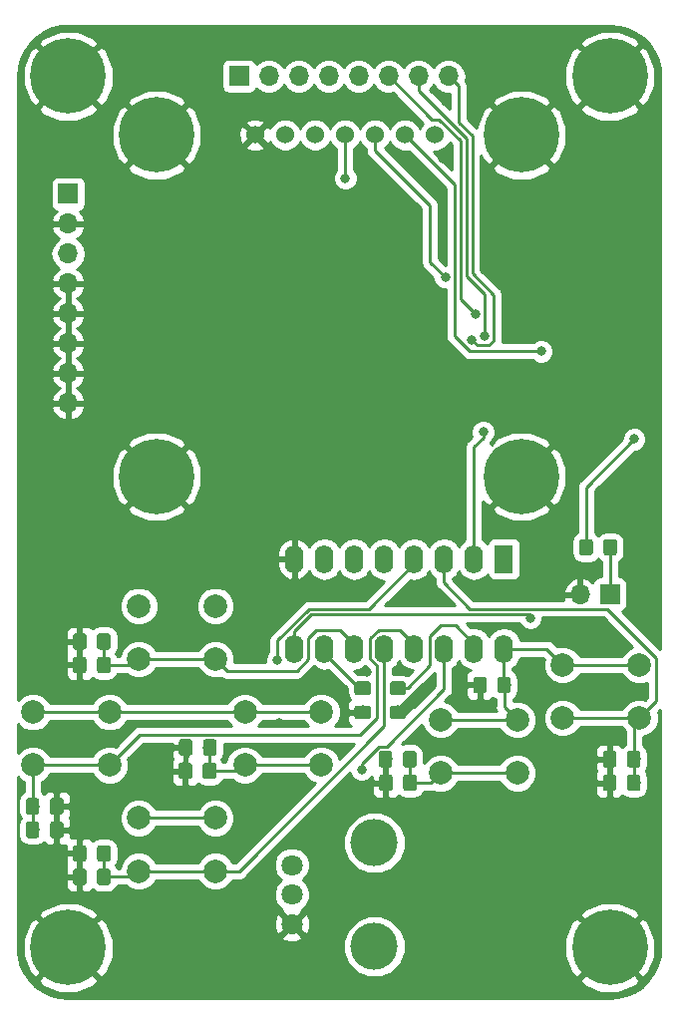
<source format=gtl>
%TF.GenerationSoftware,KiCad,Pcbnew,5.0.2+dfsg1-1*%
%TF.CreationDate,2022-04-10T01:54:42-07:00*%
%TF.ProjectId,keygame,6b657967-616d-4652-9e6b-696361645f70,rev?*%
%TF.SameCoordinates,Original*%
%TF.FileFunction,Copper,L1,Top*%
%TF.FilePolarity,Positive*%
%FSLAX46Y46*%
G04 Gerber Fmt 4.6, Leading zero omitted, Abs format (unit mm)*
G04 Created by KiCad (PCBNEW 5.0.2+dfsg1-1) date Sun 10 Apr 2022 01:54:42 AM PDT*
%MOMM*%
%LPD*%
G01*
G04 APERTURE LIST*
%ADD10C,0.100000*%
%ADD11C,1.150000*%
%ADD12C,0.800000*%
%ADD13C,6.400000*%
%ADD14R,1.700000X1.700000*%
%ADD15O,1.700000X1.700000*%
%ADD16C,2.000000*%
%ADD17C,1.524000*%
%ADD18R,1.600000X2.400000*%
%ADD19O,1.600000X2.400000*%
%ADD20C,1.800000*%
%ADD21C,4.000000*%
%ADD22C,1.000000*%
%ADD23C,0.250000*%
%ADD24C,0.254000*%
G04 APERTURE END LIST*
D10*
G36*
X139324505Y-88301204D02*
X139348773Y-88304804D01*
X139372572Y-88310765D01*
X139395671Y-88319030D01*
X139417850Y-88329520D01*
X139438893Y-88342132D01*
X139458599Y-88356747D01*
X139476777Y-88373223D01*
X139493253Y-88391401D01*
X139507868Y-88411107D01*
X139520480Y-88432150D01*
X139530970Y-88454329D01*
X139539235Y-88477428D01*
X139545196Y-88501227D01*
X139548796Y-88525495D01*
X139550000Y-88549999D01*
X139550000Y-89450001D01*
X139548796Y-89474505D01*
X139545196Y-89498773D01*
X139539235Y-89522572D01*
X139530970Y-89545671D01*
X139520480Y-89567850D01*
X139507868Y-89588893D01*
X139493253Y-89608599D01*
X139476777Y-89626777D01*
X139458599Y-89643253D01*
X139438893Y-89657868D01*
X139417850Y-89670480D01*
X139395671Y-89680970D01*
X139372572Y-89689235D01*
X139348773Y-89695196D01*
X139324505Y-89698796D01*
X139300001Y-89700000D01*
X138649999Y-89700000D01*
X138625495Y-89698796D01*
X138601227Y-89695196D01*
X138577428Y-89689235D01*
X138554329Y-89680970D01*
X138532150Y-89670480D01*
X138511107Y-89657868D01*
X138491401Y-89643253D01*
X138473223Y-89626777D01*
X138456747Y-89608599D01*
X138442132Y-89588893D01*
X138429520Y-89567850D01*
X138419030Y-89545671D01*
X138410765Y-89522572D01*
X138404804Y-89498773D01*
X138401204Y-89474505D01*
X138400000Y-89450001D01*
X138400000Y-88549999D01*
X138401204Y-88525495D01*
X138404804Y-88501227D01*
X138410765Y-88477428D01*
X138419030Y-88454329D01*
X138429520Y-88432150D01*
X138442132Y-88411107D01*
X138456747Y-88391401D01*
X138473223Y-88373223D01*
X138491401Y-88356747D01*
X138511107Y-88342132D01*
X138532150Y-88329520D01*
X138554329Y-88319030D01*
X138577428Y-88310765D01*
X138601227Y-88304804D01*
X138625495Y-88301204D01*
X138649999Y-88300000D01*
X139300001Y-88300000D01*
X139324505Y-88301204D01*
X139324505Y-88301204D01*
G37*
D11*
X138975000Y-89000000D03*
D10*
G36*
X141374505Y-88301204D02*
X141398773Y-88304804D01*
X141422572Y-88310765D01*
X141445671Y-88319030D01*
X141467850Y-88329520D01*
X141488893Y-88342132D01*
X141508599Y-88356747D01*
X141526777Y-88373223D01*
X141543253Y-88391401D01*
X141557868Y-88411107D01*
X141570480Y-88432150D01*
X141580970Y-88454329D01*
X141589235Y-88477428D01*
X141595196Y-88501227D01*
X141598796Y-88525495D01*
X141600000Y-88549999D01*
X141600000Y-89450001D01*
X141598796Y-89474505D01*
X141595196Y-89498773D01*
X141589235Y-89522572D01*
X141580970Y-89545671D01*
X141570480Y-89567850D01*
X141557868Y-89588893D01*
X141543253Y-89608599D01*
X141526777Y-89626777D01*
X141508599Y-89643253D01*
X141488893Y-89657868D01*
X141467850Y-89670480D01*
X141445671Y-89680970D01*
X141422572Y-89689235D01*
X141398773Y-89695196D01*
X141374505Y-89698796D01*
X141350001Y-89700000D01*
X140699999Y-89700000D01*
X140675495Y-89698796D01*
X140651227Y-89695196D01*
X140627428Y-89689235D01*
X140604329Y-89680970D01*
X140582150Y-89670480D01*
X140561107Y-89657868D01*
X140541401Y-89643253D01*
X140523223Y-89626777D01*
X140506747Y-89608599D01*
X140492132Y-89588893D01*
X140479520Y-89567850D01*
X140469030Y-89545671D01*
X140460765Y-89522572D01*
X140454804Y-89498773D01*
X140451204Y-89474505D01*
X140450000Y-89450001D01*
X140450000Y-88549999D01*
X140451204Y-88525495D01*
X140454804Y-88501227D01*
X140460765Y-88477428D01*
X140469030Y-88454329D01*
X140479520Y-88432150D01*
X140492132Y-88411107D01*
X140506747Y-88391401D01*
X140523223Y-88373223D01*
X140541401Y-88356747D01*
X140561107Y-88342132D01*
X140582150Y-88329520D01*
X140604329Y-88319030D01*
X140627428Y-88310765D01*
X140651227Y-88304804D01*
X140675495Y-88301204D01*
X140699999Y-88300000D01*
X141350001Y-88300000D01*
X141374505Y-88301204D01*
X141374505Y-88301204D01*
G37*
D11*
X141025000Y-89000000D03*
D10*
G36*
X135324505Y-82301204D02*
X135348773Y-82304804D01*
X135372572Y-82310765D01*
X135395671Y-82319030D01*
X135417850Y-82329520D01*
X135438893Y-82342132D01*
X135458599Y-82356747D01*
X135476777Y-82373223D01*
X135493253Y-82391401D01*
X135507868Y-82411107D01*
X135520480Y-82432150D01*
X135530970Y-82454329D01*
X135539235Y-82477428D01*
X135545196Y-82501227D01*
X135548796Y-82525495D01*
X135550000Y-82549999D01*
X135550000Y-83450001D01*
X135548796Y-83474505D01*
X135545196Y-83498773D01*
X135539235Y-83522572D01*
X135530970Y-83545671D01*
X135520480Y-83567850D01*
X135507868Y-83588893D01*
X135493253Y-83608599D01*
X135476777Y-83626777D01*
X135458599Y-83643253D01*
X135438893Y-83657868D01*
X135417850Y-83670480D01*
X135395671Y-83680970D01*
X135372572Y-83689235D01*
X135348773Y-83695196D01*
X135324505Y-83698796D01*
X135300001Y-83700000D01*
X134649999Y-83700000D01*
X134625495Y-83698796D01*
X134601227Y-83695196D01*
X134577428Y-83689235D01*
X134554329Y-83680970D01*
X134532150Y-83670480D01*
X134511107Y-83657868D01*
X134491401Y-83643253D01*
X134473223Y-83626777D01*
X134456747Y-83608599D01*
X134442132Y-83588893D01*
X134429520Y-83567850D01*
X134419030Y-83545671D01*
X134410765Y-83522572D01*
X134404804Y-83498773D01*
X134401204Y-83474505D01*
X134400000Y-83450001D01*
X134400000Y-82549999D01*
X134401204Y-82525495D01*
X134404804Y-82501227D01*
X134410765Y-82477428D01*
X134419030Y-82454329D01*
X134429520Y-82432150D01*
X134442132Y-82411107D01*
X134456747Y-82391401D01*
X134473223Y-82373223D01*
X134491401Y-82356747D01*
X134511107Y-82342132D01*
X134532150Y-82329520D01*
X134554329Y-82319030D01*
X134577428Y-82310765D01*
X134601227Y-82304804D01*
X134625495Y-82301204D01*
X134649999Y-82300000D01*
X135300001Y-82300000D01*
X135324505Y-82301204D01*
X135324505Y-82301204D01*
G37*
D11*
X134975000Y-83000000D03*
D10*
G36*
X137374505Y-82301204D02*
X137398773Y-82304804D01*
X137422572Y-82310765D01*
X137445671Y-82319030D01*
X137467850Y-82329520D01*
X137488893Y-82342132D01*
X137508599Y-82356747D01*
X137526777Y-82373223D01*
X137543253Y-82391401D01*
X137557868Y-82411107D01*
X137570480Y-82432150D01*
X137580970Y-82454329D01*
X137589235Y-82477428D01*
X137595196Y-82501227D01*
X137598796Y-82525495D01*
X137600000Y-82549999D01*
X137600000Y-83450001D01*
X137598796Y-83474505D01*
X137595196Y-83498773D01*
X137589235Y-83522572D01*
X137580970Y-83545671D01*
X137570480Y-83567850D01*
X137557868Y-83588893D01*
X137543253Y-83608599D01*
X137526777Y-83626777D01*
X137508599Y-83643253D01*
X137488893Y-83657868D01*
X137467850Y-83670480D01*
X137445671Y-83680970D01*
X137422572Y-83689235D01*
X137398773Y-83695196D01*
X137374505Y-83698796D01*
X137350001Y-83700000D01*
X136699999Y-83700000D01*
X136675495Y-83698796D01*
X136651227Y-83695196D01*
X136627428Y-83689235D01*
X136604329Y-83680970D01*
X136582150Y-83670480D01*
X136561107Y-83657868D01*
X136541401Y-83643253D01*
X136523223Y-83626777D01*
X136506747Y-83608599D01*
X136492132Y-83588893D01*
X136479520Y-83567850D01*
X136469030Y-83545671D01*
X136460765Y-83522572D01*
X136454804Y-83498773D01*
X136451204Y-83474505D01*
X136450000Y-83450001D01*
X136450000Y-82549999D01*
X136451204Y-82525495D01*
X136454804Y-82501227D01*
X136460765Y-82477428D01*
X136469030Y-82454329D01*
X136479520Y-82432150D01*
X136492132Y-82411107D01*
X136506747Y-82391401D01*
X136523223Y-82373223D01*
X136541401Y-82356747D01*
X136561107Y-82342132D01*
X136582150Y-82329520D01*
X136604329Y-82319030D01*
X136627428Y-82310765D01*
X136651227Y-82304804D01*
X136675495Y-82301204D01*
X136699999Y-82300000D01*
X137350001Y-82300000D01*
X137374505Y-82301204D01*
X137374505Y-82301204D01*
G37*
D11*
X137025000Y-83000000D03*
D10*
G36*
X148299505Y-79301204D02*
X148323773Y-79304804D01*
X148347572Y-79310765D01*
X148370671Y-79319030D01*
X148392850Y-79329520D01*
X148413893Y-79342132D01*
X148433599Y-79356747D01*
X148451777Y-79373223D01*
X148468253Y-79391401D01*
X148482868Y-79411107D01*
X148495480Y-79432150D01*
X148505970Y-79454329D01*
X148514235Y-79477428D01*
X148520196Y-79501227D01*
X148523796Y-79525495D01*
X148525000Y-79549999D01*
X148525000Y-80450001D01*
X148523796Y-80474505D01*
X148520196Y-80498773D01*
X148514235Y-80522572D01*
X148505970Y-80545671D01*
X148495480Y-80567850D01*
X148482868Y-80588893D01*
X148468253Y-80608599D01*
X148451777Y-80626777D01*
X148433599Y-80643253D01*
X148413893Y-80657868D01*
X148392850Y-80670480D01*
X148370671Y-80680970D01*
X148347572Y-80689235D01*
X148323773Y-80695196D01*
X148299505Y-80698796D01*
X148275001Y-80700000D01*
X147624999Y-80700000D01*
X147600495Y-80698796D01*
X147576227Y-80695196D01*
X147552428Y-80689235D01*
X147529329Y-80680970D01*
X147507150Y-80670480D01*
X147486107Y-80657868D01*
X147466401Y-80643253D01*
X147448223Y-80626777D01*
X147431747Y-80608599D01*
X147417132Y-80588893D01*
X147404520Y-80567850D01*
X147394030Y-80545671D01*
X147385765Y-80522572D01*
X147379804Y-80498773D01*
X147376204Y-80474505D01*
X147375000Y-80450001D01*
X147375000Y-79549999D01*
X147376204Y-79525495D01*
X147379804Y-79501227D01*
X147385765Y-79477428D01*
X147394030Y-79454329D01*
X147404520Y-79432150D01*
X147417132Y-79411107D01*
X147431747Y-79391401D01*
X147448223Y-79373223D01*
X147466401Y-79356747D01*
X147486107Y-79342132D01*
X147507150Y-79329520D01*
X147529329Y-79319030D01*
X147552428Y-79310765D01*
X147576227Y-79304804D01*
X147600495Y-79301204D01*
X147624999Y-79300000D01*
X148275001Y-79300000D01*
X148299505Y-79301204D01*
X148299505Y-79301204D01*
G37*
D11*
X147950000Y-80000000D03*
D10*
G36*
X150349505Y-79301204D02*
X150373773Y-79304804D01*
X150397572Y-79310765D01*
X150420671Y-79319030D01*
X150442850Y-79329520D01*
X150463893Y-79342132D01*
X150483599Y-79356747D01*
X150501777Y-79373223D01*
X150518253Y-79391401D01*
X150532868Y-79411107D01*
X150545480Y-79432150D01*
X150555970Y-79454329D01*
X150564235Y-79477428D01*
X150570196Y-79501227D01*
X150573796Y-79525495D01*
X150575000Y-79549999D01*
X150575000Y-80450001D01*
X150573796Y-80474505D01*
X150570196Y-80498773D01*
X150564235Y-80522572D01*
X150555970Y-80545671D01*
X150545480Y-80567850D01*
X150532868Y-80588893D01*
X150518253Y-80608599D01*
X150501777Y-80626777D01*
X150483599Y-80643253D01*
X150463893Y-80657868D01*
X150442850Y-80670480D01*
X150420671Y-80680970D01*
X150397572Y-80689235D01*
X150373773Y-80695196D01*
X150349505Y-80698796D01*
X150325001Y-80700000D01*
X149674999Y-80700000D01*
X149650495Y-80698796D01*
X149626227Y-80695196D01*
X149602428Y-80689235D01*
X149579329Y-80680970D01*
X149557150Y-80670480D01*
X149536107Y-80657868D01*
X149516401Y-80643253D01*
X149498223Y-80626777D01*
X149481747Y-80608599D01*
X149467132Y-80588893D01*
X149454520Y-80567850D01*
X149444030Y-80545671D01*
X149435765Y-80522572D01*
X149429804Y-80498773D01*
X149426204Y-80474505D01*
X149425000Y-80450001D01*
X149425000Y-79549999D01*
X149426204Y-79525495D01*
X149429804Y-79501227D01*
X149435765Y-79477428D01*
X149444030Y-79454329D01*
X149454520Y-79432150D01*
X149467132Y-79411107D01*
X149481747Y-79391401D01*
X149498223Y-79373223D01*
X149516401Y-79356747D01*
X149536107Y-79342132D01*
X149557150Y-79329520D01*
X149579329Y-79319030D01*
X149602428Y-79310765D01*
X149626227Y-79304804D01*
X149650495Y-79301204D01*
X149674999Y-79300000D01*
X150325001Y-79300000D01*
X150349505Y-79301204D01*
X150349505Y-79301204D01*
G37*
D11*
X150000000Y-80000000D03*
D10*
G36*
X141374505Y-70301204D02*
X141398773Y-70304804D01*
X141422572Y-70310765D01*
X141445671Y-70319030D01*
X141467850Y-70329520D01*
X141488893Y-70342132D01*
X141508599Y-70356747D01*
X141526777Y-70373223D01*
X141543253Y-70391401D01*
X141557868Y-70411107D01*
X141570480Y-70432150D01*
X141580970Y-70454329D01*
X141589235Y-70477428D01*
X141595196Y-70501227D01*
X141598796Y-70525495D01*
X141600000Y-70549999D01*
X141600000Y-71450001D01*
X141598796Y-71474505D01*
X141595196Y-71498773D01*
X141589235Y-71522572D01*
X141580970Y-71545671D01*
X141570480Y-71567850D01*
X141557868Y-71588893D01*
X141543253Y-71608599D01*
X141526777Y-71626777D01*
X141508599Y-71643253D01*
X141488893Y-71657868D01*
X141467850Y-71670480D01*
X141445671Y-71680970D01*
X141422572Y-71689235D01*
X141398773Y-71695196D01*
X141374505Y-71698796D01*
X141350001Y-71700000D01*
X140699999Y-71700000D01*
X140675495Y-71698796D01*
X140651227Y-71695196D01*
X140627428Y-71689235D01*
X140604329Y-71680970D01*
X140582150Y-71670480D01*
X140561107Y-71657868D01*
X140541401Y-71643253D01*
X140523223Y-71626777D01*
X140506747Y-71608599D01*
X140492132Y-71588893D01*
X140479520Y-71567850D01*
X140469030Y-71545671D01*
X140460765Y-71522572D01*
X140454804Y-71498773D01*
X140451204Y-71474505D01*
X140450000Y-71450001D01*
X140450000Y-70549999D01*
X140451204Y-70525495D01*
X140454804Y-70501227D01*
X140460765Y-70477428D01*
X140469030Y-70454329D01*
X140479520Y-70432150D01*
X140492132Y-70411107D01*
X140506747Y-70391401D01*
X140523223Y-70373223D01*
X140541401Y-70356747D01*
X140561107Y-70342132D01*
X140582150Y-70329520D01*
X140604329Y-70319030D01*
X140627428Y-70310765D01*
X140651227Y-70304804D01*
X140675495Y-70301204D01*
X140699999Y-70300000D01*
X141350001Y-70300000D01*
X141374505Y-70301204D01*
X141374505Y-70301204D01*
G37*
D11*
X141025000Y-71000000D03*
D10*
G36*
X139324505Y-70301204D02*
X139348773Y-70304804D01*
X139372572Y-70310765D01*
X139395671Y-70319030D01*
X139417850Y-70329520D01*
X139438893Y-70342132D01*
X139458599Y-70356747D01*
X139476777Y-70373223D01*
X139493253Y-70391401D01*
X139507868Y-70411107D01*
X139520480Y-70432150D01*
X139530970Y-70454329D01*
X139539235Y-70477428D01*
X139545196Y-70501227D01*
X139548796Y-70525495D01*
X139550000Y-70549999D01*
X139550000Y-71450001D01*
X139548796Y-71474505D01*
X139545196Y-71498773D01*
X139539235Y-71522572D01*
X139530970Y-71545671D01*
X139520480Y-71567850D01*
X139507868Y-71588893D01*
X139493253Y-71608599D01*
X139476777Y-71626777D01*
X139458599Y-71643253D01*
X139438893Y-71657868D01*
X139417850Y-71670480D01*
X139395671Y-71680970D01*
X139372572Y-71689235D01*
X139348773Y-71695196D01*
X139324505Y-71698796D01*
X139300001Y-71700000D01*
X138649999Y-71700000D01*
X138625495Y-71698796D01*
X138601227Y-71695196D01*
X138577428Y-71689235D01*
X138554329Y-71680970D01*
X138532150Y-71670480D01*
X138511107Y-71657868D01*
X138491401Y-71643253D01*
X138473223Y-71626777D01*
X138456747Y-71608599D01*
X138442132Y-71588893D01*
X138429520Y-71567850D01*
X138419030Y-71545671D01*
X138410765Y-71522572D01*
X138404804Y-71498773D01*
X138401204Y-71474505D01*
X138400000Y-71450001D01*
X138400000Y-70549999D01*
X138401204Y-70525495D01*
X138404804Y-70501227D01*
X138410765Y-70477428D01*
X138419030Y-70454329D01*
X138429520Y-70432150D01*
X138442132Y-70411107D01*
X138456747Y-70391401D01*
X138473223Y-70373223D01*
X138491401Y-70356747D01*
X138511107Y-70342132D01*
X138532150Y-70329520D01*
X138554329Y-70319030D01*
X138577428Y-70310765D01*
X138601227Y-70304804D01*
X138625495Y-70301204D01*
X138649999Y-70300000D01*
X139300001Y-70300000D01*
X139324505Y-70301204D01*
X139324505Y-70301204D01*
G37*
D11*
X138975000Y-71000000D03*
D10*
G36*
X186374505Y-78301204D02*
X186398773Y-78304804D01*
X186422572Y-78310765D01*
X186445671Y-78319030D01*
X186467850Y-78329520D01*
X186488893Y-78342132D01*
X186508599Y-78356747D01*
X186526777Y-78373223D01*
X186543253Y-78391401D01*
X186557868Y-78411107D01*
X186570480Y-78432150D01*
X186580970Y-78454329D01*
X186589235Y-78477428D01*
X186595196Y-78501227D01*
X186598796Y-78525495D01*
X186600000Y-78549999D01*
X186600000Y-79450001D01*
X186598796Y-79474505D01*
X186595196Y-79498773D01*
X186589235Y-79522572D01*
X186580970Y-79545671D01*
X186570480Y-79567850D01*
X186557868Y-79588893D01*
X186543253Y-79608599D01*
X186526777Y-79626777D01*
X186508599Y-79643253D01*
X186488893Y-79657868D01*
X186467850Y-79670480D01*
X186445671Y-79680970D01*
X186422572Y-79689235D01*
X186398773Y-79695196D01*
X186374505Y-79698796D01*
X186350001Y-79700000D01*
X185699999Y-79700000D01*
X185675495Y-79698796D01*
X185651227Y-79695196D01*
X185627428Y-79689235D01*
X185604329Y-79680970D01*
X185582150Y-79670480D01*
X185561107Y-79657868D01*
X185541401Y-79643253D01*
X185523223Y-79626777D01*
X185506747Y-79608599D01*
X185492132Y-79588893D01*
X185479520Y-79567850D01*
X185469030Y-79545671D01*
X185460765Y-79522572D01*
X185454804Y-79498773D01*
X185451204Y-79474505D01*
X185450000Y-79450001D01*
X185450000Y-78549999D01*
X185451204Y-78525495D01*
X185454804Y-78501227D01*
X185460765Y-78477428D01*
X185469030Y-78454329D01*
X185479520Y-78432150D01*
X185492132Y-78411107D01*
X185506747Y-78391401D01*
X185523223Y-78373223D01*
X185541401Y-78356747D01*
X185561107Y-78342132D01*
X185582150Y-78329520D01*
X185604329Y-78319030D01*
X185627428Y-78310765D01*
X185651227Y-78304804D01*
X185675495Y-78301204D01*
X185699999Y-78300000D01*
X186350001Y-78300000D01*
X186374505Y-78301204D01*
X186374505Y-78301204D01*
G37*
D11*
X186025000Y-79000000D03*
D10*
G36*
X184324505Y-78301204D02*
X184348773Y-78304804D01*
X184372572Y-78310765D01*
X184395671Y-78319030D01*
X184417850Y-78329520D01*
X184438893Y-78342132D01*
X184458599Y-78356747D01*
X184476777Y-78373223D01*
X184493253Y-78391401D01*
X184507868Y-78411107D01*
X184520480Y-78432150D01*
X184530970Y-78454329D01*
X184539235Y-78477428D01*
X184545196Y-78501227D01*
X184548796Y-78525495D01*
X184550000Y-78549999D01*
X184550000Y-79450001D01*
X184548796Y-79474505D01*
X184545196Y-79498773D01*
X184539235Y-79522572D01*
X184530970Y-79545671D01*
X184520480Y-79567850D01*
X184507868Y-79588893D01*
X184493253Y-79608599D01*
X184476777Y-79626777D01*
X184458599Y-79643253D01*
X184438893Y-79657868D01*
X184417850Y-79670480D01*
X184395671Y-79680970D01*
X184372572Y-79689235D01*
X184348773Y-79695196D01*
X184324505Y-79698796D01*
X184300001Y-79700000D01*
X183649999Y-79700000D01*
X183625495Y-79698796D01*
X183601227Y-79695196D01*
X183577428Y-79689235D01*
X183554329Y-79680970D01*
X183532150Y-79670480D01*
X183511107Y-79657868D01*
X183491401Y-79643253D01*
X183473223Y-79626777D01*
X183456747Y-79608599D01*
X183442132Y-79588893D01*
X183429520Y-79567850D01*
X183419030Y-79545671D01*
X183410765Y-79522572D01*
X183404804Y-79498773D01*
X183401204Y-79474505D01*
X183400000Y-79450001D01*
X183400000Y-78549999D01*
X183401204Y-78525495D01*
X183404804Y-78501227D01*
X183410765Y-78477428D01*
X183419030Y-78454329D01*
X183429520Y-78432150D01*
X183442132Y-78411107D01*
X183456747Y-78391401D01*
X183473223Y-78373223D01*
X183491401Y-78356747D01*
X183511107Y-78342132D01*
X183532150Y-78329520D01*
X183554329Y-78319030D01*
X183577428Y-78310765D01*
X183601227Y-78304804D01*
X183625495Y-78301204D01*
X183649999Y-78300000D01*
X184300001Y-78300000D01*
X184324505Y-78301204D01*
X184324505Y-78301204D01*
G37*
D11*
X183975000Y-79000000D03*
D10*
G36*
X165324505Y-80301204D02*
X165348773Y-80304804D01*
X165372572Y-80310765D01*
X165395671Y-80319030D01*
X165417850Y-80329520D01*
X165438893Y-80342132D01*
X165458599Y-80356747D01*
X165476777Y-80373223D01*
X165493253Y-80391401D01*
X165507868Y-80411107D01*
X165520480Y-80432150D01*
X165530970Y-80454329D01*
X165539235Y-80477428D01*
X165545196Y-80501227D01*
X165548796Y-80525495D01*
X165550000Y-80549999D01*
X165550000Y-81450001D01*
X165548796Y-81474505D01*
X165545196Y-81498773D01*
X165539235Y-81522572D01*
X165530970Y-81545671D01*
X165520480Y-81567850D01*
X165507868Y-81588893D01*
X165493253Y-81608599D01*
X165476777Y-81626777D01*
X165458599Y-81643253D01*
X165438893Y-81657868D01*
X165417850Y-81670480D01*
X165395671Y-81680970D01*
X165372572Y-81689235D01*
X165348773Y-81695196D01*
X165324505Y-81698796D01*
X165300001Y-81700000D01*
X164649999Y-81700000D01*
X164625495Y-81698796D01*
X164601227Y-81695196D01*
X164577428Y-81689235D01*
X164554329Y-81680970D01*
X164532150Y-81670480D01*
X164511107Y-81657868D01*
X164491401Y-81643253D01*
X164473223Y-81626777D01*
X164456747Y-81608599D01*
X164442132Y-81588893D01*
X164429520Y-81567850D01*
X164419030Y-81545671D01*
X164410765Y-81522572D01*
X164404804Y-81498773D01*
X164401204Y-81474505D01*
X164400000Y-81450001D01*
X164400000Y-80549999D01*
X164401204Y-80525495D01*
X164404804Y-80501227D01*
X164410765Y-80477428D01*
X164419030Y-80454329D01*
X164429520Y-80432150D01*
X164442132Y-80411107D01*
X164456747Y-80391401D01*
X164473223Y-80373223D01*
X164491401Y-80356747D01*
X164511107Y-80342132D01*
X164532150Y-80329520D01*
X164554329Y-80319030D01*
X164577428Y-80310765D01*
X164601227Y-80304804D01*
X164625495Y-80301204D01*
X164649999Y-80300000D01*
X165300001Y-80300000D01*
X165324505Y-80301204D01*
X165324505Y-80301204D01*
G37*
D11*
X164975000Y-81000000D03*
D10*
G36*
X167374505Y-80301204D02*
X167398773Y-80304804D01*
X167422572Y-80310765D01*
X167445671Y-80319030D01*
X167467850Y-80329520D01*
X167488893Y-80342132D01*
X167508599Y-80356747D01*
X167526777Y-80373223D01*
X167543253Y-80391401D01*
X167557868Y-80411107D01*
X167570480Y-80432150D01*
X167580970Y-80454329D01*
X167589235Y-80477428D01*
X167595196Y-80501227D01*
X167598796Y-80525495D01*
X167600000Y-80549999D01*
X167600000Y-81450001D01*
X167598796Y-81474505D01*
X167595196Y-81498773D01*
X167589235Y-81522572D01*
X167580970Y-81545671D01*
X167570480Y-81567850D01*
X167557868Y-81588893D01*
X167543253Y-81608599D01*
X167526777Y-81626777D01*
X167508599Y-81643253D01*
X167488893Y-81657868D01*
X167467850Y-81670480D01*
X167445671Y-81680970D01*
X167422572Y-81689235D01*
X167398773Y-81695196D01*
X167374505Y-81698796D01*
X167350001Y-81700000D01*
X166699999Y-81700000D01*
X166675495Y-81698796D01*
X166651227Y-81695196D01*
X166627428Y-81689235D01*
X166604329Y-81680970D01*
X166582150Y-81670480D01*
X166561107Y-81657868D01*
X166541401Y-81643253D01*
X166523223Y-81626777D01*
X166506747Y-81608599D01*
X166492132Y-81588893D01*
X166479520Y-81567850D01*
X166469030Y-81545671D01*
X166460765Y-81522572D01*
X166454804Y-81498773D01*
X166451204Y-81474505D01*
X166450000Y-81450001D01*
X166450000Y-80549999D01*
X166451204Y-80525495D01*
X166454804Y-80501227D01*
X166460765Y-80477428D01*
X166469030Y-80454329D01*
X166479520Y-80432150D01*
X166492132Y-80411107D01*
X166506747Y-80391401D01*
X166523223Y-80373223D01*
X166541401Y-80356747D01*
X166561107Y-80342132D01*
X166582150Y-80329520D01*
X166604329Y-80319030D01*
X166627428Y-80310765D01*
X166651227Y-80304804D01*
X166675495Y-80301204D01*
X166699999Y-80300000D01*
X167350001Y-80300000D01*
X167374505Y-80301204D01*
X167374505Y-80301204D01*
G37*
D11*
X167025000Y-81000000D03*
D10*
G36*
X175364505Y-72001204D02*
X175388773Y-72004804D01*
X175412572Y-72010765D01*
X175435671Y-72019030D01*
X175457850Y-72029520D01*
X175478893Y-72042132D01*
X175498599Y-72056747D01*
X175516777Y-72073223D01*
X175533253Y-72091401D01*
X175547868Y-72111107D01*
X175560480Y-72132150D01*
X175570970Y-72154329D01*
X175579235Y-72177428D01*
X175585196Y-72201227D01*
X175588796Y-72225495D01*
X175590000Y-72249999D01*
X175590000Y-73150001D01*
X175588796Y-73174505D01*
X175585196Y-73198773D01*
X175579235Y-73222572D01*
X175570970Y-73245671D01*
X175560480Y-73267850D01*
X175547868Y-73288893D01*
X175533253Y-73308599D01*
X175516777Y-73326777D01*
X175498599Y-73343253D01*
X175478893Y-73357868D01*
X175457850Y-73370480D01*
X175435671Y-73380970D01*
X175412572Y-73389235D01*
X175388773Y-73395196D01*
X175364505Y-73398796D01*
X175340001Y-73400000D01*
X174689999Y-73400000D01*
X174665495Y-73398796D01*
X174641227Y-73395196D01*
X174617428Y-73389235D01*
X174594329Y-73380970D01*
X174572150Y-73370480D01*
X174551107Y-73357868D01*
X174531401Y-73343253D01*
X174513223Y-73326777D01*
X174496747Y-73308599D01*
X174482132Y-73288893D01*
X174469520Y-73267850D01*
X174459030Y-73245671D01*
X174450765Y-73222572D01*
X174444804Y-73198773D01*
X174441204Y-73174505D01*
X174440000Y-73150001D01*
X174440000Y-72249999D01*
X174441204Y-72225495D01*
X174444804Y-72201227D01*
X174450765Y-72177428D01*
X174459030Y-72154329D01*
X174469520Y-72132150D01*
X174482132Y-72111107D01*
X174496747Y-72091401D01*
X174513223Y-72073223D01*
X174531401Y-72056747D01*
X174551107Y-72042132D01*
X174572150Y-72029520D01*
X174594329Y-72019030D01*
X174617428Y-72010765D01*
X174641227Y-72004804D01*
X174665495Y-72001204D01*
X174689999Y-72000000D01*
X175340001Y-72000000D01*
X175364505Y-72001204D01*
X175364505Y-72001204D01*
G37*
D11*
X175015000Y-72700000D03*
D10*
G36*
X173314505Y-72001204D02*
X173338773Y-72004804D01*
X173362572Y-72010765D01*
X173385671Y-72019030D01*
X173407850Y-72029520D01*
X173428893Y-72042132D01*
X173448599Y-72056747D01*
X173466777Y-72073223D01*
X173483253Y-72091401D01*
X173497868Y-72111107D01*
X173510480Y-72132150D01*
X173520970Y-72154329D01*
X173529235Y-72177428D01*
X173535196Y-72201227D01*
X173538796Y-72225495D01*
X173540000Y-72249999D01*
X173540000Y-73150001D01*
X173538796Y-73174505D01*
X173535196Y-73198773D01*
X173529235Y-73222572D01*
X173520970Y-73245671D01*
X173510480Y-73267850D01*
X173497868Y-73288893D01*
X173483253Y-73308599D01*
X173466777Y-73326777D01*
X173448599Y-73343253D01*
X173428893Y-73357868D01*
X173407850Y-73370480D01*
X173385671Y-73380970D01*
X173362572Y-73389235D01*
X173338773Y-73395196D01*
X173314505Y-73398796D01*
X173290001Y-73400000D01*
X172639999Y-73400000D01*
X172615495Y-73398796D01*
X172591227Y-73395196D01*
X172567428Y-73389235D01*
X172544329Y-73380970D01*
X172522150Y-73370480D01*
X172501107Y-73357868D01*
X172481401Y-73343253D01*
X172463223Y-73326777D01*
X172446747Y-73308599D01*
X172432132Y-73288893D01*
X172419520Y-73267850D01*
X172409030Y-73245671D01*
X172400765Y-73222572D01*
X172394804Y-73198773D01*
X172391204Y-73174505D01*
X172390000Y-73150001D01*
X172390000Y-72249999D01*
X172391204Y-72225495D01*
X172394804Y-72201227D01*
X172400765Y-72177428D01*
X172409030Y-72154329D01*
X172419520Y-72132150D01*
X172432132Y-72111107D01*
X172446747Y-72091401D01*
X172463223Y-72073223D01*
X172481401Y-72056747D01*
X172501107Y-72042132D01*
X172522150Y-72029520D01*
X172544329Y-72019030D01*
X172567428Y-72010765D01*
X172591227Y-72004804D01*
X172615495Y-72001204D01*
X172639999Y-72000000D01*
X173290001Y-72000000D01*
X173314505Y-72001204D01*
X173314505Y-72001204D01*
G37*
D11*
X172965000Y-72700000D03*
D12*
X139697056Y-19302944D03*
X138000000Y-18600000D03*
X136302944Y-19302944D03*
X135600000Y-21000000D03*
X136302944Y-22697056D03*
X138000000Y-23400000D03*
X139697056Y-22697056D03*
X140400000Y-21000000D03*
D13*
X138000000Y-21000000D03*
X184000000Y-21000000D03*
D12*
X186400000Y-21000000D03*
X185697056Y-22697056D03*
X184000000Y-23400000D03*
X182302944Y-22697056D03*
X181600000Y-21000000D03*
X182302944Y-19302944D03*
X184000000Y-18600000D03*
X185697056Y-19302944D03*
X139697056Y-93302944D03*
X138000000Y-92600000D03*
X136302944Y-93302944D03*
X135600000Y-95000000D03*
X136302944Y-96697056D03*
X138000000Y-97400000D03*
X139697056Y-96697056D03*
X140400000Y-95000000D03*
D13*
X138000000Y-95000000D03*
X184000000Y-95000000D03*
D12*
X186400000Y-95000000D03*
X185697056Y-96697056D03*
X184000000Y-97400000D03*
X182302944Y-96697056D03*
X181600000Y-95000000D03*
X182302944Y-93302944D03*
X184000000Y-92600000D03*
X185697056Y-93302944D03*
D13*
X176500000Y-26000000D03*
D12*
X178900000Y-26000000D03*
X178197056Y-27697056D03*
X176500000Y-28400000D03*
X174802944Y-27697056D03*
X174100000Y-26000000D03*
X174802944Y-24302944D03*
X176500000Y-23600000D03*
X178197056Y-24302944D03*
X147197056Y-53302944D03*
X145500000Y-52600000D03*
X143802944Y-53302944D03*
X143100000Y-55000000D03*
X143802944Y-56697056D03*
X145500000Y-57400000D03*
X147197056Y-56697056D03*
X147900000Y-55000000D03*
D13*
X145500000Y-55000000D03*
X176500000Y-55000000D03*
D12*
X178900000Y-55000000D03*
X178197056Y-56697056D03*
X176500000Y-57400000D03*
X174802944Y-56697056D03*
X174100000Y-55000000D03*
X174802944Y-53302944D03*
X176500000Y-52600000D03*
X178197056Y-53302944D03*
D14*
X184000000Y-65000000D03*
D15*
X181460000Y-65000000D03*
D10*
G36*
X182324505Y-60301204D02*
X182348773Y-60304804D01*
X182372572Y-60310765D01*
X182395671Y-60319030D01*
X182417850Y-60329520D01*
X182438893Y-60342132D01*
X182458599Y-60356747D01*
X182476777Y-60373223D01*
X182493253Y-60391401D01*
X182507868Y-60411107D01*
X182520480Y-60432150D01*
X182530970Y-60454329D01*
X182539235Y-60477428D01*
X182545196Y-60501227D01*
X182548796Y-60525495D01*
X182550000Y-60549999D01*
X182550000Y-61450001D01*
X182548796Y-61474505D01*
X182545196Y-61498773D01*
X182539235Y-61522572D01*
X182530970Y-61545671D01*
X182520480Y-61567850D01*
X182507868Y-61588893D01*
X182493253Y-61608599D01*
X182476777Y-61626777D01*
X182458599Y-61643253D01*
X182438893Y-61657868D01*
X182417850Y-61670480D01*
X182395671Y-61680970D01*
X182372572Y-61689235D01*
X182348773Y-61695196D01*
X182324505Y-61698796D01*
X182300001Y-61700000D01*
X181649999Y-61700000D01*
X181625495Y-61698796D01*
X181601227Y-61695196D01*
X181577428Y-61689235D01*
X181554329Y-61680970D01*
X181532150Y-61670480D01*
X181511107Y-61657868D01*
X181491401Y-61643253D01*
X181473223Y-61626777D01*
X181456747Y-61608599D01*
X181442132Y-61588893D01*
X181429520Y-61567850D01*
X181419030Y-61545671D01*
X181410765Y-61522572D01*
X181404804Y-61498773D01*
X181401204Y-61474505D01*
X181400000Y-61450001D01*
X181400000Y-60549999D01*
X181401204Y-60525495D01*
X181404804Y-60501227D01*
X181410765Y-60477428D01*
X181419030Y-60454329D01*
X181429520Y-60432150D01*
X181442132Y-60411107D01*
X181456747Y-60391401D01*
X181473223Y-60373223D01*
X181491401Y-60356747D01*
X181511107Y-60342132D01*
X181532150Y-60329520D01*
X181554329Y-60319030D01*
X181577428Y-60310765D01*
X181601227Y-60304804D01*
X181625495Y-60301204D01*
X181649999Y-60300000D01*
X182300001Y-60300000D01*
X182324505Y-60301204D01*
X182324505Y-60301204D01*
G37*
D11*
X181975000Y-61000000D03*
D10*
G36*
X184374505Y-60301204D02*
X184398773Y-60304804D01*
X184422572Y-60310765D01*
X184445671Y-60319030D01*
X184467850Y-60329520D01*
X184488893Y-60342132D01*
X184508599Y-60356747D01*
X184526777Y-60373223D01*
X184543253Y-60391401D01*
X184557868Y-60411107D01*
X184570480Y-60432150D01*
X184580970Y-60454329D01*
X184589235Y-60477428D01*
X184595196Y-60501227D01*
X184598796Y-60525495D01*
X184600000Y-60549999D01*
X184600000Y-61450001D01*
X184598796Y-61474505D01*
X184595196Y-61498773D01*
X184589235Y-61522572D01*
X184580970Y-61545671D01*
X184570480Y-61567850D01*
X184557868Y-61588893D01*
X184543253Y-61608599D01*
X184526777Y-61626777D01*
X184508599Y-61643253D01*
X184488893Y-61657868D01*
X184467850Y-61670480D01*
X184445671Y-61680970D01*
X184422572Y-61689235D01*
X184398773Y-61695196D01*
X184374505Y-61698796D01*
X184350001Y-61700000D01*
X183699999Y-61700000D01*
X183675495Y-61698796D01*
X183651227Y-61695196D01*
X183627428Y-61689235D01*
X183604329Y-61680970D01*
X183582150Y-61670480D01*
X183561107Y-61657868D01*
X183541401Y-61643253D01*
X183523223Y-61626777D01*
X183506747Y-61608599D01*
X183492132Y-61588893D01*
X183479520Y-61567850D01*
X183469030Y-61545671D01*
X183460765Y-61522572D01*
X183454804Y-61498773D01*
X183451204Y-61474505D01*
X183450000Y-61450001D01*
X183450000Y-60549999D01*
X183451204Y-60525495D01*
X183454804Y-60501227D01*
X183460765Y-60477428D01*
X183469030Y-60454329D01*
X183479520Y-60432150D01*
X183492132Y-60411107D01*
X183506747Y-60391401D01*
X183523223Y-60373223D01*
X183541401Y-60356747D01*
X183561107Y-60342132D01*
X183582150Y-60329520D01*
X183604329Y-60319030D01*
X183627428Y-60310765D01*
X183651227Y-60304804D01*
X183675495Y-60301204D01*
X183699999Y-60300000D01*
X184350001Y-60300000D01*
X184374505Y-60301204D01*
X184374505Y-60301204D01*
G37*
D11*
X184025000Y-61000000D03*
D10*
G36*
X141374505Y-68301204D02*
X141398773Y-68304804D01*
X141422572Y-68310765D01*
X141445671Y-68319030D01*
X141467850Y-68329520D01*
X141488893Y-68342132D01*
X141508599Y-68356747D01*
X141526777Y-68373223D01*
X141543253Y-68391401D01*
X141557868Y-68411107D01*
X141570480Y-68432150D01*
X141580970Y-68454329D01*
X141589235Y-68477428D01*
X141595196Y-68501227D01*
X141598796Y-68525495D01*
X141600000Y-68549999D01*
X141600000Y-69450001D01*
X141598796Y-69474505D01*
X141595196Y-69498773D01*
X141589235Y-69522572D01*
X141580970Y-69545671D01*
X141570480Y-69567850D01*
X141557868Y-69588893D01*
X141543253Y-69608599D01*
X141526777Y-69626777D01*
X141508599Y-69643253D01*
X141488893Y-69657868D01*
X141467850Y-69670480D01*
X141445671Y-69680970D01*
X141422572Y-69689235D01*
X141398773Y-69695196D01*
X141374505Y-69698796D01*
X141350001Y-69700000D01*
X140699999Y-69700000D01*
X140675495Y-69698796D01*
X140651227Y-69695196D01*
X140627428Y-69689235D01*
X140604329Y-69680970D01*
X140582150Y-69670480D01*
X140561107Y-69657868D01*
X140541401Y-69643253D01*
X140523223Y-69626777D01*
X140506747Y-69608599D01*
X140492132Y-69588893D01*
X140479520Y-69567850D01*
X140469030Y-69545671D01*
X140460765Y-69522572D01*
X140454804Y-69498773D01*
X140451204Y-69474505D01*
X140450000Y-69450001D01*
X140450000Y-68549999D01*
X140451204Y-68525495D01*
X140454804Y-68501227D01*
X140460765Y-68477428D01*
X140469030Y-68454329D01*
X140479520Y-68432150D01*
X140492132Y-68411107D01*
X140506747Y-68391401D01*
X140523223Y-68373223D01*
X140541401Y-68356747D01*
X140561107Y-68342132D01*
X140582150Y-68329520D01*
X140604329Y-68319030D01*
X140627428Y-68310765D01*
X140651227Y-68304804D01*
X140675495Y-68301204D01*
X140699999Y-68300000D01*
X141350001Y-68300000D01*
X141374505Y-68301204D01*
X141374505Y-68301204D01*
G37*
D11*
X141025000Y-69000000D03*
D10*
G36*
X139324505Y-68301204D02*
X139348773Y-68304804D01*
X139372572Y-68310765D01*
X139395671Y-68319030D01*
X139417850Y-68329520D01*
X139438893Y-68342132D01*
X139458599Y-68356747D01*
X139476777Y-68373223D01*
X139493253Y-68391401D01*
X139507868Y-68411107D01*
X139520480Y-68432150D01*
X139530970Y-68454329D01*
X139539235Y-68477428D01*
X139545196Y-68501227D01*
X139548796Y-68525495D01*
X139550000Y-68549999D01*
X139550000Y-69450001D01*
X139548796Y-69474505D01*
X139545196Y-69498773D01*
X139539235Y-69522572D01*
X139530970Y-69545671D01*
X139520480Y-69567850D01*
X139507868Y-69588893D01*
X139493253Y-69608599D01*
X139476777Y-69626777D01*
X139458599Y-69643253D01*
X139438893Y-69657868D01*
X139417850Y-69670480D01*
X139395671Y-69680970D01*
X139372572Y-69689235D01*
X139348773Y-69695196D01*
X139324505Y-69698796D01*
X139300001Y-69700000D01*
X138649999Y-69700000D01*
X138625495Y-69698796D01*
X138601227Y-69695196D01*
X138577428Y-69689235D01*
X138554329Y-69680970D01*
X138532150Y-69670480D01*
X138511107Y-69657868D01*
X138491401Y-69643253D01*
X138473223Y-69626777D01*
X138456747Y-69608599D01*
X138442132Y-69588893D01*
X138429520Y-69567850D01*
X138419030Y-69545671D01*
X138410765Y-69522572D01*
X138404804Y-69498773D01*
X138401204Y-69474505D01*
X138400000Y-69450001D01*
X138400000Y-68549999D01*
X138401204Y-68525495D01*
X138404804Y-68501227D01*
X138410765Y-68477428D01*
X138419030Y-68454329D01*
X138429520Y-68432150D01*
X138442132Y-68411107D01*
X138456747Y-68391401D01*
X138473223Y-68373223D01*
X138491401Y-68356747D01*
X138511107Y-68342132D01*
X138532150Y-68329520D01*
X138554329Y-68319030D01*
X138577428Y-68310765D01*
X138601227Y-68304804D01*
X138625495Y-68301204D01*
X138649999Y-68300000D01*
X139300001Y-68300000D01*
X139324505Y-68301204D01*
X139324505Y-68301204D01*
G37*
D11*
X138975000Y-69000000D03*
D10*
G36*
X139324505Y-86301204D02*
X139348773Y-86304804D01*
X139372572Y-86310765D01*
X139395671Y-86319030D01*
X139417850Y-86329520D01*
X139438893Y-86342132D01*
X139458599Y-86356747D01*
X139476777Y-86373223D01*
X139493253Y-86391401D01*
X139507868Y-86411107D01*
X139520480Y-86432150D01*
X139530970Y-86454329D01*
X139539235Y-86477428D01*
X139545196Y-86501227D01*
X139548796Y-86525495D01*
X139550000Y-86549999D01*
X139550000Y-87450001D01*
X139548796Y-87474505D01*
X139545196Y-87498773D01*
X139539235Y-87522572D01*
X139530970Y-87545671D01*
X139520480Y-87567850D01*
X139507868Y-87588893D01*
X139493253Y-87608599D01*
X139476777Y-87626777D01*
X139458599Y-87643253D01*
X139438893Y-87657868D01*
X139417850Y-87670480D01*
X139395671Y-87680970D01*
X139372572Y-87689235D01*
X139348773Y-87695196D01*
X139324505Y-87698796D01*
X139300001Y-87700000D01*
X138649999Y-87700000D01*
X138625495Y-87698796D01*
X138601227Y-87695196D01*
X138577428Y-87689235D01*
X138554329Y-87680970D01*
X138532150Y-87670480D01*
X138511107Y-87657868D01*
X138491401Y-87643253D01*
X138473223Y-87626777D01*
X138456747Y-87608599D01*
X138442132Y-87588893D01*
X138429520Y-87567850D01*
X138419030Y-87545671D01*
X138410765Y-87522572D01*
X138404804Y-87498773D01*
X138401204Y-87474505D01*
X138400000Y-87450001D01*
X138400000Y-86549999D01*
X138401204Y-86525495D01*
X138404804Y-86501227D01*
X138410765Y-86477428D01*
X138419030Y-86454329D01*
X138429520Y-86432150D01*
X138442132Y-86411107D01*
X138456747Y-86391401D01*
X138473223Y-86373223D01*
X138491401Y-86356747D01*
X138511107Y-86342132D01*
X138532150Y-86329520D01*
X138554329Y-86319030D01*
X138577428Y-86310765D01*
X138601227Y-86304804D01*
X138625495Y-86301204D01*
X138649999Y-86300000D01*
X139300001Y-86300000D01*
X139324505Y-86301204D01*
X139324505Y-86301204D01*
G37*
D11*
X138975000Y-87000000D03*
D10*
G36*
X141374505Y-86301204D02*
X141398773Y-86304804D01*
X141422572Y-86310765D01*
X141445671Y-86319030D01*
X141467850Y-86329520D01*
X141488893Y-86342132D01*
X141508599Y-86356747D01*
X141526777Y-86373223D01*
X141543253Y-86391401D01*
X141557868Y-86411107D01*
X141570480Y-86432150D01*
X141580970Y-86454329D01*
X141589235Y-86477428D01*
X141595196Y-86501227D01*
X141598796Y-86525495D01*
X141600000Y-86549999D01*
X141600000Y-87450001D01*
X141598796Y-87474505D01*
X141595196Y-87498773D01*
X141589235Y-87522572D01*
X141580970Y-87545671D01*
X141570480Y-87567850D01*
X141557868Y-87588893D01*
X141543253Y-87608599D01*
X141526777Y-87626777D01*
X141508599Y-87643253D01*
X141488893Y-87657868D01*
X141467850Y-87670480D01*
X141445671Y-87680970D01*
X141422572Y-87689235D01*
X141398773Y-87695196D01*
X141374505Y-87698796D01*
X141350001Y-87700000D01*
X140699999Y-87700000D01*
X140675495Y-87698796D01*
X140651227Y-87695196D01*
X140627428Y-87689235D01*
X140604329Y-87680970D01*
X140582150Y-87670480D01*
X140561107Y-87657868D01*
X140541401Y-87643253D01*
X140523223Y-87626777D01*
X140506747Y-87608599D01*
X140492132Y-87588893D01*
X140479520Y-87567850D01*
X140469030Y-87545671D01*
X140460765Y-87522572D01*
X140454804Y-87498773D01*
X140451204Y-87474505D01*
X140450000Y-87450001D01*
X140450000Y-86549999D01*
X140451204Y-86525495D01*
X140454804Y-86501227D01*
X140460765Y-86477428D01*
X140469030Y-86454329D01*
X140479520Y-86432150D01*
X140492132Y-86411107D01*
X140506747Y-86391401D01*
X140523223Y-86373223D01*
X140541401Y-86356747D01*
X140561107Y-86342132D01*
X140582150Y-86329520D01*
X140604329Y-86319030D01*
X140627428Y-86310765D01*
X140651227Y-86304804D01*
X140675495Y-86301204D01*
X140699999Y-86300000D01*
X141350001Y-86300000D01*
X141374505Y-86301204D01*
X141374505Y-86301204D01*
G37*
D11*
X141025000Y-87000000D03*
D10*
G36*
X135324505Y-84301204D02*
X135348773Y-84304804D01*
X135372572Y-84310765D01*
X135395671Y-84319030D01*
X135417850Y-84329520D01*
X135438893Y-84342132D01*
X135458599Y-84356747D01*
X135476777Y-84373223D01*
X135493253Y-84391401D01*
X135507868Y-84411107D01*
X135520480Y-84432150D01*
X135530970Y-84454329D01*
X135539235Y-84477428D01*
X135545196Y-84501227D01*
X135548796Y-84525495D01*
X135550000Y-84549999D01*
X135550000Y-85450001D01*
X135548796Y-85474505D01*
X135545196Y-85498773D01*
X135539235Y-85522572D01*
X135530970Y-85545671D01*
X135520480Y-85567850D01*
X135507868Y-85588893D01*
X135493253Y-85608599D01*
X135476777Y-85626777D01*
X135458599Y-85643253D01*
X135438893Y-85657868D01*
X135417850Y-85670480D01*
X135395671Y-85680970D01*
X135372572Y-85689235D01*
X135348773Y-85695196D01*
X135324505Y-85698796D01*
X135300001Y-85700000D01*
X134649999Y-85700000D01*
X134625495Y-85698796D01*
X134601227Y-85695196D01*
X134577428Y-85689235D01*
X134554329Y-85680970D01*
X134532150Y-85670480D01*
X134511107Y-85657868D01*
X134491401Y-85643253D01*
X134473223Y-85626777D01*
X134456747Y-85608599D01*
X134442132Y-85588893D01*
X134429520Y-85567850D01*
X134419030Y-85545671D01*
X134410765Y-85522572D01*
X134404804Y-85498773D01*
X134401204Y-85474505D01*
X134400000Y-85450001D01*
X134400000Y-84549999D01*
X134401204Y-84525495D01*
X134404804Y-84501227D01*
X134410765Y-84477428D01*
X134419030Y-84454329D01*
X134429520Y-84432150D01*
X134442132Y-84411107D01*
X134456747Y-84391401D01*
X134473223Y-84373223D01*
X134491401Y-84356747D01*
X134511107Y-84342132D01*
X134532150Y-84329520D01*
X134554329Y-84319030D01*
X134577428Y-84310765D01*
X134601227Y-84304804D01*
X134625495Y-84301204D01*
X134649999Y-84300000D01*
X135300001Y-84300000D01*
X135324505Y-84301204D01*
X135324505Y-84301204D01*
G37*
D11*
X134975000Y-85000000D03*
D10*
G36*
X137374505Y-84301204D02*
X137398773Y-84304804D01*
X137422572Y-84310765D01*
X137445671Y-84319030D01*
X137467850Y-84329520D01*
X137488893Y-84342132D01*
X137508599Y-84356747D01*
X137526777Y-84373223D01*
X137543253Y-84391401D01*
X137557868Y-84411107D01*
X137570480Y-84432150D01*
X137580970Y-84454329D01*
X137589235Y-84477428D01*
X137595196Y-84501227D01*
X137598796Y-84525495D01*
X137600000Y-84549999D01*
X137600000Y-85450001D01*
X137598796Y-85474505D01*
X137595196Y-85498773D01*
X137589235Y-85522572D01*
X137580970Y-85545671D01*
X137570480Y-85567850D01*
X137557868Y-85588893D01*
X137543253Y-85608599D01*
X137526777Y-85626777D01*
X137508599Y-85643253D01*
X137488893Y-85657868D01*
X137467850Y-85670480D01*
X137445671Y-85680970D01*
X137422572Y-85689235D01*
X137398773Y-85695196D01*
X137374505Y-85698796D01*
X137350001Y-85700000D01*
X136699999Y-85700000D01*
X136675495Y-85698796D01*
X136651227Y-85695196D01*
X136627428Y-85689235D01*
X136604329Y-85680970D01*
X136582150Y-85670480D01*
X136561107Y-85657868D01*
X136541401Y-85643253D01*
X136523223Y-85626777D01*
X136506747Y-85608599D01*
X136492132Y-85588893D01*
X136479520Y-85567850D01*
X136469030Y-85545671D01*
X136460765Y-85522572D01*
X136454804Y-85498773D01*
X136451204Y-85474505D01*
X136450000Y-85450001D01*
X136450000Y-84549999D01*
X136451204Y-84525495D01*
X136454804Y-84501227D01*
X136460765Y-84477428D01*
X136469030Y-84454329D01*
X136479520Y-84432150D01*
X136492132Y-84411107D01*
X136506747Y-84391401D01*
X136523223Y-84373223D01*
X136541401Y-84356747D01*
X136561107Y-84342132D01*
X136582150Y-84329520D01*
X136604329Y-84319030D01*
X136627428Y-84310765D01*
X136651227Y-84304804D01*
X136675495Y-84301204D01*
X136699999Y-84300000D01*
X137350001Y-84300000D01*
X137374505Y-84301204D01*
X137374505Y-84301204D01*
G37*
D11*
X137025000Y-85000000D03*
D10*
G36*
X148324505Y-77301204D02*
X148348773Y-77304804D01*
X148372572Y-77310765D01*
X148395671Y-77319030D01*
X148417850Y-77329520D01*
X148438893Y-77342132D01*
X148458599Y-77356747D01*
X148476777Y-77373223D01*
X148493253Y-77391401D01*
X148507868Y-77411107D01*
X148520480Y-77432150D01*
X148530970Y-77454329D01*
X148539235Y-77477428D01*
X148545196Y-77501227D01*
X148548796Y-77525495D01*
X148550000Y-77549999D01*
X148550000Y-78450001D01*
X148548796Y-78474505D01*
X148545196Y-78498773D01*
X148539235Y-78522572D01*
X148530970Y-78545671D01*
X148520480Y-78567850D01*
X148507868Y-78588893D01*
X148493253Y-78608599D01*
X148476777Y-78626777D01*
X148458599Y-78643253D01*
X148438893Y-78657868D01*
X148417850Y-78670480D01*
X148395671Y-78680970D01*
X148372572Y-78689235D01*
X148348773Y-78695196D01*
X148324505Y-78698796D01*
X148300001Y-78700000D01*
X147649999Y-78700000D01*
X147625495Y-78698796D01*
X147601227Y-78695196D01*
X147577428Y-78689235D01*
X147554329Y-78680970D01*
X147532150Y-78670480D01*
X147511107Y-78657868D01*
X147491401Y-78643253D01*
X147473223Y-78626777D01*
X147456747Y-78608599D01*
X147442132Y-78588893D01*
X147429520Y-78567850D01*
X147419030Y-78545671D01*
X147410765Y-78522572D01*
X147404804Y-78498773D01*
X147401204Y-78474505D01*
X147400000Y-78450001D01*
X147400000Y-77549999D01*
X147401204Y-77525495D01*
X147404804Y-77501227D01*
X147410765Y-77477428D01*
X147419030Y-77454329D01*
X147429520Y-77432150D01*
X147442132Y-77411107D01*
X147456747Y-77391401D01*
X147473223Y-77373223D01*
X147491401Y-77356747D01*
X147511107Y-77342132D01*
X147532150Y-77329520D01*
X147554329Y-77319030D01*
X147577428Y-77310765D01*
X147601227Y-77304804D01*
X147625495Y-77301204D01*
X147649999Y-77300000D01*
X148300001Y-77300000D01*
X148324505Y-77301204D01*
X148324505Y-77301204D01*
G37*
D11*
X147975000Y-78000000D03*
D10*
G36*
X150374505Y-77301204D02*
X150398773Y-77304804D01*
X150422572Y-77310765D01*
X150445671Y-77319030D01*
X150467850Y-77329520D01*
X150488893Y-77342132D01*
X150508599Y-77356747D01*
X150526777Y-77373223D01*
X150543253Y-77391401D01*
X150557868Y-77411107D01*
X150570480Y-77432150D01*
X150580970Y-77454329D01*
X150589235Y-77477428D01*
X150595196Y-77501227D01*
X150598796Y-77525495D01*
X150600000Y-77549999D01*
X150600000Y-78450001D01*
X150598796Y-78474505D01*
X150595196Y-78498773D01*
X150589235Y-78522572D01*
X150580970Y-78545671D01*
X150570480Y-78567850D01*
X150557868Y-78588893D01*
X150543253Y-78608599D01*
X150526777Y-78626777D01*
X150508599Y-78643253D01*
X150488893Y-78657868D01*
X150467850Y-78670480D01*
X150445671Y-78680970D01*
X150422572Y-78689235D01*
X150398773Y-78695196D01*
X150374505Y-78698796D01*
X150350001Y-78700000D01*
X149699999Y-78700000D01*
X149675495Y-78698796D01*
X149651227Y-78695196D01*
X149627428Y-78689235D01*
X149604329Y-78680970D01*
X149582150Y-78670480D01*
X149561107Y-78657868D01*
X149541401Y-78643253D01*
X149523223Y-78626777D01*
X149506747Y-78608599D01*
X149492132Y-78588893D01*
X149479520Y-78567850D01*
X149469030Y-78545671D01*
X149460765Y-78522572D01*
X149454804Y-78498773D01*
X149451204Y-78474505D01*
X149450000Y-78450001D01*
X149450000Y-77549999D01*
X149451204Y-77525495D01*
X149454804Y-77501227D01*
X149460765Y-77477428D01*
X149469030Y-77454329D01*
X149479520Y-77432150D01*
X149492132Y-77411107D01*
X149506747Y-77391401D01*
X149523223Y-77373223D01*
X149541401Y-77356747D01*
X149561107Y-77342132D01*
X149582150Y-77329520D01*
X149604329Y-77319030D01*
X149627428Y-77310765D01*
X149651227Y-77304804D01*
X149675495Y-77301204D01*
X149699999Y-77300000D01*
X150350001Y-77300000D01*
X150374505Y-77301204D01*
X150374505Y-77301204D01*
G37*
D11*
X150025000Y-78000000D03*
D10*
G36*
X186374505Y-80301204D02*
X186398773Y-80304804D01*
X186422572Y-80310765D01*
X186445671Y-80319030D01*
X186467850Y-80329520D01*
X186488893Y-80342132D01*
X186508599Y-80356747D01*
X186526777Y-80373223D01*
X186543253Y-80391401D01*
X186557868Y-80411107D01*
X186570480Y-80432150D01*
X186580970Y-80454329D01*
X186589235Y-80477428D01*
X186595196Y-80501227D01*
X186598796Y-80525495D01*
X186600000Y-80549999D01*
X186600000Y-81450001D01*
X186598796Y-81474505D01*
X186595196Y-81498773D01*
X186589235Y-81522572D01*
X186580970Y-81545671D01*
X186570480Y-81567850D01*
X186557868Y-81588893D01*
X186543253Y-81608599D01*
X186526777Y-81626777D01*
X186508599Y-81643253D01*
X186488893Y-81657868D01*
X186467850Y-81670480D01*
X186445671Y-81680970D01*
X186422572Y-81689235D01*
X186398773Y-81695196D01*
X186374505Y-81698796D01*
X186350001Y-81700000D01*
X185699999Y-81700000D01*
X185675495Y-81698796D01*
X185651227Y-81695196D01*
X185627428Y-81689235D01*
X185604329Y-81680970D01*
X185582150Y-81670480D01*
X185561107Y-81657868D01*
X185541401Y-81643253D01*
X185523223Y-81626777D01*
X185506747Y-81608599D01*
X185492132Y-81588893D01*
X185479520Y-81567850D01*
X185469030Y-81545671D01*
X185460765Y-81522572D01*
X185454804Y-81498773D01*
X185451204Y-81474505D01*
X185450000Y-81450001D01*
X185450000Y-80549999D01*
X185451204Y-80525495D01*
X185454804Y-80501227D01*
X185460765Y-80477428D01*
X185469030Y-80454329D01*
X185479520Y-80432150D01*
X185492132Y-80411107D01*
X185506747Y-80391401D01*
X185523223Y-80373223D01*
X185541401Y-80356747D01*
X185561107Y-80342132D01*
X185582150Y-80329520D01*
X185604329Y-80319030D01*
X185627428Y-80310765D01*
X185651227Y-80304804D01*
X185675495Y-80301204D01*
X185699999Y-80300000D01*
X186350001Y-80300000D01*
X186374505Y-80301204D01*
X186374505Y-80301204D01*
G37*
D11*
X186025000Y-81000000D03*
D10*
G36*
X184324505Y-80301204D02*
X184348773Y-80304804D01*
X184372572Y-80310765D01*
X184395671Y-80319030D01*
X184417850Y-80329520D01*
X184438893Y-80342132D01*
X184458599Y-80356747D01*
X184476777Y-80373223D01*
X184493253Y-80391401D01*
X184507868Y-80411107D01*
X184520480Y-80432150D01*
X184530970Y-80454329D01*
X184539235Y-80477428D01*
X184545196Y-80501227D01*
X184548796Y-80525495D01*
X184550000Y-80549999D01*
X184550000Y-81450001D01*
X184548796Y-81474505D01*
X184545196Y-81498773D01*
X184539235Y-81522572D01*
X184530970Y-81545671D01*
X184520480Y-81567850D01*
X184507868Y-81588893D01*
X184493253Y-81608599D01*
X184476777Y-81626777D01*
X184458599Y-81643253D01*
X184438893Y-81657868D01*
X184417850Y-81670480D01*
X184395671Y-81680970D01*
X184372572Y-81689235D01*
X184348773Y-81695196D01*
X184324505Y-81698796D01*
X184300001Y-81700000D01*
X183649999Y-81700000D01*
X183625495Y-81698796D01*
X183601227Y-81695196D01*
X183577428Y-81689235D01*
X183554329Y-81680970D01*
X183532150Y-81670480D01*
X183511107Y-81657868D01*
X183491401Y-81643253D01*
X183473223Y-81626777D01*
X183456747Y-81608599D01*
X183442132Y-81588893D01*
X183429520Y-81567850D01*
X183419030Y-81545671D01*
X183410765Y-81522572D01*
X183404804Y-81498773D01*
X183401204Y-81474505D01*
X183400000Y-81450001D01*
X183400000Y-80549999D01*
X183401204Y-80525495D01*
X183404804Y-80501227D01*
X183410765Y-80477428D01*
X183419030Y-80454329D01*
X183429520Y-80432150D01*
X183442132Y-80411107D01*
X183456747Y-80391401D01*
X183473223Y-80373223D01*
X183491401Y-80356747D01*
X183511107Y-80342132D01*
X183532150Y-80329520D01*
X183554329Y-80319030D01*
X183577428Y-80310765D01*
X183601227Y-80304804D01*
X183625495Y-80301204D01*
X183649999Y-80300000D01*
X184300001Y-80300000D01*
X184324505Y-80301204D01*
X184324505Y-80301204D01*
G37*
D11*
X183975000Y-81000000D03*
D10*
G36*
X165299505Y-78301204D02*
X165323773Y-78304804D01*
X165347572Y-78310765D01*
X165370671Y-78319030D01*
X165392850Y-78329520D01*
X165413893Y-78342132D01*
X165433599Y-78356747D01*
X165451777Y-78373223D01*
X165468253Y-78391401D01*
X165482868Y-78411107D01*
X165495480Y-78432150D01*
X165505970Y-78454329D01*
X165514235Y-78477428D01*
X165520196Y-78501227D01*
X165523796Y-78525495D01*
X165525000Y-78549999D01*
X165525000Y-79450001D01*
X165523796Y-79474505D01*
X165520196Y-79498773D01*
X165514235Y-79522572D01*
X165505970Y-79545671D01*
X165495480Y-79567850D01*
X165482868Y-79588893D01*
X165468253Y-79608599D01*
X165451777Y-79626777D01*
X165433599Y-79643253D01*
X165413893Y-79657868D01*
X165392850Y-79670480D01*
X165370671Y-79680970D01*
X165347572Y-79689235D01*
X165323773Y-79695196D01*
X165299505Y-79698796D01*
X165275001Y-79700000D01*
X164624999Y-79700000D01*
X164600495Y-79698796D01*
X164576227Y-79695196D01*
X164552428Y-79689235D01*
X164529329Y-79680970D01*
X164507150Y-79670480D01*
X164486107Y-79657868D01*
X164466401Y-79643253D01*
X164448223Y-79626777D01*
X164431747Y-79608599D01*
X164417132Y-79588893D01*
X164404520Y-79567850D01*
X164394030Y-79545671D01*
X164385765Y-79522572D01*
X164379804Y-79498773D01*
X164376204Y-79474505D01*
X164375000Y-79450001D01*
X164375000Y-78549999D01*
X164376204Y-78525495D01*
X164379804Y-78501227D01*
X164385765Y-78477428D01*
X164394030Y-78454329D01*
X164404520Y-78432150D01*
X164417132Y-78411107D01*
X164431747Y-78391401D01*
X164448223Y-78373223D01*
X164466401Y-78356747D01*
X164486107Y-78342132D01*
X164507150Y-78329520D01*
X164529329Y-78319030D01*
X164552428Y-78310765D01*
X164576227Y-78304804D01*
X164600495Y-78301204D01*
X164624999Y-78300000D01*
X165275001Y-78300000D01*
X165299505Y-78301204D01*
X165299505Y-78301204D01*
G37*
D11*
X164950000Y-79000000D03*
D10*
G36*
X167349505Y-78301204D02*
X167373773Y-78304804D01*
X167397572Y-78310765D01*
X167420671Y-78319030D01*
X167442850Y-78329520D01*
X167463893Y-78342132D01*
X167483599Y-78356747D01*
X167501777Y-78373223D01*
X167518253Y-78391401D01*
X167532868Y-78411107D01*
X167545480Y-78432150D01*
X167555970Y-78454329D01*
X167564235Y-78477428D01*
X167570196Y-78501227D01*
X167573796Y-78525495D01*
X167575000Y-78549999D01*
X167575000Y-79450001D01*
X167573796Y-79474505D01*
X167570196Y-79498773D01*
X167564235Y-79522572D01*
X167555970Y-79545671D01*
X167545480Y-79567850D01*
X167532868Y-79588893D01*
X167518253Y-79608599D01*
X167501777Y-79626777D01*
X167483599Y-79643253D01*
X167463893Y-79657868D01*
X167442850Y-79670480D01*
X167420671Y-79680970D01*
X167397572Y-79689235D01*
X167373773Y-79695196D01*
X167349505Y-79698796D01*
X167325001Y-79700000D01*
X166674999Y-79700000D01*
X166650495Y-79698796D01*
X166626227Y-79695196D01*
X166602428Y-79689235D01*
X166579329Y-79680970D01*
X166557150Y-79670480D01*
X166536107Y-79657868D01*
X166516401Y-79643253D01*
X166498223Y-79626777D01*
X166481747Y-79608599D01*
X166467132Y-79588893D01*
X166454520Y-79567850D01*
X166444030Y-79545671D01*
X166435765Y-79522572D01*
X166429804Y-79498773D01*
X166426204Y-79474505D01*
X166425000Y-79450001D01*
X166425000Y-78549999D01*
X166426204Y-78525495D01*
X166429804Y-78501227D01*
X166435765Y-78477428D01*
X166444030Y-78454329D01*
X166454520Y-78432150D01*
X166467132Y-78411107D01*
X166481747Y-78391401D01*
X166498223Y-78373223D01*
X166516401Y-78356747D01*
X166536107Y-78342132D01*
X166557150Y-78329520D01*
X166579329Y-78319030D01*
X166602428Y-78310765D01*
X166626227Y-78304804D01*
X166650495Y-78301204D01*
X166674999Y-78300000D01*
X167325001Y-78300000D01*
X167349505Y-78301204D01*
X167349505Y-78301204D01*
G37*
D11*
X167000000Y-79000000D03*
D10*
G36*
X163474505Y-74451204D02*
X163498773Y-74454804D01*
X163522572Y-74460765D01*
X163545671Y-74469030D01*
X163567850Y-74479520D01*
X163588893Y-74492132D01*
X163608599Y-74506747D01*
X163626777Y-74523223D01*
X163643253Y-74541401D01*
X163657868Y-74561107D01*
X163670480Y-74582150D01*
X163680970Y-74604329D01*
X163689235Y-74627428D01*
X163695196Y-74651227D01*
X163698796Y-74675495D01*
X163700000Y-74699999D01*
X163700000Y-75350001D01*
X163698796Y-75374505D01*
X163695196Y-75398773D01*
X163689235Y-75422572D01*
X163680970Y-75445671D01*
X163670480Y-75467850D01*
X163657868Y-75488893D01*
X163643253Y-75508599D01*
X163626777Y-75526777D01*
X163608599Y-75543253D01*
X163588893Y-75557868D01*
X163567850Y-75570480D01*
X163545671Y-75580970D01*
X163522572Y-75589235D01*
X163498773Y-75595196D01*
X163474505Y-75598796D01*
X163450001Y-75600000D01*
X162549999Y-75600000D01*
X162525495Y-75598796D01*
X162501227Y-75595196D01*
X162477428Y-75589235D01*
X162454329Y-75580970D01*
X162432150Y-75570480D01*
X162411107Y-75557868D01*
X162391401Y-75543253D01*
X162373223Y-75526777D01*
X162356747Y-75508599D01*
X162342132Y-75488893D01*
X162329520Y-75467850D01*
X162319030Y-75445671D01*
X162310765Y-75422572D01*
X162304804Y-75398773D01*
X162301204Y-75374505D01*
X162300000Y-75350001D01*
X162300000Y-74699999D01*
X162301204Y-74675495D01*
X162304804Y-74651227D01*
X162310765Y-74627428D01*
X162319030Y-74604329D01*
X162329520Y-74582150D01*
X162342132Y-74561107D01*
X162356747Y-74541401D01*
X162373223Y-74523223D01*
X162391401Y-74506747D01*
X162411107Y-74492132D01*
X162432150Y-74479520D01*
X162454329Y-74469030D01*
X162477428Y-74460765D01*
X162501227Y-74454804D01*
X162525495Y-74451204D01*
X162549999Y-74450000D01*
X163450001Y-74450000D01*
X163474505Y-74451204D01*
X163474505Y-74451204D01*
G37*
D11*
X163000000Y-75025000D03*
D10*
G36*
X163474505Y-72401204D02*
X163498773Y-72404804D01*
X163522572Y-72410765D01*
X163545671Y-72419030D01*
X163567850Y-72429520D01*
X163588893Y-72442132D01*
X163608599Y-72456747D01*
X163626777Y-72473223D01*
X163643253Y-72491401D01*
X163657868Y-72511107D01*
X163670480Y-72532150D01*
X163680970Y-72554329D01*
X163689235Y-72577428D01*
X163695196Y-72601227D01*
X163698796Y-72625495D01*
X163700000Y-72649999D01*
X163700000Y-73300001D01*
X163698796Y-73324505D01*
X163695196Y-73348773D01*
X163689235Y-73372572D01*
X163680970Y-73395671D01*
X163670480Y-73417850D01*
X163657868Y-73438893D01*
X163643253Y-73458599D01*
X163626777Y-73476777D01*
X163608599Y-73493253D01*
X163588893Y-73507868D01*
X163567850Y-73520480D01*
X163545671Y-73530970D01*
X163522572Y-73539235D01*
X163498773Y-73545196D01*
X163474505Y-73548796D01*
X163450001Y-73550000D01*
X162549999Y-73550000D01*
X162525495Y-73548796D01*
X162501227Y-73545196D01*
X162477428Y-73539235D01*
X162454329Y-73530970D01*
X162432150Y-73520480D01*
X162411107Y-73507868D01*
X162391401Y-73493253D01*
X162373223Y-73476777D01*
X162356747Y-73458599D01*
X162342132Y-73438893D01*
X162329520Y-73417850D01*
X162319030Y-73395671D01*
X162310765Y-73372572D01*
X162304804Y-73348773D01*
X162301204Y-73324505D01*
X162300000Y-73300001D01*
X162300000Y-72649999D01*
X162301204Y-72625495D01*
X162304804Y-72601227D01*
X162310765Y-72577428D01*
X162319030Y-72554329D01*
X162329520Y-72532150D01*
X162342132Y-72511107D01*
X162356747Y-72491401D01*
X162373223Y-72473223D01*
X162391401Y-72456747D01*
X162411107Y-72442132D01*
X162432150Y-72429520D01*
X162454329Y-72419030D01*
X162477428Y-72410765D01*
X162501227Y-72404804D01*
X162525495Y-72401204D01*
X162549999Y-72400000D01*
X163450001Y-72400000D01*
X163474505Y-72401204D01*
X163474505Y-72401204D01*
G37*
D11*
X163000000Y-72975000D03*
D10*
G36*
X166474505Y-72401204D02*
X166498773Y-72404804D01*
X166522572Y-72410765D01*
X166545671Y-72419030D01*
X166567850Y-72429520D01*
X166588893Y-72442132D01*
X166608599Y-72456747D01*
X166626777Y-72473223D01*
X166643253Y-72491401D01*
X166657868Y-72511107D01*
X166670480Y-72532150D01*
X166680970Y-72554329D01*
X166689235Y-72577428D01*
X166695196Y-72601227D01*
X166698796Y-72625495D01*
X166700000Y-72649999D01*
X166700000Y-73300001D01*
X166698796Y-73324505D01*
X166695196Y-73348773D01*
X166689235Y-73372572D01*
X166680970Y-73395671D01*
X166670480Y-73417850D01*
X166657868Y-73438893D01*
X166643253Y-73458599D01*
X166626777Y-73476777D01*
X166608599Y-73493253D01*
X166588893Y-73507868D01*
X166567850Y-73520480D01*
X166545671Y-73530970D01*
X166522572Y-73539235D01*
X166498773Y-73545196D01*
X166474505Y-73548796D01*
X166450001Y-73550000D01*
X165549999Y-73550000D01*
X165525495Y-73548796D01*
X165501227Y-73545196D01*
X165477428Y-73539235D01*
X165454329Y-73530970D01*
X165432150Y-73520480D01*
X165411107Y-73507868D01*
X165391401Y-73493253D01*
X165373223Y-73476777D01*
X165356747Y-73458599D01*
X165342132Y-73438893D01*
X165329520Y-73417850D01*
X165319030Y-73395671D01*
X165310765Y-73372572D01*
X165304804Y-73348773D01*
X165301204Y-73324505D01*
X165300000Y-73300001D01*
X165300000Y-72649999D01*
X165301204Y-72625495D01*
X165304804Y-72601227D01*
X165310765Y-72577428D01*
X165319030Y-72554329D01*
X165329520Y-72532150D01*
X165342132Y-72511107D01*
X165356747Y-72491401D01*
X165373223Y-72473223D01*
X165391401Y-72456747D01*
X165411107Y-72442132D01*
X165432150Y-72429520D01*
X165454329Y-72419030D01*
X165477428Y-72410765D01*
X165501227Y-72404804D01*
X165525495Y-72401204D01*
X165549999Y-72400000D01*
X166450001Y-72400000D01*
X166474505Y-72401204D01*
X166474505Y-72401204D01*
G37*
D11*
X166000000Y-72975000D03*
D10*
G36*
X166474505Y-74451204D02*
X166498773Y-74454804D01*
X166522572Y-74460765D01*
X166545671Y-74469030D01*
X166567850Y-74479520D01*
X166588893Y-74492132D01*
X166608599Y-74506747D01*
X166626777Y-74523223D01*
X166643253Y-74541401D01*
X166657868Y-74561107D01*
X166670480Y-74582150D01*
X166680970Y-74604329D01*
X166689235Y-74627428D01*
X166695196Y-74651227D01*
X166698796Y-74675495D01*
X166700000Y-74699999D01*
X166700000Y-75350001D01*
X166698796Y-75374505D01*
X166695196Y-75398773D01*
X166689235Y-75422572D01*
X166680970Y-75445671D01*
X166670480Y-75467850D01*
X166657868Y-75488893D01*
X166643253Y-75508599D01*
X166626777Y-75526777D01*
X166608599Y-75543253D01*
X166588893Y-75557868D01*
X166567850Y-75570480D01*
X166545671Y-75580970D01*
X166522572Y-75589235D01*
X166498773Y-75595196D01*
X166474505Y-75598796D01*
X166450001Y-75600000D01*
X165549999Y-75600000D01*
X165525495Y-75598796D01*
X165501227Y-75595196D01*
X165477428Y-75589235D01*
X165454329Y-75580970D01*
X165432150Y-75570480D01*
X165411107Y-75557868D01*
X165391401Y-75543253D01*
X165373223Y-75526777D01*
X165356747Y-75508599D01*
X165342132Y-75488893D01*
X165329520Y-75467850D01*
X165319030Y-75445671D01*
X165310765Y-75422572D01*
X165304804Y-75398773D01*
X165301204Y-75374505D01*
X165300000Y-75350001D01*
X165300000Y-74699999D01*
X165301204Y-74675495D01*
X165304804Y-74651227D01*
X165310765Y-74627428D01*
X165319030Y-74604329D01*
X165329520Y-74582150D01*
X165342132Y-74561107D01*
X165356747Y-74541401D01*
X165373223Y-74523223D01*
X165391401Y-74506747D01*
X165411107Y-74492132D01*
X165432150Y-74479520D01*
X165454329Y-74469030D01*
X165477428Y-74460765D01*
X165501227Y-74454804D01*
X165525495Y-74451204D01*
X165549999Y-74450000D01*
X166450001Y-74450000D01*
X166474505Y-74451204D01*
X166474505Y-74451204D01*
G37*
D11*
X166000000Y-75025000D03*
D16*
X153000000Y-79500000D03*
X153000000Y-75000000D03*
X159500000Y-79500000D03*
X159500000Y-75000000D03*
X141500000Y-75000000D03*
X141500000Y-79500000D03*
X135000000Y-75000000D03*
X135000000Y-79500000D03*
X169625001Y-80175001D03*
X169625001Y-75675001D03*
X176125001Y-80175001D03*
X176125001Y-75675001D03*
X186500000Y-71000000D03*
X186500000Y-75500000D03*
X180000000Y-71000000D03*
X180000000Y-75500000D03*
X150500000Y-84000000D03*
X150500000Y-88500000D03*
X144000000Y-84000000D03*
X144000000Y-88500000D03*
X144000000Y-70500000D03*
X144000000Y-66000000D03*
X150500000Y-70500000D03*
X150500000Y-66000000D03*
D17*
X161500000Y-26000000D03*
X158960000Y-26000000D03*
X164040000Y-26000000D03*
X156420000Y-26000000D03*
X166580000Y-26000000D03*
X153880000Y-26000000D03*
X169120000Y-26000000D03*
D18*
X175000000Y-62000000D03*
D19*
X157220000Y-69620000D03*
X172460000Y-62000000D03*
X159760000Y-69620000D03*
X169920000Y-62000000D03*
X162300000Y-69620000D03*
X167380000Y-62000000D03*
X164840000Y-69620000D03*
X164840000Y-62000000D03*
X167380000Y-69620000D03*
X162300000Y-62000000D03*
X169920000Y-69620000D03*
X159760000Y-62000000D03*
X172460000Y-69620000D03*
X157220000Y-62000000D03*
X175000000Y-69620000D03*
D14*
X152500000Y-21000000D03*
D15*
X155040000Y-21000000D03*
X157580000Y-21000000D03*
X160120000Y-21000000D03*
X162660000Y-21000000D03*
X165200000Y-21000000D03*
X167740000Y-21000000D03*
X170280000Y-21000000D03*
D20*
X157000000Y-88000000D03*
X157000000Y-90500000D03*
X157000000Y-93000000D03*
D21*
X164000000Y-86100000D03*
X164000000Y-94900000D03*
D13*
X145500000Y-26000000D03*
D12*
X147900000Y-26000000D03*
X147197056Y-27697056D03*
X145500000Y-28400000D03*
X143802944Y-27697056D03*
X143100000Y-26000000D03*
X143802944Y-24302944D03*
X145500000Y-23600000D03*
X147197056Y-24302944D03*
D14*
X138000000Y-31000000D03*
D15*
X138000000Y-33540000D03*
X138000000Y-36080000D03*
X138000000Y-38620000D03*
X138000000Y-41160000D03*
X138000000Y-43700000D03*
X138000000Y-46240000D03*
X138000000Y-48780000D03*
D12*
X167530000Y-28620000D03*
X169780000Y-28020000D03*
X168370000Y-72960000D03*
X171310000Y-72790000D03*
X156200000Y-78070000D03*
X138080000Y-77360000D03*
X181490000Y-67820000D03*
X155960000Y-75920000D03*
X168370000Y-64120000D03*
X164570000Y-30100000D03*
X181430000Y-35160000D03*
X172110000Y-46060000D03*
X174540000Y-46060000D03*
X177150000Y-46300000D03*
X179770000Y-46110000D03*
X160670000Y-23930000D03*
X163150000Y-23750000D03*
X158410000Y-24230000D03*
X170060000Y-23150000D03*
X166030000Y-71510000D03*
X163330000Y-71600000D03*
X180310000Y-50840000D03*
X162910000Y-79880000D03*
X155770000Y-70590000D03*
X186070000Y-51820000D03*
X178170000Y-44370000D03*
X170027752Y-38092000D03*
X177250000Y-67000001D03*
X172596992Y-41243008D03*
X173240000Y-51220000D03*
X173348984Y-43091016D03*
X172260000Y-43380000D03*
X161531992Y-29668008D03*
D22*
X166305000Y-75025000D02*
X168370000Y-72960000D01*
X166000000Y-75025000D02*
X166305000Y-75025000D01*
D23*
X149085787Y-88500000D02*
X144000000Y-88500000D01*
X150500000Y-88500000D02*
X149085787Y-88500000D01*
X141025000Y-87000000D02*
X141025000Y-89000000D01*
X143500000Y-89000000D02*
X144000000Y-88500000D01*
X141025000Y-89000000D02*
X143500000Y-89000000D01*
X151914213Y-88500000D02*
X150500000Y-88500000D01*
X164840000Y-76195002D02*
X152535002Y-88500000D01*
X152535002Y-88500000D02*
X151914213Y-88500000D01*
X164840000Y-69620000D02*
X164840000Y-76195002D01*
X135000000Y-79500000D02*
X141500000Y-79500000D01*
X135000000Y-82975000D02*
X134975000Y-83000000D01*
X135000000Y-79500000D02*
X135000000Y-82975000D01*
X134975000Y-83000000D02*
X134975000Y-85000000D01*
X163664990Y-70506705D02*
X164190000Y-71031715D01*
X163664990Y-68733295D02*
X163664990Y-70506705D01*
X164353295Y-68044990D02*
X163664990Y-68733295D01*
X166204990Y-68044990D02*
X164353295Y-68044990D01*
X167380000Y-69620000D02*
X167380000Y-69220000D01*
X167380000Y-69220000D02*
X166204990Y-68044990D01*
X142499999Y-78500001D02*
X141500000Y-79500000D01*
X144075010Y-76924990D02*
X142499999Y-78500001D01*
X162758910Y-76924990D02*
X144075010Y-76924990D01*
X164190000Y-75493900D02*
X162758910Y-76924990D01*
X164190000Y-71031715D02*
X164190000Y-75493900D01*
X150025000Y-79975000D02*
X150000000Y-80000000D01*
X150025000Y-78000000D02*
X150025000Y-79975000D01*
X152500000Y-80000000D02*
X153000000Y-79500000D01*
X150000000Y-80000000D02*
X152500000Y-80000000D01*
X153000000Y-79500000D02*
X159500000Y-79500000D01*
X162910000Y-79381100D02*
X162910000Y-79880000D01*
X164366110Y-77924990D02*
X162910000Y-79381100D01*
X165075010Y-77924990D02*
X164366110Y-77924990D01*
X169920000Y-69620000D02*
X169920000Y-73080000D01*
X169920000Y-73080000D02*
X165075010Y-77924990D01*
X141025000Y-69000000D02*
X141025000Y-71000000D01*
X143500000Y-71000000D02*
X144000000Y-70500000D01*
X141025000Y-71000000D02*
X143500000Y-71000000D01*
X144000000Y-70500000D02*
X150500000Y-70500000D01*
X162300000Y-70020000D02*
X162300000Y-69620000D01*
X151499999Y-71499999D02*
X150500000Y-70500000D01*
X157401716Y-71499999D02*
X151499999Y-71499999D01*
X158395010Y-70506705D02*
X157401716Y-71499999D01*
X158395010Y-68733295D02*
X158395010Y-70506705D01*
X159083315Y-68044990D02*
X158395010Y-68733295D01*
X161124990Y-68044990D02*
X159083315Y-68044990D01*
X162300000Y-69220000D02*
X161124990Y-68044990D01*
X162300000Y-69620000D02*
X162300000Y-69220000D01*
X186025000Y-81000000D02*
X186025000Y-79000000D01*
X186025000Y-75975000D02*
X186500000Y-75500000D01*
X186025000Y-79000000D02*
X186025000Y-75975000D01*
X181414213Y-75500000D02*
X186500000Y-75500000D01*
X180000000Y-75500000D02*
X181414213Y-75500000D01*
X183760003Y-66225001D02*
X172125001Y-66225001D01*
X186500000Y-75500000D02*
X187930000Y-74070000D01*
X187930000Y-70394998D02*
X183760003Y-66225001D01*
X187930000Y-74070000D02*
X187930000Y-70394998D01*
X169920000Y-64020000D02*
X169920000Y-62000000D01*
X172125001Y-66225001D02*
X169920000Y-64020000D01*
X167000000Y-80975000D02*
X167025000Y-81000000D01*
X167000000Y-79000000D02*
X167000000Y-80975000D01*
X168800002Y-81000000D02*
X169625001Y-80175001D01*
X167025000Y-81000000D02*
X168800002Y-81000000D01*
X169625001Y-80175001D02*
X176125001Y-80175001D01*
X158457879Y-66225001D02*
X155770000Y-68912880D01*
X155770000Y-68912880D02*
X155770000Y-70590000D01*
X163554999Y-66225001D02*
X158457879Y-66225001D01*
X167380000Y-62000000D02*
X167380000Y-62400000D01*
X167380000Y-62400000D02*
X163554999Y-66225001D01*
X175000000Y-72685000D02*
X175015000Y-72700000D01*
X175000000Y-69620000D02*
X175000000Y-72685000D01*
X175015000Y-74565000D02*
X176125001Y-75675001D01*
X175015000Y-72700000D02*
X175015000Y-74565000D01*
X169625001Y-75675001D02*
X176125001Y-75675001D01*
X181414213Y-71000000D02*
X186500000Y-71000000D01*
X180000000Y-71000000D02*
X181414213Y-71000000D01*
X178620000Y-69620000D02*
X180000000Y-71000000D01*
X175000000Y-69620000D02*
X178620000Y-69620000D01*
X153000000Y-75000000D02*
X159500000Y-75000000D01*
X145414213Y-84000000D02*
X150500000Y-84000000D01*
X144000000Y-84000000D02*
X145414213Y-84000000D01*
X135000000Y-75000000D02*
X153000000Y-75000000D01*
X184025000Y-64975000D02*
X184000000Y-65000000D01*
X184025000Y-61000000D02*
X184025000Y-64975000D01*
X181975000Y-61000000D02*
X181975000Y-55915000D01*
X181975000Y-55915000D02*
X186070000Y-51820000D01*
X162715000Y-72975000D02*
X163000000Y-72975000D01*
X159760000Y-70020000D02*
X162715000Y-72975000D01*
X159760000Y-69620000D02*
X159760000Y-70020000D01*
X172460000Y-70020000D02*
X172460000Y-69620000D01*
X172460000Y-69620000D02*
X172460000Y-69220000D01*
X166800000Y-72975000D02*
X166000000Y-72975000D01*
X172460000Y-69220000D02*
X170885010Y-67645010D01*
X168744990Y-71030010D02*
X166800000Y-72975000D01*
X170885010Y-67645010D02*
X169659980Y-67645010D01*
X169659980Y-67645010D02*
X168744990Y-68560000D01*
X168744990Y-68560000D02*
X168744990Y-71030010D01*
X166580000Y-26000000D02*
X170802752Y-30222752D01*
X170802752Y-43069754D02*
X172102998Y-44370000D01*
X170802752Y-30222752D02*
X170802752Y-43069754D01*
X172102998Y-44370000D02*
X178170000Y-44370000D01*
X164040000Y-27290000D02*
X164040000Y-26000000D01*
X168700000Y-31950000D02*
X164040000Y-27290000D01*
X170027752Y-38092000D02*
X168700000Y-36764248D01*
X168700000Y-36764248D02*
X168700000Y-31950000D01*
X158664989Y-66725011D02*
X171917891Y-66725011D01*
X157220000Y-69620000D02*
X157220000Y-68170000D01*
X157220000Y-68170000D02*
X158664989Y-66725011D01*
X171917891Y-66725011D02*
X176975010Y-66725011D01*
X176975010Y-66725011D02*
X177250000Y-67000001D01*
X168880000Y-24680000D02*
X169482762Y-24680000D01*
X165200000Y-21000000D02*
X168880000Y-24680000D01*
X171302762Y-39948778D02*
X172596992Y-41243008D01*
X171302762Y-26500000D02*
X171302762Y-39948778D01*
X169482762Y-24680000D02*
X171302762Y-26500000D01*
X172460000Y-62000000D02*
X172460000Y-52480000D01*
X172460000Y-52480000D02*
X173240000Y-51700000D01*
X173240000Y-51700000D02*
X173240000Y-51220000D01*
X173371993Y-43068007D02*
X173348984Y-43091016D01*
X173371993Y-39541993D02*
X173371993Y-43068007D01*
X171802772Y-37972772D02*
X173371993Y-39541993D01*
X167740000Y-21000000D02*
X167740000Y-22230118D01*
X171802772Y-26292890D02*
X171802772Y-37972772D01*
X167740000Y-22230118D02*
X171802772Y-26292890D01*
X171129999Y-24912997D02*
X172302782Y-26085780D01*
X170280000Y-21000000D02*
X171129999Y-21849999D01*
X171129999Y-21849999D02*
X171129999Y-24912997D01*
X172302782Y-26085780D02*
X172302782Y-37765662D01*
X172746017Y-43866017D02*
X172260000Y-43380000D01*
X173720985Y-43866017D02*
X172746017Y-43866017D01*
X174123985Y-43463017D02*
X173720985Y-43866017D01*
X172302782Y-37765662D02*
X174123985Y-39586865D01*
X174123985Y-39586865D02*
X174123985Y-43463017D01*
X161500000Y-26000000D02*
X161500000Y-29636016D01*
X161500000Y-29636016D02*
X161531992Y-29668008D01*
D24*
G36*
X178433823Y-70508624D02*
X178365000Y-70674778D01*
X178365000Y-71325222D01*
X178613914Y-71926153D01*
X179073847Y-72386086D01*
X179674778Y-72635000D01*
X180325222Y-72635000D01*
X180926153Y-72386086D01*
X181386086Y-71926153D01*
X181454909Y-71760000D01*
X185045091Y-71760000D01*
X185113914Y-71926153D01*
X185573847Y-72386086D01*
X186174778Y-72635000D01*
X186825222Y-72635000D01*
X187170000Y-72492188D01*
X187170000Y-73755197D01*
X186991375Y-73933823D01*
X186825222Y-73865000D01*
X186174778Y-73865000D01*
X185573847Y-74113914D01*
X185113914Y-74573847D01*
X185045091Y-74740000D01*
X181454909Y-74740000D01*
X181386086Y-74573847D01*
X180926153Y-74113914D01*
X180325222Y-73865000D01*
X179674778Y-73865000D01*
X179073847Y-74113914D01*
X178613914Y-74573847D01*
X178365000Y-75174778D01*
X178365000Y-75825222D01*
X178613914Y-76426153D01*
X179073847Y-76886086D01*
X179674778Y-77135000D01*
X180325222Y-77135000D01*
X180926153Y-76886086D01*
X181386086Y-76426153D01*
X181454909Y-76260000D01*
X185045091Y-76260000D01*
X185113914Y-76426153D01*
X185265001Y-76577240D01*
X185265000Y-77782054D01*
X185065414Y-77915414D01*
X185064623Y-77916597D01*
X184909698Y-77761673D01*
X184676309Y-77665000D01*
X184260750Y-77665000D01*
X184102000Y-77823750D01*
X184102000Y-78873000D01*
X184122000Y-78873000D01*
X184122000Y-79127000D01*
X184102000Y-79127000D01*
X184102000Y-80873000D01*
X184122000Y-80873000D01*
X184122000Y-81127000D01*
X184102000Y-81127000D01*
X184102000Y-82176250D01*
X184260750Y-82335000D01*
X184676309Y-82335000D01*
X184909698Y-82238327D01*
X185064623Y-82083403D01*
X185065414Y-82084586D01*
X185356564Y-82279127D01*
X185699999Y-82347440D01*
X186350001Y-82347440D01*
X186693436Y-82279127D01*
X186984586Y-82084586D01*
X187179127Y-81793436D01*
X187247440Y-81450001D01*
X187247440Y-80549999D01*
X187179127Y-80206564D01*
X187041105Y-80000000D01*
X187179127Y-79793436D01*
X187247440Y-79450001D01*
X187247440Y-78549999D01*
X187179127Y-78206564D01*
X186984586Y-77915414D01*
X186785000Y-77782054D01*
X186785000Y-77135000D01*
X186825222Y-77135000D01*
X187426153Y-76886086D01*
X187886086Y-76426153D01*
X188135000Y-75825222D01*
X188135000Y-75174778D01*
X188066177Y-75008625D01*
X188290000Y-74784802D01*
X188290000Y-94968382D01*
X188219422Y-95759193D01*
X188018295Y-96494389D01*
X187690152Y-97182355D01*
X187245374Y-97801328D01*
X186698012Y-98331761D01*
X186065362Y-98756883D01*
X185367439Y-99063251D01*
X184620819Y-99242499D01*
X183973970Y-99290000D01*
X138031618Y-99290000D01*
X137240807Y-99219422D01*
X136505611Y-99018295D01*
X135817645Y-98690152D01*
X135198672Y-98245374D01*
X134709811Y-97740910D01*
X135438695Y-97740910D01*
X135805640Y-98236343D01*
X137211171Y-98829736D01*
X138736793Y-98840087D01*
X140150246Y-98265819D01*
X140194360Y-98236343D01*
X140561305Y-97740910D01*
X181438695Y-97740910D01*
X181805640Y-98236343D01*
X183211171Y-98829736D01*
X184736793Y-98840087D01*
X186150246Y-98265819D01*
X186194360Y-98236343D01*
X186561305Y-97740910D01*
X184000000Y-95179605D01*
X181438695Y-97740910D01*
X140561305Y-97740910D01*
X138000000Y-95179605D01*
X135438695Y-97740910D01*
X134709811Y-97740910D01*
X134668239Y-97698012D01*
X134243117Y-97065362D01*
X133936749Y-96367439D01*
X133785344Y-95736793D01*
X134159913Y-95736793D01*
X134734181Y-97150246D01*
X134763657Y-97194360D01*
X135259090Y-97561305D01*
X137820395Y-95000000D01*
X138179605Y-95000000D01*
X140740910Y-97561305D01*
X141236343Y-97194360D01*
X141829736Y-95788829D01*
X141840087Y-94263207D01*
X141765717Y-94080159D01*
X156099446Y-94080159D01*
X156185852Y-94336643D01*
X156759336Y-94546458D01*
X157369460Y-94520839D01*
X157719455Y-94375866D01*
X161365000Y-94375866D01*
X161365000Y-95424134D01*
X161766155Y-96392608D01*
X162507392Y-97133845D01*
X163475866Y-97535000D01*
X164524134Y-97535000D01*
X165492608Y-97133845D01*
X166233845Y-96392608D01*
X166505492Y-95736793D01*
X180159913Y-95736793D01*
X180734181Y-97150246D01*
X180763657Y-97194360D01*
X181259090Y-97561305D01*
X183820395Y-95000000D01*
X184179605Y-95000000D01*
X186740910Y-97561305D01*
X187236343Y-97194360D01*
X187829736Y-95788829D01*
X187840087Y-94263207D01*
X187265819Y-92849754D01*
X187236343Y-92805640D01*
X186740910Y-92438695D01*
X184179605Y-95000000D01*
X183820395Y-95000000D01*
X181259090Y-92438695D01*
X180763657Y-92805640D01*
X180170264Y-94211171D01*
X180159913Y-95736793D01*
X166505492Y-95736793D01*
X166635000Y-95424134D01*
X166635000Y-94375866D01*
X166233845Y-93407392D01*
X165492608Y-92666155D01*
X164524134Y-92265000D01*
X163475866Y-92265000D01*
X162507392Y-92666155D01*
X161766155Y-93407392D01*
X161365000Y-94375866D01*
X157719455Y-94375866D01*
X157814148Y-94336643D01*
X157900554Y-94080159D01*
X157000000Y-93179605D01*
X156099446Y-94080159D01*
X141765717Y-94080159D01*
X141265819Y-92849754D01*
X141236343Y-92805640D01*
X141173826Y-92759336D01*
X155453542Y-92759336D01*
X155479161Y-93369460D01*
X155663357Y-93814148D01*
X155919841Y-93900554D01*
X156820395Y-93000000D01*
X157179605Y-93000000D01*
X158080159Y-93900554D01*
X158336643Y-93814148D01*
X158546458Y-93240664D01*
X158520839Y-92630540D01*
X158366980Y-92259090D01*
X181438695Y-92259090D01*
X184000000Y-94820395D01*
X186561305Y-92259090D01*
X186194360Y-91763657D01*
X184788829Y-91170264D01*
X183263207Y-91159913D01*
X181849754Y-91734181D01*
X181805640Y-91763657D01*
X181438695Y-92259090D01*
X158366980Y-92259090D01*
X158336643Y-92185852D01*
X158080159Y-92099446D01*
X157179605Y-93000000D01*
X156820395Y-93000000D01*
X155919841Y-92099446D01*
X155663357Y-92185852D01*
X155453542Y-92759336D01*
X141173826Y-92759336D01*
X140740910Y-92438695D01*
X138179605Y-95000000D01*
X137820395Y-95000000D01*
X135259090Y-92438695D01*
X134763657Y-92805640D01*
X134170264Y-94211171D01*
X134159913Y-95736793D01*
X133785344Y-95736793D01*
X133757501Y-95620819D01*
X133710000Y-94973970D01*
X133710000Y-92259090D01*
X135438695Y-92259090D01*
X138000000Y-94820395D01*
X140561305Y-92259090D01*
X140194360Y-91763657D01*
X138788829Y-91170264D01*
X137263207Y-91159913D01*
X135849754Y-91734181D01*
X135805640Y-91763657D01*
X135438695Y-92259090D01*
X133710000Y-92259090D01*
X133710000Y-89285750D01*
X137765000Y-89285750D01*
X137765000Y-89826310D01*
X137861673Y-90059699D01*
X138040302Y-90238327D01*
X138273691Y-90335000D01*
X138689250Y-90335000D01*
X138848000Y-90176250D01*
X138848000Y-89127000D01*
X137923750Y-89127000D01*
X137765000Y-89285750D01*
X133710000Y-89285750D01*
X133710000Y-87285750D01*
X137765000Y-87285750D01*
X137765000Y-87826310D01*
X137836945Y-88000000D01*
X137765000Y-88173690D01*
X137765000Y-88714250D01*
X137923750Y-88873000D01*
X138848000Y-88873000D01*
X138848000Y-87127000D01*
X137923750Y-87127000D01*
X137765000Y-87285750D01*
X133710000Y-87285750D01*
X133710000Y-80522239D01*
X134073847Y-80886086D01*
X134240000Y-80954909D01*
X134240001Y-81765349D01*
X134015414Y-81915414D01*
X133820873Y-82206564D01*
X133752560Y-82549999D01*
X133752560Y-83450001D01*
X133820873Y-83793436D01*
X133958895Y-84000000D01*
X133820873Y-84206564D01*
X133752560Y-84549999D01*
X133752560Y-85450001D01*
X133820873Y-85793436D01*
X134015414Y-86084586D01*
X134306564Y-86279127D01*
X134649999Y-86347440D01*
X135300001Y-86347440D01*
X135643436Y-86279127D01*
X135934586Y-86084586D01*
X135935377Y-86083403D01*
X136090302Y-86238327D01*
X136323691Y-86335000D01*
X136739250Y-86335000D01*
X136898000Y-86176250D01*
X136898000Y-85127000D01*
X137152000Y-85127000D01*
X137152000Y-86176250D01*
X137310750Y-86335000D01*
X137726309Y-86335000D01*
X137765000Y-86318974D01*
X137765000Y-86714250D01*
X137923750Y-86873000D01*
X138848000Y-86873000D01*
X138848000Y-85823750D01*
X138689250Y-85665000D01*
X138273691Y-85665000D01*
X138235000Y-85681026D01*
X138235000Y-85285750D01*
X138076250Y-85127000D01*
X137152000Y-85127000D01*
X136898000Y-85127000D01*
X136878000Y-85127000D01*
X136878000Y-84873000D01*
X136898000Y-84873000D01*
X136898000Y-83127000D01*
X137152000Y-83127000D01*
X137152000Y-84873000D01*
X138076250Y-84873000D01*
X138235000Y-84714250D01*
X138235000Y-84173690D01*
X138163055Y-84000000D01*
X138235000Y-83826310D01*
X138235000Y-83674778D01*
X142365000Y-83674778D01*
X142365000Y-84325222D01*
X142613914Y-84926153D01*
X143073847Y-85386086D01*
X143674778Y-85635000D01*
X144325222Y-85635000D01*
X144926153Y-85386086D01*
X145386086Y-84926153D01*
X145454909Y-84760000D01*
X149045091Y-84760000D01*
X149113914Y-84926153D01*
X149573847Y-85386086D01*
X150174778Y-85635000D01*
X150825222Y-85635000D01*
X151426153Y-85386086D01*
X151886086Y-84926153D01*
X152135000Y-84325222D01*
X152135000Y-83674778D01*
X151886086Y-83073847D01*
X151426153Y-82613914D01*
X150825222Y-82365000D01*
X150174778Y-82365000D01*
X149573847Y-82613914D01*
X149113914Y-83073847D01*
X149045091Y-83240000D01*
X145454909Y-83240000D01*
X145386086Y-83073847D01*
X144926153Y-82613914D01*
X144325222Y-82365000D01*
X143674778Y-82365000D01*
X143073847Y-82613914D01*
X142613914Y-83073847D01*
X142365000Y-83674778D01*
X138235000Y-83674778D01*
X138235000Y-83285750D01*
X138076250Y-83127000D01*
X137152000Y-83127000D01*
X136898000Y-83127000D01*
X136878000Y-83127000D01*
X136878000Y-82873000D01*
X136898000Y-82873000D01*
X136898000Y-81823750D01*
X137152000Y-81823750D01*
X137152000Y-82873000D01*
X138076250Y-82873000D01*
X138235000Y-82714250D01*
X138235000Y-82173690D01*
X138138327Y-81940301D01*
X137959698Y-81761673D01*
X137726309Y-81665000D01*
X137310750Y-81665000D01*
X137152000Y-81823750D01*
X136898000Y-81823750D01*
X136739250Y-81665000D01*
X136323691Y-81665000D01*
X136090302Y-81761673D01*
X135935377Y-81916597D01*
X135934586Y-81915414D01*
X135760000Y-81798759D01*
X135760000Y-80954909D01*
X135926153Y-80886086D01*
X136386086Y-80426153D01*
X136454909Y-80260000D01*
X140045091Y-80260000D01*
X140113914Y-80426153D01*
X140573847Y-80886086D01*
X141174778Y-81135000D01*
X141825222Y-81135000D01*
X142426153Y-80886086D01*
X142886086Y-80426153D01*
X142944242Y-80285750D01*
X146740000Y-80285750D01*
X146740000Y-80826310D01*
X146836673Y-81059699D01*
X147015302Y-81238327D01*
X147248691Y-81335000D01*
X147664250Y-81335000D01*
X147823000Y-81176250D01*
X147823000Y-80127000D01*
X146898750Y-80127000D01*
X146740000Y-80285750D01*
X142944242Y-80285750D01*
X143135000Y-79825222D01*
X143135000Y-79174778D01*
X143134550Y-79173690D01*
X146740000Y-79173690D01*
X146740000Y-79714250D01*
X146898750Y-79873000D01*
X147823000Y-79873000D01*
X147823000Y-79201250D01*
X147848000Y-79176250D01*
X147848000Y-78127000D01*
X146923750Y-78127000D01*
X146765000Y-78285750D01*
X146765000Y-78826310D01*
X146824445Y-78969822D01*
X146740000Y-79173690D01*
X143134550Y-79173690D01*
X143066177Y-79008625D01*
X143090328Y-78984474D01*
X143090330Y-78984471D01*
X144389812Y-77684990D01*
X146765000Y-77684990D01*
X146765000Y-77714250D01*
X146923750Y-77873000D01*
X147848000Y-77873000D01*
X147848000Y-77853000D01*
X148102000Y-77853000D01*
X148102000Y-77873000D01*
X148122000Y-77873000D01*
X148122000Y-78127000D01*
X148102000Y-78127000D01*
X148102000Y-78798750D01*
X148077000Y-78823750D01*
X148077000Y-79873000D01*
X148097000Y-79873000D01*
X148097000Y-80127000D01*
X148077000Y-80127000D01*
X148077000Y-81176250D01*
X148235750Y-81335000D01*
X148651309Y-81335000D01*
X148884698Y-81238327D01*
X149039623Y-81083403D01*
X149040414Y-81084586D01*
X149331564Y-81279127D01*
X149674999Y-81347440D01*
X150325001Y-81347440D01*
X150668436Y-81279127D01*
X150959586Y-81084586D01*
X151154127Y-80793436D01*
X151160778Y-80760000D01*
X151947761Y-80760000D01*
X152073847Y-80886086D01*
X152674778Y-81135000D01*
X153325222Y-81135000D01*
X153926153Y-80886086D01*
X154386086Y-80426153D01*
X154454909Y-80260000D01*
X158045091Y-80260000D01*
X158113914Y-80426153D01*
X158573847Y-80886086D01*
X158927589Y-81032611D01*
X152220201Y-87740000D01*
X151954909Y-87740000D01*
X151886086Y-87573847D01*
X151426153Y-87113914D01*
X150825222Y-86865000D01*
X150174778Y-86865000D01*
X149573847Y-87113914D01*
X149113914Y-87573847D01*
X149045091Y-87740000D01*
X145454909Y-87740000D01*
X145386086Y-87573847D01*
X144926153Y-87113914D01*
X144325222Y-86865000D01*
X143674778Y-86865000D01*
X143073847Y-87113914D01*
X142613914Y-87573847D01*
X142365000Y-88174778D01*
X142365000Y-88240000D01*
X142185778Y-88240000D01*
X142179127Y-88206564D01*
X142041105Y-88000000D01*
X142179127Y-87793436D01*
X142247440Y-87450001D01*
X142247440Y-86549999D01*
X142179127Y-86206564D01*
X141984586Y-85915414D01*
X141693436Y-85720873D01*
X141350001Y-85652560D01*
X140699999Y-85652560D01*
X140356564Y-85720873D01*
X140065414Y-85915414D01*
X140064623Y-85916597D01*
X139909698Y-85761673D01*
X139676309Y-85665000D01*
X139260750Y-85665000D01*
X139102000Y-85823750D01*
X139102000Y-86873000D01*
X139122000Y-86873000D01*
X139122000Y-87127000D01*
X139102000Y-87127000D01*
X139102000Y-88873000D01*
X139122000Y-88873000D01*
X139122000Y-89127000D01*
X139102000Y-89127000D01*
X139102000Y-90176250D01*
X139260750Y-90335000D01*
X139676309Y-90335000D01*
X139909698Y-90238327D01*
X140064623Y-90083403D01*
X140065414Y-90084586D01*
X140356564Y-90279127D01*
X140699999Y-90347440D01*
X141350001Y-90347440D01*
X141693436Y-90279127D01*
X141984586Y-90084586D01*
X142179127Y-89793436D01*
X142185778Y-89760000D01*
X142947761Y-89760000D01*
X143073847Y-89886086D01*
X143674778Y-90135000D01*
X144325222Y-90135000D01*
X144926153Y-89886086D01*
X145386086Y-89426153D01*
X145454909Y-89260000D01*
X149045091Y-89260000D01*
X149113914Y-89426153D01*
X149573847Y-89886086D01*
X150174778Y-90135000D01*
X150825222Y-90135000D01*
X151426153Y-89886086D01*
X151886086Y-89426153D01*
X151954909Y-89260000D01*
X152460155Y-89260000D01*
X152535002Y-89274888D01*
X152609849Y-89260000D01*
X152609854Y-89260000D01*
X152831539Y-89215904D01*
X153082931Y-89047929D01*
X153125333Y-88984470D01*
X154415133Y-87694670D01*
X155465000Y-87694670D01*
X155465000Y-88305330D01*
X155698690Y-88869507D01*
X156079183Y-89250000D01*
X155698690Y-89630493D01*
X155465000Y-90194670D01*
X155465000Y-90805330D01*
X155698690Y-91369507D01*
X156130493Y-91801310D01*
X156138290Y-91804539D01*
X156099446Y-91919841D01*
X157000000Y-92820395D01*
X157900554Y-91919841D01*
X157861710Y-91804539D01*
X157869507Y-91801310D01*
X158301310Y-91369507D01*
X158535000Y-90805330D01*
X158535000Y-90194670D01*
X158301310Y-89630493D01*
X157920817Y-89250000D01*
X158301310Y-88869507D01*
X158535000Y-88305330D01*
X158535000Y-87694670D01*
X158301310Y-87130493D01*
X157869507Y-86698690D01*
X157305330Y-86465000D01*
X156694670Y-86465000D01*
X156130493Y-86698690D01*
X155698690Y-87130493D01*
X155465000Y-87694670D01*
X154415133Y-87694670D01*
X156533937Y-85575866D01*
X161365000Y-85575866D01*
X161365000Y-86624134D01*
X161766155Y-87592608D01*
X162507392Y-88333845D01*
X163475866Y-88735000D01*
X164524134Y-88735000D01*
X165492608Y-88333845D01*
X166233845Y-87592608D01*
X166635000Y-86624134D01*
X166635000Y-85575866D01*
X166233845Y-84607392D01*
X165492608Y-83866155D01*
X164524134Y-83465000D01*
X163475866Y-83465000D01*
X162507392Y-83866155D01*
X161766155Y-84607392D01*
X161365000Y-85575866D01*
X156533937Y-85575866D01*
X160824053Y-81285750D01*
X163765000Y-81285750D01*
X163765000Y-81826310D01*
X163861673Y-82059699D01*
X164040302Y-82238327D01*
X164273691Y-82335000D01*
X164689250Y-82335000D01*
X164848000Y-82176250D01*
X164848000Y-81127000D01*
X163923750Y-81127000D01*
X163765000Y-81285750D01*
X160824053Y-81285750D01*
X161918620Y-80191183D01*
X162032569Y-80466280D01*
X162323720Y-80757431D01*
X162704126Y-80915000D01*
X163115874Y-80915000D01*
X163496280Y-80757431D01*
X163765000Y-80488711D01*
X163765000Y-80714250D01*
X163923750Y-80873000D01*
X164848000Y-80873000D01*
X164848000Y-79823750D01*
X164823000Y-79798750D01*
X164823000Y-79127000D01*
X164803000Y-79127000D01*
X164803000Y-78873000D01*
X164823000Y-78873000D01*
X164823000Y-78853000D01*
X165077000Y-78853000D01*
X165077000Y-78873000D01*
X165097000Y-78873000D01*
X165097000Y-79127000D01*
X165077000Y-79127000D01*
X165077000Y-80176250D01*
X165102000Y-80201250D01*
X165102000Y-80873000D01*
X165122000Y-80873000D01*
X165122000Y-81127000D01*
X165102000Y-81127000D01*
X165102000Y-82176250D01*
X165260750Y-82335000D01*
X165676309Y-82335000D01*
X165909698Y-82238327D01*
X166064623Y-82083403D01*
X166065414Y-82084586D01*
X166356564Y-82279127D01*
X166699999Y-82347440D01*
X167350001Y-82347440D01*
X167693436Y-82279127D01*
X167984586Y-82084586D01*
X168179127Y-81793436D01*
X168185778Y-81760000D01*
X168725155Y-81760000D01*
X168800002Y-81774888D01*
X168874849Y-81760000D01*
X168874854Y-81760000D01*
X169080372Y-81719120D01*
X169299779Y-81810001D01*
X169950223Y-81810001D01*
X170551154Y-81561087D01*
X171011087Y-81101154D01*
X171079910Y-80935001D01*
X174670092Y-80935001D01*
X174738915Y-81101154D01*
X175198848Y-81561087D01*
X175799779Y-81810001D01*
X176450223Y-81810001D01*
X177051154Y-81561087D01*
X177326491Y-81285750D01*
X182765000Y-81285750D01*
X182765000Y-81826310D01*
X182861673Y-82059699D01*
X183040302Y-82238327D01*
X183273691Y-82335000D01*
X183689250Y-82335000D01*
X183848000Y-82176250D01*
X183848000Y-81127000D01*
X182923750Y-81127000D01*
X182765000Y-81285750D01*
X177326491Y-81285750D01*
X177511087Y-81101154D01*
X177760001Y-80500223D01*
X177760001Y-79849779D01*
X177526373Y-79285750D01*
X182765000Y-79285750D01*
X182765000Y-79826310D01*
X182836945Y-80000000D01*
X182765000Y-80173690D01*
X182765000Y-80714250D01*
X182923750Y-80873000D01*
X183848000Y-80873000D01*
X183848000Y-79127000D01*
X182923750Y-79127000D01*
X182765000Y-79285750D01*
X177526373Y-79285750D01*
X177511087Y-79248848D01*
X177051154Y-78788915D01*
X176450223Y-78540001D01*
X175799779Y-78540001D01*
X175198848Y-78788915D01*
X174738915Y-79248848D01*
X174670092Y-79415001D01*
X171079910Y-79415001D01*
X171011087Y-79248848D01*
X170551154Y-78788915D01*
X169950223Y-78540001D01*
X169299779Y-78540001D01*
X168698848Y-78788915D01*
X168238915Y-79248848D01*
X168222440Y-79288622D01*
X168222440Y-78549999D01*
X168154127Y-78206564D01*
X168132162Y-78173690D01*
X182765000Y-78173690D01*
X182765000Y-78714250D01*
X182923750Y-78873000D01*
X183848000Y-78873000D01*
X183848000Y-77823750D01*
X183689250Y-77665000D01*
X183273691Y-77665000D01*
X183040302Y-77761673D01*
X182861673Y-77940301D01*
X182765000Y-78173690D01*
X168132162Y-78173690D01*
X167959586Y-77915414D01*
X167668436Y-77720873D01*
X167325001Y-77652560D01*
X166674999Y-77652560D01*
X166359481Y-77715320D01*
X168014773Y-76060028D01*
X168238915Y-76601154D01*
X168698848Y-77061087D01*
X169299779Y-77310001D01*
X169950223Y-77310001D01*
X170551154Y-77061087D01*
X171011087Y-76601154D01*
X171079910Y-76435001D01*
X174670092Y-76435001D01*
X174738915Y-76601154D01*
X175198848Y-77061087D01*
X175799779Y-77310001D01*
X176450223Y-77310001D01*
X177051154Y-77061087D01*
X177511087Y-76601154D01*
X177760001Y-76000223D01*
X177760001Y-75349779D01*
X177511087Y-74748848D01*
X177051154Y-74288915D01*
X176450223Y-74040001D01*
X175799779Y-74040001D01*
X175775000Y-74050265D01*
X175775000Y-73917946D01*
X175974586Y-73784586D01*
X176169127Y-73493436D01*
X176237440Y-73150001D01*
X176237440Y-72249999D01*
X176169127Y-71906564D01*
X175974586Y-71615414D01*
X175760000Y-71472032D01*
X175760000Y-71238043D01*
X176034576Y-71054577D01*
X176351740Y-70579909D01*
X176391504Y-70380000D01*
X178305199Y-70380000D01*
X178433823Y-70508624D01*
X178433823Y-70508624D01*
G37*
X178433823Y-70508624D02*
X178365000Y-70674778D01*
X178365000Y-71325222D01*
X178613914Y-71926153D01*
X179073847Y-72386086D01*
X179674778Y-72635000D01*
X180325222Y-72635000D01*
X180926153Y-72386086D01*
X181386086Y-71926153D01*
X181454909Y-71760000D01*
X185045091Y-71760000D01*
X185113914Y-71926153D01*
X185573847Y-72386086D01*
X186174778Y-72635000D01*
X186825222Y-72635000D01*
X187170000Y-72492188D01*
X187170000Y-73755197D01*
X186991375Y-73933823D01*
X186825222Y-73865000D01*
X186174778Y-73865000D01*
X185573847Y-74113914D01*
X185113914Y-74573847D01*
X185045091Y-74740000D01*
X181454909Y-74740000D01*
X181386086Y-74573847D01*
X180926153Y-74113914D01*
X180325222Y-73865000D01*
X179674778Y-73865000D01*
X179073847Y-74113914D01*
X178613914Y-74573847D01*
X178365000Y-75174778D01*
X178365000Y-75825222D01*
X178613914Y-76426153D01*
X179073847Y-76886086D01*
X179674778Y-77135000D01*
X180325222Y-77135000D01*
X180926153Y-76886086D01*
X181386086Y-76426153D01*
X181454909Y-76260000D01*
X185045091Y-76260000D01*
X185113914Y-76426153D01*
X185265001Y-76577240D01*
X185265000Y-77782054D01*
X185065414Y-77915414D01*
X185064623Y-77916597D01*
X184909698Y-77761673D01*
X184676309Y-77665000D01*
X184260750Y-77665000D01*
X184102000Y-77823750D01*
X184102000Y-78873000D01*
X184122000Y-78873000D01*
X184122000Y-79127000D01*
X184102000Y-79127000D01*
X184102000Y-80873000D01*
X184122000Y-80873000D01*
X184122000Y-81127000D01*
X184102000Y-81127000D01*
X184102000Y-82176250D01*
X184260750Y-82335000D01*
X184676309Y-82335000D01*
X184909698Y-82238327D01*
X185064623Y-82083403D01*
X185065414Y-82084586D01*
X185356564Y-82279127D01*
X185699999Y-82347440D01*
X186350001Y-82347440D01*
X186693436Y-82279127D01*
X186984586Y-82084586D01*
X187179127Y-81793436D01*
X187247440Y-81450001D01*
X187247440Y-80549999D01*
X187179127Y-80206564D01*
X187041105Y-80000000D01*
X187179127Y-79793436D01*
X187247440Y-79450001D01*
X187247440Y-78549999D01*
X187179127Y-78206564D01*
X186984586Y-77915414D01*
X186785000Y-77782054D01*
X186785000Y-77135000D01*
X186825222Y-77135000D01*
X187426153Y-76886086D01*
X187886086Y-76426153D01*
X188135000Y-75825222D01*
X188135000Y-75174778D01*
X188066177Y-75008625D01*
X188290000Y-74784802D01*
X188290000Y-94968382D01*
X188219422Y-95759193D01*
X188018295Y-96494389D01*
X187690152Y-97182355D01*
X187245374Y-97801328D01*
X186698012Y-98331761D01*
X186065362Y-98756883D01*
X185367439Y-99063251D01*
X184620819Y-99242499D01*
X183973970Y-99290000D01*
X138031618Y-99290000D01*
X137240807Y-99219422D01*
X136505611Y-99018295D01*
X135817645Y-98690152D01*
X135198672Y-98245374D01*
X134709811Y-97740910D01*
X135438695Y-97740910D01*
X135805640Y-98236343D01*
X137211171Y-98829736D01*
X138736793Y-98840087D01*
X140150246Y-98265819D01*
X140194360Y-98236343D01*
X140561305Y-97740910D01*
X181438695Y-97740910D01*
X181805640Y-98236343D01*
X183211171Y-98829736D01*
X184736793Y-98840087D01*
X186150246Y-98265819D01*
X186194360Y-98236343D01*
X186561305Y-97740910D01*
X184000000Y-95179605D01*
X181438695Y-97740910D01*
X140561305Y-97740910D01*
X138000000Y-95179605D01*
X135438695Y-97740910D01*
X134709811Y-97740910D01*
X134668239Y-97698012D01*
X134243117Y-97065362D01*
X133936749Y-96367439D01*
X133785344Y-95736793D01*
X134159913Y-95736793D01*
X134734181Y-97150246D01*
X134763657Y-97194360D01*
X135259090Y-97561305D01*
X137820395Y-95000000D01*
X138179605Y-95000000D01*
X140740910Y-97561305D01*
X141236343Y-97194360D01*
X141829736Y-95788829D01*
X141840087Y-94263207D01*
X141765717Y-94080159D01*
X156099446Y-94080159D01*
X156185852Y-94336643D01*
X156759336Y-94546458D01*
X157369460Y-94520839D01*
X157719455Y-94375866D01*
X161365000Y-94375866D01*
X161365000Y-95424134D01*
X161766155Y-96392608D01*
X162507392Y-97133845D01*
X163475866Y-97535000D01*
X164524134Y-97535000D01*
X165492608Y-97133845D01*
X166233845Y-96392608D01*
X166505492Y-95736793D01*
X180159913Y-95736793D01*
X180734181Y-97150246D01*
X180763657Y-97194360D01*
X181259090Y-97561305D01*
X183820395Y-95000000D01*
X184179605Y-95000000D01*
X186740910Y-97561305D01*
X187236343Y-97194360D01*
X187829736Y-95788829D01*
X187840087Y-94263207D01*
X187265819Y-92849754D01*
X187236343Y-92805640D01*
X186740910Y-92438695D01*
X184179605Y-95000000D01*
X183820395Y-95000000D01*
X181259090Y-92438695D01*
X180763657Y-92805640D01*
X180170264Y-94211171D01*
X180159913Y-95736793D01*
X166505492Y-95736793D01*
X166635000Y-95424134D01*
X166635000Y-94375866D01*
X166233845Y-93407392D01*
X165492608Y-92666155D01*
X164524134Y-92265000D01*
X163475866Y-92265000D01*
X162507392Y-92666155D01*
X161766155Y-93407392D01*
X161365000Y-94375866D01*
X157719455Y-94375866D01*
X157814148Y-94336643D01*
X157900554Y-94080159D01*
X157000000Y-93179605D01*
X156099446Y-94080159D01*
X141765717Y-94080159D01*
X141265819Y-92849754D01*
X141236343Y-92805640D01*
X141173826Y-92759336D01*
X155453542Y-92759336D01*
X155479161Y-93369460D01*
X155663357Y-93814148D01*
X155919841Y-93900554D01*
X156820395Y-93000000D01*
X157179605Y-93000000D01*
X158080159Y-93900554D01*
X158336643Y-93814148D01*
X158546458Y-93240664D01*
X158520839Y-92630540D01*
X158366980Y-92259090D01*
X181438695Y-92259090D01*
X184000000Y-94820395D01*
X186561305Y-92259090D01*
X186194360Y-91763657D01*
X184788829Y-91170264D01*
X183263207Y-91159913D01*
X181849754Y-91734181D01*
X181805640Y-91763657D01*
X181438695Y-92259090D01*
X158366980Y-92259090D01*
X158336643Y-92185852D01*
X158080159Y-92099446D01*
X157179605Y-93000000D01*
X156820395Y-93000000D01*
X155919841Y-92099446D01*
X155663357Y-92185852D01*
X155453542Y-92759336D01*
X141173826Y-92759336D01*
X140740910Y-92438695D01*
X138179605Y-95000000D01*
X137820395Y-95000000D01*
X135259090Y-92438695D01*
X134763657Y-92805640D01*
X134170264Y-94211171D01*
X134159913Y-95736793D01*
X133785344Y-95736793D01*
X133757501Y-95620819D01*
X133710000Y-94973970D01*
X133710000Y-92259090D01*
X135438695Y-92259090D01*
X138000000Y-94820395D01*
X140561305Y-92259090D01*
X140194360Y-91763657D01*
X138788829Y-91170264D01*
X137263207Y-91159913D01*
X135849754Y-91734181D01*
X135805640Y-91763657D01*
X135438695Y-92259090D01*
X133710000Y-92259090D01*
X133710000Y-89285750D01*
X137765000Y-89285750D01*
X137765000Y-89826310D01*
X137861673Y-90059699D01*
X138040302Y-90238327D01*
X138273691Y-90335000D01*
X138689250Y-90335000D01*
X138848000Y-90176250D01*
X138848000Y-89127000D01*
X137923750Y-89127000D01*
X137765000Y-89285750D01*
X133710000Y-89285750D01*
X133710000Y-87285750D01*
X137765000Y-87285750D01*
X137765000Y-87826310D01*
X137836945Y-88000000D01*
X137765000Y-88173690D01*
X137765000Y-88714250D01*
X137923750Y-88873000D01*
X138848000Y-88873000D01*
X138848000Y-87127000D01*
X137923750Y-87127000D01*
X137765000Y-87285750D01*
X133710000Y-87285750D01*
X133710000Y-80522239D01*
X134073847Y-80886086D01*
X134240000Y-80954909D01*
X134240001Y-81765349D01*
X134015414Y-81915414D01*
X133820873Y-82206564D01*
X133752560Y-82549999D01*
X133752560Y-83450001D01*
X133820873Y-83793436D01*
X133958895Y-84000000D01*
X133820873Y-84206564D01*
X133752560Y-84549999D01*
X133752560Y-85450001D01*
X133820873Y-85793436D01*
X134015414Y-86084586D01*
X134306564Y-86279127D01*
X134649999Y-86347440D01*
X135300001Y-86347440D01*
X135643436Y-86279127D01*
X135934586Y-86084586D01*
X135935377Y-86083403D01*
X136090302Y-86238327D01*
X136323691Y-86335000D01*
X136739250Y-86335000D01*
X136898000Y-86176250D01*
X136898000Y-85127000D01*
X137152000Y-85127000D01*
X137152000Y-86176250D01*
X137310750Y-86335000D01*
X137726309Y-86335000D01*
X137765000Y-86318974D01*
X137765000Y-86714250D01*
X137923750Y-86873000D01*
X138848000Y-86873000D01*
X138848000Y-85823750D01*
X138689250Y-85665000D01*
X138273691Y-85665000D01*
X138235000Y-85681026D01*
X138235000Y-85285750D01*
X138076250Y-85127000D01*
X137152000Y-85127000D01*
X136898000Y-85127000D01*
X136878000Y-85127000D01*
X136878000Y-84873000D01*
X136898000Y-84873000D01*
X136898000Y-83127000D01*
X137152000Y-83127000D01*
X137152000Y-84873000D01*
X138076250Y-84873000D01*
X138235000Y-84714250D01*
X138235000Y-84173690D01*
X138163055Y-84000000D01*
X138235000Y-83826310D01*
X138235000Y-83674778D01*
X142365000Y-83674778D01*
X142365000Y-84325222D01*
X142613914Y-84926153D01*
X143073847Y-85386086D01*
X143674778Y-85635000D01*
X144325222Y-85635000D01*
X144926153Y-85386086D01*
X145386086Y-84926153D01*
X145454909Y-84760000D01*
X149045091Y-84760000D01*
X149113914Y-84926153D01*
X149573847Y-85386086D01*
X150174778Y-85635000D01*
X150825222Y-85635000D01*
X151426153Y-85386086D01*
X151886086Y-84926153D01*
X152135000Y-84325222D01*
X152135000Y-83674778D01*
X151886086Y-83073847D01*
X151426153Y-82613914D01*
X150825222Y-82365000D01*
X150174778Y-82365000D01*
X149573847Y-82613914D01*
X149113914Y-83073847D01*
X149045091Y-83240000D01*
X145454909Y-83240000D01*
X145386086Y-83073847D01*
X144926153Y-82613914D01*
X144325222Y-82365000D01*
X143674778Y-82365000D01*
X143073847Y-82613914D01*
X142613914Y-83073847D01*
X142365000Y-83674778D01*
X138235000Y-83674778D01*
X138235000Y-83285750D01*
X138076250Y-83127000D01*
X137152000Y-83127000D01*
X136898000Y-83127000D01*
X136878000Y-83127000D01*
X136878000Y-82873000D01*
X136898000Y-82873000D01*
X136898000Y-81823750D01*
X137152000Y-81823750D01*
X137152000Y-82873000D01*
X138076250Y-82873000D01*
X138235000Y-82714250D01*
X138235000Y-82173690D01*
X138138327Y-81940301D01*
X137959698Y-81761673D01*
X137726309Y-81665000D01*
X137310750Y-81665000D01*
X137152000Y-81823750D01*
X136898000Y-81823750D01*
X136739250Y-81665000D01*
X136323691Y-81665000D01*
X136090302Y-81761673D01*
X135935377Y-81916597D01*
X135934586Y-81915414D01*
X135760000Y-81798759D01*
X135760000Y-80954909D01*
X135926153Y-80886086D01*
X136386086Y-80426153D01*
X136454909Y-80260000D01*
X140045091Y-80260000D01*
X140113914Y-80426153D01*
X140573847Y-80886086D01*
X141174778Y-81135000D01*
X141825222Y-81135000D01*
X142426153Y-80886086D01*
X142886086Y-80426153D01*
X142944242Y-80285750D01*
X146740000Y-80285750D01*
X146740000Y-80826310D01*
X146836673Y-81059699D01*
X147015302Y-81238327D01*
X147248691Y-81335000D01*
X147664250Y-81335000D01*
X147823000Y-81176250D01*
X147823000Y-80127000D01*
X146898750Y-80127000D01*
X146740000Y-80285750D01*
X142944242Y-80285750D01*
X143135000Y-79825222D01*
X143135000Y-79174778D01*
X143134550Y-79173690D01*
X146740000Y-79173690D01*
X146740000Y-79714250D01*
X146898750Y-79873000D01*
X147823000Y-79873000D01*
X147823000Y-79201250D01*
X147848000Y-79176250D01*
X147848000Y-78127000D01*
X146923750Y-78127000D01*
X146765000Y-78285750D01*
X146765000Y-78826310D01*
X146824445Y-78969822D01*
X146740000Y-79173690D01*
X143134550Y-79173690D01*
X143066177Y-79008625D01*
X143090328Y-78984474D01*
X143090330Y-78984471D01*
X144389812Y-77684990D01*
X146765000Y-77684990D01*
X146765000Y-77714250D01*
X146923750Y-77873000D01*
X147848000Y-77873000D01*
X147848000Y-77853000D01*
X148102000Y-77853000D01*
X148102000Y-77873000D01*
X148122000Y-77873000D01*
X148122000Y-78127000D01*
X148102000Y-78127000D01*
X148102000Y-78798750D01*
X148077000Y-78823750D01*
X148077000Y-79873000D01*
X148097000Y-79873000D01*
X148097000Y-80127000D01*
X148077000Y-80127000D01*
X148077000Y-81176250D01*
X148235750Y-81335000D01*
X148651309Y-81335000D01*
X148884698Y-81238327D01*
X149039623Y-81083403D01*
X149040414Y-81084586D01*
X149331564Y-81279127D01*
X149674999Y-81347440D01*
X150325001Y-81347440D01*
X150668436Y-81279127D01*
X150959586Y-81084586D01*
X151154127Y-80793436D01*
X151160778Y-80760000D01*
X151947761Y-80760000D01*
X152073847Y-80886086D01*
X152674778Y-81135000D01*
X153325222Y-81135000D01*
X153926153Y-80886086D01*
X154386086Y-80426153D01*
X154454909Y-80260000D01*
X158045091Y-80260000D01*
X158113914Y-80426153D01*
X158573847Y-80886086D01*
X158927589Y-81032611D01*
X152220201Y-87740000D01*
X151954909Y-87740000D01*
X151886086Y-87573847D01*
X151426153Y-87113914D01*
X150825222Y-86865000D01*
X150174778Y-86865000D01*
X149573847Y-87113914D01*
X149113914Y-87573847D01*
X149045091Y-87740000D01*
X145454909Y-87740000D01*
X145386086Y-87573847D01*
X144926153Y-87113914D01*
X144325222Y-86865000D01*
X143674778Y-86865000D01*
X143073847Y-87113914D01*
X142613914Y-87573847D01*
X142365000Y-88174778D01*
X142365000Y-88240000D01*
X142185778Y-88240000D01*
X142179127Y-88206564D01*
X142041105Y-88000000D01*
X142179127Y-87793436D01*
X142247440Y-87450001D01*
X142247440Y-86549999D01*
X142179127Y-86206564D01*
X141984586Y-85915414D01*
X141693436Y-85720873D01*
X141350001Y-85652560D01*
X140699999Y-85652560D01*
X140356564Y-85720873D01*
X140065414Y-85915414D01*
X140064623Y-85916597D01*
X139909698Y-85761673D01*
X139676309Y-85665000D01*
X139260750Y-85665000D01*
X139102000Y-85823750D01*
X139102000Y-86873000D01*
X139122000Y-86873000D01*
X139122000Y-87127000D01*
X139102000Y-87127000D01*
X139102000Y-88873000D01*
X139122000Y-88873000D01*
X139122000Y-89127000D01*
X139102000Y-89127000D01*
X139102000Y-90176250D01*
X139260750Y-90335000D01*
X139676309Y-90335000D01*
X139909698Y-90238327D01*
X140064623Y-90083403D01*
X140065414Y-90084586D01*
X140356564Y-90279127D01*
X140699999Y-90347440D01*
X141350001Y-90347440D01*
X141693436Y-90279127D01*
X141984586Y-90084586D01*
X142179127Y-89793436D01*
X142185778Y-89760000D01*
X142947761Y-89760000D01*
X143073847Y-89886086D01*
X143674778Y-90135000D01*
X144325222Y-90135000D01*
X144926153Y-89886086D01*
X145386086Y-89426153D01*
X145454909Y-89260000D01*
X149045091Y-89260000D01*
X149113914Y-89426153D01*
X149573847Y-89886086D01*
X150174778Y-90135000D01*
X150825222Y-90135000D01*
X151426153Y-89886086D01*
X151886086Y-89426153D01*
X151954909Y-89260000D01*
X152460155Y-89260000D01*
X152535002Y-89274888D01*
X152609849Y-89260000D01*
X152609854Y-89260000D01*
X152831539Y-89215904D01*
X153082931Y-89047929D01*
X153125333Y-88984470D01*
X154415133Y-87694670D01*
X155465000Y-87694670D01*
X155465000Y-88305330D01*
X155698690Y-88869507D01*
X156079183Y-89250000D01*
X155698690Y-89630493D01*
X155465000Y-90194670D01*
X155465000Y-90805330D01*
X155698690Y-91369507D01*
X156130493Y-91801310D01*
X156138290Y-91804539D01*
X156099446Y-91919841D01*
X157000000Y-92820395D01*
X157900554Y-91919841D01*
X157861710Y-91804539D01*
X157869507Y-91801310D01*
X158301310Y-91369507D01*
X158535000Y-90805330D01*
X158535000Y-90194670D01*
X158301310Y-89630493D01*
X157920817Y-89250000D01*
X158301310Y-88869507D01*
X158535000Y-88305330D01*
X158535000Y-87694670D01*
X158301310Y-87130493D01*
X157869507Y-86698690D01*
X157305330Y-86465000D01*
X156694670Y-86465000D01*
X156130493Y-86698690D01*
X155698690Y-87130493D01*
X155465000Y-87694670D01*
X154415133Y-87694670D01*
X156533937Y-85575866D01*
X161365000Y-85575866D01*
X161365000Y-86624134D01*
X161766155Y-87592608D01*
X162507392Y-88333845D01*
X163475866Y-88735000D01*
X164524134Y-88735000D01*
X165492608Y-88333845D01*
X166233845Y-87592608D01*
X166635000Y-86624134D01*
X166635000Y-85575866D01*
X166233845Y-84607392D01*
X165492608Y-83866155D01*
X164524134Y-83465000D01*
X163475866Y-83465000D01*
X162507392Y-83866155D01*
X161766155Y-84607392D01*
X161365000Y-85575866D01*
X156533937Y-85575866D01*
X160824053Y-81285750D01*
X163765000Y-81285750D01*
X163765000Y-81826310D01*
X163861673Y-82059699D01*
X164040302Y-82238327D01*
X164273691Y-82335000D01*
X164689250Y-82335000D01*
X164848000Y-82176250D01*
X164848000Y-81127000D01*
X163923750Y-81127000D01*
X163765000Y-81285750D01*
X160824053Y-81285750D01*
X161918620Y-80191183D01*
X162032569Y-80466280D01*
X162323720Y-80757431D01*
X162704126Y-80915000D01*
X163115874Y-80915000D01*
X163496280Y-80757431D01*
X163765000Y-80488711D01*
X163765000Y-80714250D01*
X163923750Y-80873000D01*
X164848000Y-80873000D01*
X164848000Y-79823750D01*
X164823000Y-79798750D01*
X164823000Y-79127000D01*
X164803000Y-79127000D01*
X164803000Y-78873000D01*
X164823000Y-78873000D01*
X164823000Y-78853000D01*
X165077000Y-78853000D01*
X165077000Y-78873000D01*
X165097000Y-78873000D01*
X165097000Y-79127000D01*
X165077000Y-79127000D01*
X165077000Y-80176250D01*
X165102000Y-80201250D01*
X165102000Y-80873000D01*
X165122000Y-80873000D01*
X165122000Y-81127000D01*
X165102000Y-81127000D01*
X165102000Y-82176250D01*
X165260750Y-82335000D01*
X165676309Y-82335000D01*
X165909698Y-82238327D01*
X166064623Y-82083403D01*
X166065414Y-82084586D01*
X166356564Y-82279127D01*
X166699999Y-82347440D01*
X167350001Y-82347440D01*
X167693436Y-82279127D01*
X167984586Y-82084586D01*
X168179127Y-81793436D01*
X168185778Y-81760000D01*
X168725155Y-81760000D01*
X168800002Y-81774888D01*
X168874849Y-81760000D01*
X168874854Y-81760000D01*
X169080372Y-81719120D01*
X169299779Y-81810001D01*
X169950223Y-81810001D01*
X170551154Y-81561087D01*
X171011087Y-81101154D01*
X171079910Y-80935001D01*
X174670092Y-80935001D01*
X174738915Y-81101154D01*
X175198848Y-81561087D01*
X175799779Y-81810001D01*
X176450223Y-81810001D01*
X177051154Y-81561087D01*
X177326491Y-81285750D01*
X182765000Y-81285750D01*
X182765000Y-81826310D01*
X182861673Y-82059699D01*
X183040302Y-82238327D01*
X183273691Y-82335000D01*
X183689250Y-82335000D01*
X183848000Y-82176250D01*
X183848000Y-81127000D01*
X182923750Y-81127000D01*
X182765000Y-81285750D01*
X177326491Y-81285750D01*
X177511087Y-81101154D01*
X177760001Y-80500223D01*
X177760001Y-79849779D01*
X177526373Y-79285750D01*
X182765000Y-79285750D01*
X182765000Y-79826310D01*
X182836945Y-80000000D01*
X182765000Y-80173690D01*
X182765000Y-80714250D01*
X182923750Y-80873000D01*
X183848000Y-80873000D01*
X183848000Y-79127000D01*
X182923750Y-79127000D01*
X182765000Y-79285750D01*
X177526373Y-79285750D01*
X177511087Y-79248848D01*
X177051154Y-78788915D01*
X176450223Y-78540001D01*
X175799779Y-78540001D01*
X175198848Y-78788915D01*
X174738915Y-79248848D01*
X174670092Y-79415001D01*
X171079910Y-79415001D01*
X171011087Y-79248848D01*
X170551154Y-78788915D01*
X169950223Y-78540001D01*
X169299779Y-78540001D01*
X168698848Y-78788915D01*
X168238915Y-79248848D01*
X168222440Y-79288622D01*
X168222440Y-78549999D01*
X168154127Y-78206564D01*
X168132162Y-78173690D01*
X182765000Y-78173690D01*
X182765000Y-78714250D01*
X182923750Y-78873000D01*
X183848000Y-78873000D01*
X183848000Y-77823750D01*
X183689250Y-77665000D01*
X183273691Y-77665000D01*
X183040302Y-77761673D01*
X182861673Y-77940301D01*
X182765000Y-78173690D01*
X168132162Y-78173690D01*
X167959586Y-77915414D01*
X167668436Y-77720873D01*
X167325001Y-77652560D01*
X166674999Y-77652560D01*
X166359481Y-77715320D01*
X168014773Y-76060028D01*
X168238915Y-76601154D01*
X168698848Y-77061087D01*
X169299779Y-77310001D01*
X169950223Y-77310001D01*
X170551154Y-77061087D01*
X171011087Y-76601154D01*
X171079910Y-76435001D01*
X174670092Y-76435001D01*
X174738915Y-76601154D01*
X175198848Y-77061087D01*
X175799779Y-77310001D01*
X176450223Y-77310001D01*
X177051154Y-77061087D01*
X177511087Y-76601154D01*
X177760001Y-76000223D01*
X177760001Y-75349779D01*
X177511087Y-74748848D01*
X177051154Y-74288915D01*
X176450223Y-74040001D01*
X175799779Y-74040001D01*
X175775000Y-74050265D01*
X175775000Y-73917946D01*
X175974586Y-73784586D01*
X176169127Y-73493436D01*
X176237440Y-73150001D01*
X176237440Y-72249999D01*
X176169127Y-71906564D01*
X175974586Y-71615414D01*
X175760000Y-71472032D01*
X175760000Y-71238043D01*
X176034576Y-71054577D01*
X176351740Y-70579909D01*
X176391504Y-70380000D01*
X178305199Y-70380000D01*
X178433823Y-70508624D01*
G36*
X161032611Y-78927589D02*
X160886086Y-78573847D01*
X160426153Y-78113914D01*
X159825222Y-77865000D01*
X159174778Y-77865000D01*
X158573847Y-78113914D01*
X158113914Y-78573847D01*
X158045091Y-78740000D01*
X154454909Y-78740000D01*
X154386086Y-78573847D01*
X153926153Y-78113914D01*
X153325222Y-77865000D01*
X152674778Y-77865000D01*
X152073847Y-78113914D01*
X151613914Y-78573847D01*
X151365000Y-79174778D01*
X151365000Y-79240000D01*
X151160778Y-79240000D01*
X151154127Y-79206564D01*
X151028605Y-79018707D01*
X151179127Y-78793436D01*
X151247440Y-78450001D01*
X151247440Y-77684990D01*
X162275210Y-77684990D01*
X161032611Y-78927589D01*
X161032611Y-78927589D01*
G37*
X161032611Y-78927589D02*
X160886086Y-78573847D01*
X160426153Y-78113914D01*
X159825222Y-77865000D01*
X159174778Y-77865000D01*
X158573847Y-78113914D01*
X158113914Y-78573847D01*
X158045091Y-78740000D01*
X154454909Y-78740000D01*
X154386086Y-78573847D01*
X153926153Y-78113914D01*
X153325222Y-77865000D01*
X152674778Y-77865000D01*
X152073847Y-78113914D01*
X151613914Y-78573847D01*
X151365000Y-79174778D01*
X151365000Y-79240000D01*
X151160778Y-79240000D01*
X151154127Y-79206564D01*
X151028605Y-79018707D01*
X151179127Y-78793436D01*
X151247440Y-78450001D01*
X151247440Y-77684990D01*
X162275210Y-77684990D01*
X161032611Y-78927589D01*
G36*
X140113914Y-75926153D02*
X140573847Y-76386086D01*
X141174778Y-76635000D01*
X141825222Y-76635000D01*
X142426153Y-76386086D01*
X142886086Y-75926153D01*
X142954909Y-75760000D01*
X151545091Y-75760000D01*
X151613914Y-75926153D01*
X151852751Y-76164990D01*
X144149857Y-76164990D01*
X144075010Y-76150102D01*
X144000163Y-76164990D01*
X144000158Y-76164990D01*
X143778473Y-76209086D01*
X143527081Y-76377061D01*
X143484681Y-76440517D01*
X142015529Y-77909670D01*
X142015526Y-77909672D01*
X141991375Y-77933823D01*
X141825222Y-77865000D01*
X141174778Y-77865000D01*
X140573847Y-78113914D01*
X140113914Y-78573847D01*
X140045091Y-78740000D01*
X136454909Y-78740000D01*
X136386086Y-78573847D01*
X135926153Y-78113914D01*
X135325222Y-77865000D01*
X134674778Y-77865000D01*
X134073847Y-78113914D01*
X133710000Y-78477761D01*
X133710000Y-76022239D01*
X134073847Y-76386086D01*
X134674778Y-76635000D01*
X135325222Y-76635000D01*
X135926153Y-76386086D01*
X136386086Y-75926153D01*
X136454909Y-75760000D01*
X140045091Y-75760000D01*
X140113914Y-75926153D01*
X140113914Y-75926153D01*
G37*
X140113914Y-75926153D02*
X140573847Y-76386086D01*
X141174778Y-76635000D01*
X141825222Y-76635000D01*
X142426153Y-76386086D01*
X142886086Y-75926153D01*
X142954909Y-75760000D01*
X151545091Y-75760000D01*
X151613914Y-75926153D01*
X151852751Y-76164990D01*
X144149857Y-76164990D01*
X144075010Y-76150102D01*
X144000163Y-76164990D01*
X144000158Y-76164990D01*
X143778473Y-76209086D01*
X143527081Y-76377061D01*
X143484681Y-76440517D01*
X142015529Y-77909670D01*
X142015526Y-77909672D01*
X141991375Y-77933823D01*
X141825222Y-77865000D01*
X141174778Y-77865000D01*
X140573847Y-78113914D01*
X140113914Y-78573847D01*
X140045091Y-78740000D01*
X136454909Y-78740000D01*
X136386086Y-78573847D01*
X135926153Y-78113914D01*
X135325222Y-77865000D01*
X134674778Y-77865000D01*
X134073847Y-78113914D01*
X133710000Y-78477761D01*
X133710000Y-76022239D01*
X134073847Y-76386086D01*
X134674778Y-76635000D01*
X135325222Y-76635000D01*
X135926153Y-76386086D01*
X136386086Y-75926153D01*
X136454909Y-75760000D01*
X140045091Y-75760000D01*
X140113914Y-75926153D01*
G36*
X184759192Y-16780578D02*
X185494389Y-16981705D01*
X186182351Y-17309846D01*
X186801331Y-17754628D01*
X187331761Y-18301988D01*
X187756884Y-18934639D01*
X188063251Y-19632561D01*
X188242499Y-20379183D01*
X188290001Y-21026044D01*
X188290000Y-69680195D01*
X185064564Y-66454761D01*
X185097765Y-66448157D01*
X185307809Y-66307809D01*
X185448157Y-66097765D01*
X185497440Y-65850000D01*
X185497440Y-64150000D01*
X185448157Y-63902235D01*
X185307809Y-63692191D01*
X185097765Y-63551843D01*
X184850000Y-63502560D01*
X184785000Y-63502560D01*
X184785000Y-62217946D01*
X184984586Y-62084586D01*
X185179127Y-61793436D01*
X185247440Y-61450001D01*
X185247440Y-60549999D01*
X185179127Y-60206564D01*
X184984586Y-59915414D01*
X184693436Y-59720873D01*
X184350001Y-59652560D01*
X183699999Y-59652560D01*
X183356564Y-59720873D01*
X183065414Y-59915414D01*
X183000000Y-60013313D01*
X182934586Y-59915414D01*
X182735000Y-59782054D01*
X182735000Y-56229801D01*
X186109802Y-52855000D01*
X186275874Y-52855000D01*
X186656280Y-52697431D01*
X186947431Y-52406280D01*
X187105000Y-52025874D01*
X187105000Y-51614126D01*
X186947431Y-51233720D01*
X186656280Y-50942569D01*
X186275874Y-50785000D01*
X185864126Y-50785000D01*
X185483720Y-50942569D01*
X185192569Y-51233720D01*
X185035000Y-51614126D01*
X185035000Y-51780198D01*
X181490528Y-55324671D01*
X181427072Y-55367071D01*
X181384672Y-55430527D01*
X181384671Y-55430528D01*
X181259097Y-55618463D01*
X181200112Y-55915000D01*
X181215001Y-55989852D01*
X181215000Y-59782054D01*
X181015414Y-59915414D01*
X180820873Y-60206564D01*
X180752560Y-60549999D01*
X180752560Y-61450001D01*
X180820873Y-61793436D01*
X181015414Y-62084586D01*
X181306564Y-62279127D01*
X181649999Y-62347440D01*
X182300001Y-62347440D01*
X182643436Y-62279127D01*
X182934586Y-62084586D01*
X183000000Y-61986687D01*
X183065414Y-62084586D01*
X183265000Y-62217946D01*
X183265001Y-63502560D01*
X183150000Y-63502560D01*
X182902235Y-63551843D01*
X182692191Y-63692191D01*
X182551843Y-63902235D01*
X182531261Y-64005708D01*
X182226924Y-63728355D01*
X181816890Y-63558524D01*
X181587000Y-63679845D01*
X181587000Y-64873000D01*
X181607000Y-64873000D01*
X181607000Y-65127000D01*
X181587000Y-65127000D01*
X181587000Y-65147000D01*
X181333000Y-65147000D01*
X181333000Y-65127000D01*
X180139181Y-65127000D01*
X180018514Y-65356892D01*
X180069285Y-65465001D01*
X172439804Y-65465001D01*
X171617911Y-64643108D01*
X180018514Y-64643108D01*
X180139181Y-64873000D01*
X181333000Y-64873000D01*
X181333000Y-63679845D01*
X181103110Y-63558524D01*
X180693076Y-63728355D01*
X180264817Y-64118642D01*
X180018514Y-64643108D01*
X171617911Y-64643108D01*
X170680000Y-63705199D01*
X170680000Y-63618043D01*
X170954576Y-63434577D01*
X171190000Y-63082241D01*
X171425423Y-63434576D01*
X171900091Y-63751740D01*
X172460000Y-63863113D01*
X173019908Y-63751740D01*
X173494576Y-63434577D01*
X173575215Y-63313893D01*
X173601843Y-63447765D01*
X173742191Y-63657809D01*
X173952235Y-63798157D01*
X174200000Y-63847440D01*
X175800000Y-63847440D01*
X176047765Y-63798157D01*
X176257809Y-63657809D01*
X176398157Y-63447765D01*
X176447440Y-63200000D01*
X176447440Y-60800000D01*
X176398157Y-60552235D01*
X176257809Y-60342191D01*
X176047765Y-60201843D01*
X175800000Y-60152560D01*
X174200000Y-60152560D01*
X173952235Y-60201843D01*
X173742191Y-60342191D01*
X173601843Y-60552235D01*
X173575215Y-60686106D01*
X173494577Y-60565423D01*
X173220000Y-60381957D01*
X173220000Y-57740910D01*
X173938695Y-57740910D01*
X174305640Y-58236343D01*
X175711171Y-58829736D01*
X177236793Y-58840087D01*
X178650246Y-58265819D01*
X178694360Y-58236343D01*
X179061305Y-57740910D01*
X176500000Y-55179605D01*
X173938695Y-57740910D01*
X173220000Y-57740910D01*
X173220000Y-57115342D01*
X173234181Y-57150246D01*
X173263657Y-57194360D01*
X173759090Y-57561305D01*
X176320395Y-55000000D01*
X176679605Y-55000000D01*
X179240910Y-57561305D01*
X179736343Y-57194360D01*
X180329736Y-55788829D01*
X180340087Y-54263207D01*
X179765819Y-52849754D01*
X179736343Y-52805640D01*
X179240910Y-52438695D01*
X176679605Y-55000000D01*
X176320395Y-55000000D01*
X176306253Y-54985858D01*
X176485858Y-54806253D01*
X176500000Y-54820395D01*
X179061305Y-52259090D01*
X178694360Y-51763657D01*
X177288829Y-51170264D01*
X175763207Y-51159913D01*
X174349754Y-51734181D01*
X174305640Y-51763657D01*
X173938696Y-52259088D01*
X173843848Y-52164240D01*
X173955904Y-51996537D01*
X173963038Y-51960673D01*
X174117431Y-51806280D01*
X174275000Y-51425874D01*
X174275000Y-51014126D01*
X174117431Y-50633720D01*
X173826280Y-50342569D01*
X173445874Y-50185000D01*
X173034126Y-50185000D01*
X172653720Y-50342569D01*
X172362569Y-50633720D01*
X172205000Y-51014126D01*
X172205000Y-51425874D01*
X172273632Y-51591567D01*
X171975528Y-51889671D01*
X171912072Y-51932071D01*
X171869672Y-51995527D01*
X171869671Y-51995528D01*
X171744097Y-52183463D01*
X171685112Y-52480000D01*
X171700001Y-52554852D01*
X171700000Y-60381957D01*
X171425424Y-60565423D01*
X171190000Y-60917759D01*
X170954577Y-60565423D01*
X170479909Y-60248260D01*
X169920000Y-60136887D01*
X169360092Y-60248260D01*
X168885424Y-60565423D01*
X168650000Y-60917759D01*
X168414577Y-60565423D01*
X167939909Y-60248260D01*
X167380000Y-60136887D01*
X166820092Y-60248260D01*
X166345424Y-60565423D01*
X166110000Y-60917759D01*
X165874577Y-60565423D01*
X165399909Y-60248260D01*
X164840000Y-60136887D01*
X164280092Y-60248260D01*
X163805424Y-60565423D01*
X163570000Y-60917759D01*
X163334577Y-60565423D01*
X162859909Y-60248260D01*
X162300000Y-60136887D01*
X161740092Y-60248260D01*
X161265424Y-60565423D01*
X161030000Y-60917759D01*
X160794577Y-60565423D01*
X160319909Y-60248260D01*
X159760000Y-60136887D01*
X159200092Y-60248260D01*
X158725424Y-60565423D01*
X158487501Y-60921499D01*
X158144896Y-60495500D01*
X157651819Y-60225633D01*
X157569039Y-60208096D01*
X157347000Y-60330085D01*
X157347000Y-61873000D01*
X157367000Y-61873000D01*
X157367000Y-62127000D01*
X157347000Y-62127000D01*
X157347000Y-63669915D01*
X157569039Y-63791904D01*
X157651819Y-63774367D01*
X158144896Y-63504500D01*
X158487501Y-63078501D01*
X158725423Y-63434576D01*
X159200091Y-63751740D01*
X159760000Y-63863113D01*
X160319908Y-63751740D01*
X160794576Y-63434577D01*
X161030000Y-63082241D01*
X161265423Y-63434576D01*
X161740091Y-63751740D01*
X162300000Y-63863113D01*
X162859908Y-63751740D01*
X163334576Y-63434577D01*
X163570000Y-63082241D01*
X163805423Y-63434576D01*
X164280091Y-63751740D01*
X164840000Y-63863113D01*
X164842603Y-63862595D01*
X163240198Y-65465001D01*
X158532726Y-65465001D01*
X158457879Y-65450113D01*
X158383032Y-65465001D01*
X158383027Y-65465001D01*
X158161342Y-65509097D01*
X157909950Y-65677072D01*
X157867551Y-65740527D01*
X155285530Y-68322549D01*
X155222071Y-68364951D01*
X155054096Y-68616344D01*
X155010000Y-68838029D01*
X155010000Y-68838033D01*
X154995112Y-68912880D01*
X155010000Y-68987727D01*
X155010001Y-69886288D01*
X154892569Y-70003720D01*
X154735000Y-70384126D01*
X154735000Y-70739999D01*
X152135000Y-70739999D01*
X152135000Y-70174778D01*
X151886086Y-69573847D01*
X151426153Y-69113914D01*
X150825222Y-68865000D01*
X150174778Y-68865000D01*
X149573847Y-69113914D01*
X149113914Y-69573847D01*
X149045091Y-69740000D01*
X145454909Y-69740000D01*
X145386086Y-69573847D01*
X144926153Y-69113914D01*
X144325222Y-68865000D01*
X143674778Y-68865000D01*
X143073847Y-69113914D01*
X142613914Y-69573847D01*
X142365000Y-70174778D01*
X142365000Y-70240000D01*
X142185778Y-70240000D01*
X142179127Y-70206564D01*
X142041105Y-70000000D01*
X142179127Y-69793436D01*
X142247440Y-69450001D01*
X142247440Y-68549999D01*
X142179127Y-68206564D01*
X141984586Y-67915414D01*
X141693436Y-67720873D01*
X141350001Y-67652560D01*
X140699999Y-67652560D01*
X140356564Y-67720873D01*
X140065414Y-67915414D01*
X140064623Y-67916597D01*
X139909698Y-67761673D01*
X139676309Y-67665000D01*
X139260750Y-67665000D01*
X139102000Y-67823750D01*
X139102000Y-68873000D01*
X139122000Y-68873000D01*
X139122000Y-69127000D01*
X139102000Y-69127000D01*
X139102000Y-70873000D01*
X139122000Y-70873000D01*
X139122000Y-71127000D01*
X139102000Y-71127000D01*
X139102000Y-72176250D01*
X139260750Y-72335000D01*
X139676309Y-72335000D01*
X139909698Y-72238327D01*
X140064623Y-72083403D01*
X140065414Y-72084586D01*
X140356564Y-72279127D01*
X140699999Y-72347440D01*
X141350001Y-72347440D01*
X141693436Y-72279127D01*
X141984586Y-72084586D01*
X142179127Y-71793436D01*
X142185778Y-71760000D01*
X142947761Y-71760000D01*
X143073847Y-71886086D01*
X143674778Y-72135000D01*
X144325222Y-72135000D01*
X144926153Y-71886086D01*
X145386086Y-71426153D01*
X145454909Y-71260000D01*
X149045091Y-71260000D01*
X149113914Y-71426153D01*
X149573847Y-71886086D01*
X150174778Y-72135000D01*
X150825222Y-72135000D01*
X150983971Y-72069244D01*
X151203462Y-72215903D01*
X151425147Y-72259999D01*
X151425151Y-72259999D01*
X151499998Y-72274887D01*
X151574845Y-72259999D01*
X157326869Y-72259999D01*
X157401716Y-72274887D01*
X157476563Y-72259999D01*
X157476568Y-72259999D01*
X157698253Y-72215903D01*
X157949645Y-72047928D01*
X157992047Y-71984469D01*
X158843227Y-71133290D01*
X159200091Y-71371740D01*
X159760000Y-71483113D01*
X160083886Y-71418688D01*
X161652560Y-72987362D01*
X161652560Y-73300001D01*
X161720873Y-73643436D01*
X161915414Y-73934586D01*
X161916597Y-73935377D01*
X161761673Y-74090302D01*
X161665000Y-74323691D01*
X161665000Y-74739250D01*
X161823750Y-74898000D01*
X162873000Y-74898000D01*
X162873000Y-74878000D01*
X163127000Y-74878000D01*
X163127000Y-74898000D01*
X163147000Y-74898000D01*
X163147000Y-75152000D01*
X163127000Y-75152000D01*
X163127000Y-75172000D01*
X162873000Y-75172000D01*
X162873000Y-75152000D01*
X161823750Y-75152000D01*
X161665000Y-75310750D01*
X161665000Y-75726309D01*
X161761673Y-75959698D01*
X161940301Y-76138327D01*
X162004671Y-76164990D01*
X160647249Y-76164990D01*
X160886086Y-75926153D01*
X161135000Y-75325222D01*
X161135000Y-74674778D01*
X160886086Y-74073847D01*
X160426153Y-73613914D01*
X159825222Y-73365000D01*
X159174778Y-73365000D01*
X158573847Y-73613914D01*
X158113914Y-74073847D01*
X158045091Y-74240000D01*
X154454909Y-74240000D01*
X154386086Y-74073847D01*
X153926153Y-73613914D01*
X153325222Y-73365000D01*
X152674778Y-73365000D01*
X152073847Y-73613914D01*
X151613914Y-74073847D01*
X151545091Y-74240000D01*
X142954909Y-74240000D01*
X142886086Y-74073847D01*
X142426153Y-73613914D01*
X141825222Y-73365000D01*
X141174778Y-73365000D01*
X140573847Y-73613914D01*
X140113914Y-74073847D01*
X140045091Y-74240000D01*
X136454909Y-74240000D01*
X136386086Y-74073847D01*
X135926153Y-73613914D01*
X135325222Y-73365000D01*
X134674778Y-73365000D01*
X134073847Y-73613914D01*
X133710000Y-73977761D01*
X133710000Y-71285750D01*
X137765000Y-71285750D01*
X137765000Y-71826310D01*
X137861673Y-72059699D01*
X138040302Y-72238327D01*
X138273691Y-72335000D01*
X138689250Y-72335000D01*
X138848000Y-72176250D01*
X138848000Y-71127000D01*
X137923750Y-71127000D01*
X137765000Y-71285750D01*
X133710000Y-71285750D01*
X133710000Y-69285750D01*
X137765000Y-69285750D01*
X137765000Y-69826310D01*
X137836945Y-70000000D01*
X137765000Y-70173690D01*
X137765000Y-70714250D01*
X137923750Y-70873000D01*
X138848000Y-70873000D01*
X138848000Y-69127000D01*
X137923750Y-69127000D01*
X137765000Y-69285750D01*
X133710000Y-69285750D01*
X133710000Y-68173690D01*
X137765000Y-68173690D01*
X137765000Y-68714250D01*
X137923750Y-68873000D01*
X138848000Y-68873000D01*
X138848000Y-67823750D01*
X138689250Y-67665000D01*
X138273691Y-67665000D01*
X138040302Y-67761673D01*
X137861673Y-67940301D01*
X137765000Y-68173690D01*
X133710000Y-68173690D01*
X133710000Y-65674778D01*
X142365000Y-65674778D01*
X142365000Y-66325222D01*
X142613914Y-66926153D01*
X143073847Y-67386086D01*
X143674778Y-67635000D01*
X144325222Y-67635000D01*
X144926153Y-67386086D01*
X145386086Y-66926153D01*
X145635000Y-66325222D01*
X145635000Y-65674778D01*
X148865000Y-65674778D01*
X148865000Y-66325222D01*
X149113914Y-66926153D01*
X149573847Y-67386086D01*
X150174778Y-67635000D01*
X150825222Y-67635000D01*
X151426153Y-67386086D01*
X151886086Y-66926153D01*
X152135000Y-66325222D01*
X152135000Y-65674778D01*
X151886086Y-65073847D01*
X151426153Y-64613914D01*
X150825222Y-64365000D01*
X150174778Y-64365000D01*
X149573847Y-64613914D01*
X149113914Y-65073847D01*
X148865000Y-65674778D01*
X145635000Y-65674778D01*
X145386086Y-65073847D01*
X144926153Y-64613914D01*
X144325222Y-64365000D01*
X143674778Y-64365000D01*
X143073847Y-64613914D01*
X142613914Y-65073847D01*
X142365000Y-65674778D01*
X133710000Y-65674778D01*
X133710000Y-62127000D01*
X155785000Y-62127000D01*
X155785000Y-62527000D01*
X155942834Y-63066483D01*
X156295104Y-63504500D01*
X156788181Y-63774367D01*
X156870961Y-63791904D01*
X157093000Y-63669915D01*
X157093000Y-62127000D01*
X155785000Y-62127000D01*
X133710000Y-62127000D01*
X133710000Y-61473000D01*
X155785000Y-61473000D01*
X155785000Y-61873000D01*
X157093000Y-61873000D01*
X157093000Y-60330085D01*
X156870961Y-60208096D01*
X156788181Y-60225633D01*
X156295104Y-60495500D01*
X155942834Y-60933517D01*
X155785000Y-61473000D01*
X133710000Y-61473000D01*
X133710000Y-57740910D01*
X142938695Y-57740910D01*
X143305640Y-58236343D01*
X144711171Y-58829736D01*
X146236793Y-58840087D01*
X147650246Y-58265819D01*
X147694360Y-58236343D01*
X148061305Y-57740910D01*
X145500000Y-55179605D01*
X142938695Y-57740910D01*
X133710000Y-57740910D01*
X133710000Y-55736793D01*
X141659913Y-55736793D01*
X142234181Y-57150246D01*
X142263657Y-57194360D01*
X142759090Y-57561305D01*
X145320395Y-55000000D01*
X145679605Y-55000000D01*
X148240910Y-57561305D01*
X148736343Y-57194360D01*
X149329736Y-55788829D01*
X149340087Y-54263207D01*
X148765819Y-52849754D01*
X148736343Y-52805640D01*
X148240910Y-52438695D01*
X145679605Y-55000000D01*
X145320395Y-55000000D01*
X142759090Y-52438695D01*
X142263657Y-52805640D01*
X141670264Y-54211171D01*
X141659913Y-55736793D01*
X133710000Y-55736793D01*
X133710000Y-52259090D01*
X142938695Y-52259090D01*
X145500000Y-54820395D01*
X148061305Y-52259090D01*
X147694360Y-51763657D01*
X146288829Y-51170264D01*
X144763207Y-51159913D01*
X143349754Y-51734181D01*
X143305640Y-51763657D01*
X142938695Y-52259090D01*
X133710000Y-52259090D01*
X133710000Y-49136890D01*
X136558524Y-49136890D01*
X136728355Y-49546924D01*
X137118642Y-49975183D01*
X137643108Y-50221486D01*
X137873000Y-50100819D01*
X137873000Y-48907000D01*
X138127000Y-48907000D01*
X138127000Y-50100819D01*
X138356892Y-50221486D01*
X138881358Y-49975183D01*
X139271645Y-49546924D01*
X139441476Y-49136890D01*
X139320155Y-48907000D01*
X138127000Y-48907000D01*
X137873000Y-48907000D01*
X136679845Y-48907000D01*
X136558524Y-49136890D01*
X133710000Y-49136890D01*
X133710000Y-46596890D01*
X136558524Y-46596890D01*
X136728355Y-47006924D01*
X137118642Y-47435183D01*
X137277954Y-47510000D01*
X137118642Y-47584817D01*
X136728355Y-48013076D01*
X136558524Y-48423110D01*
X136679845Y-48653000D01*
X137873000Y-48653000D01*
X137873000Y-46367000D01*
X138127000Y-46367000D01*
X138127000Y-48653000D01*
X139320155Y-48653000D01*
X139441476Y-48423110D01*
X139271645Y-48013076D01*
X138881358Y-47584817D01*
X138722046Y-47510000D01*
X138881358Y-47435183D01*
X139271645Y-47006924D01*
X139441476Y-46596890D01*
X139320155Y-46367000D01*
X138127000Y-46367000D01*
X137873000Y-46367000D01*
X136679845Y-46367000D01*
X136558524Y-46596890D01*
X133710000Y-46596890D01*
X133710000Y-44056890D01*
X136558524Y-44056890D01*
X136728355Y-44466924D01*
X137118642Y-44895183D01*
X137277954Y-44970000D01*
X137118642Y-45044817D01*
X136728355Y-45473076D01*
X136558524Y-45883110D01*
X136679845Y-46113000D01*
X137873000Y-46113000D01*
X137873000Y-43827000D01*
X138127000Y-43827000D01*
X138127000Y-46113000D01*
X139320155Y-46113000D01*
X139441476Y-45883110D01*
X139271645Y-45473076D01*
X138881358Y-45044817D01*
X138722046Y-44970000D01*
X138881358Y-44895183D01*
X139271645Y-44466924D01*
X139441476Y-44056890D01*
X139320155Y-43827000D01*
X138127000Y-43827000D01*
X137873000Y-43827000D01*
X136679845Y-43827000D01*
X136558524Y-44056890D01*
X133710000Y-44056890D01*
X133710000Y-41516890D01*
X136558524Y-41516890D01*
X136728355Y-41926924D01*
X137118642Y-42355183D01*
X137277954Y-42430000D01*
X137118642Y-42504817D01*
X136728355Y-42933076D01*
X136558524Y-43343110D01*
X136679845Y-43573000D01*
X137873000Y-43573000D01*
X137873000Y-41287000D01*
X138127000Y-41287000D01*
X138127000Y-43573000D01*
X139320155Y-43573000D01*
X139441476Y-43343110D01*
X139271645Y-42933076D01*
X138881358Y-42504817D01*
X138722046Y-42430000D01*
X138881358Y-42355183D01*
X139271645Y-41926924D01*
X139441476Y-41516890D01*
X139320155Y-41287000D01*
X138127000Y-41287000D01*
X137873000Y-41287000D01*
X136679845Y-41287000D01*
X136558524Y-41516890D01*
X133710000Y-41516890D01*
X133710000Y-38976890D01*
X136558524Y-38976890D01*
X136728355Y-39386924D01*
X137118642Y-39815183D01*
X137277954Y-39890000D01*
X137118642Y-39964817D01*
X136728355Y-40393076D01*
X136558524Y-40803110D01*
X136679845Y-41033000D01*
X137873000Y-41033000D01*
X137873000Y-38747000D01*
X138127000Y-38747000D01*
X138127000Y-41033000D01*
X139320155Y-41033000D01*
X139441476Y-40803110D01*
X139271645Y-40393076D01*
X138881358Y-39964817D01*
X138722046Y-39890000D01*
X138881358Y-39815183D01*
X139271645Y-39386924D01*
X139441476Y-38976890D01*
X139320155Y-38747000D01*
X138127000Y-38747000D01*
X137873000Y-38747000D01*
X136679845Y-38747000D01*
X136558524Y-38976890D01*
X133710000Y-38976890D01*
X133710000Y-36080000D01*
X136485908Y-36080000D01*
X136601161Y-36659418D01*
X136929375Y-37150625D01*
X137248478Y-37363843D01*
X137118642Y-37424817D01*
X136728355Y-37853076D01*
X136558524Y-38263110D01*
X136679845Y-38493000D01*
X137873000Y-38493000D01*
X137873000Y-38473000D01*
X138127000Y-38473000D01*
X138127000Y-38493000D01*
X139320155Y-38493000D01*
X139441476Y-38263110D01*
X139271645Y-37853076D01*
X138881358Y-37424817D01*
X138751522Y-37363843D01*
X139070625Y-37150625D01*
X139398839Y-36659418D01*
X139514092Y-36080000D01*
X139398839Y-35500582D01*
X139070625Y-35009375D01*
X138751522Y-34796157D01*
X138881358Y-34735183D01*
X139271645Y-34306924D01*
X139441476Y-33896890D01*
X139320155Y-33667000D01*
X138127000Y-33667000D01*
X138127000Y-33687000D01*
X137873000Y-33687000D01*
X137873000Y-33667000D01*
X136679845Y-33667000D01*
X136558524Y-33896890D01*
X136728355Y-34306924D01*
X137118642Y-34735183D01*
X137248478Y-34796157D01*
X136929375Y-35009375D01*
X136601161Y-35500582D01*
X136485908Y-36080000D01*
X133710000Y-36080000D01*
X133710000Y-30150000D01*
X136502560Y-30150000D01*
X136502560Y-31850000D01*
X136551843Y-32097765D01*
X136692191Y-32307809D01*
X136902235Y-32448157D01*
X137005708Y-32468739D01*
X136728355Y-32773076D01*
X136558524Y-33183110D01*
X136679845Y-33413000D01*
X137873000Y-33413000D01*
X137873000Y-33393000D01*
X138127000Y-33393000D01*
X138127000Y-33413000D01*
X139320155Y-33413000D01*
X139441476Y-33183110D01*
X139271645Y-32773076D01*
X138994292Y-32468739D01*
X139097765Y-32448157D01*
X139307809Y-32307809D01*
X139448157Y-32097765D01*
X139497440Y-31850000D01*
X139497440Y-30150000D01*
X139448157Y-29902235D01*
X139307809Y-29692191D01*
X139097765Y-29551843D01*
X138850000Y-29502560D01*
X137150000Y-29502560D01*
X136902235Y-29551843D01*
X136692191Y-29692191D01*
X136551843Y-29902235D01*
X136502560Y-30150000D01*
X133710000Y-30150000D01*
X133710000Y-28740910D01*
X142938695Y-28740910D01*
X143305640Y-29236343D01*
X144711171Y-29829736D01*
X146236793Y-29840087D01*
X147650246Y-29265819D01*
X147694360Y-29236343D01*
X148061305Y-28740910D01*
X145500000Y-26179605D01*
X142938695Y-28740910D01*
X133710000Y-28740910D01*
X133710000Y-26736793D01*
X141659913Y-26736793D01*
X142234181Y-28150246D01*
X142263657Y-28194360D01*
X142759090Y-28561305D01*
X145320395Y-26000000D01*
X145679605Y-26000000D01*
X148240910Y-28561305D01*
X148736343Y-28194360D01*
X149248936Y-26980213D01*
X153079392Y-26980213D01*
X153148857Y-27222397D01*
X153672302Y-27409144D01*
X154227368Y-27381362D01*
X154611143Y-27222397D01*
X154680608Y-26980213D01*
X153880000Y-26179605D01*
X153079392Y-26980213D01*
X149248936Y-26980213D01*
X149329736Y-26788829D01*
X149336497Y-25792302D01*
X152470856Y-25792302D01*
X152498638Y-26347368D01*
X152657603Y-26731143D01*
X152899787Y-26800608D01*
X153700395Y-26000000D01*
X152899787Y-25199392D01*
X152657603Y-25268857D01*
X152470856Y-25792302D01*
X149336497Y-25792302D01*
X149340087Y-25263207D01*
X149241189Y-25019787D01*
X153079392Y-25019787D01*
X153880000Y-25820395D01*
X154680608Y-25019787D01*
X154611143Y-24777603D01*
X154087698Y-24590856D01*
X153532632Y-24618638D01*
X153148857Y-24777603D01*
X153079392Y-25019787D01*
X149241189Y-25019787D01*
X148765819Y-23849754D01*
X148736343Y-23805640D01*
X148240910Y-23438695D01*
X145679605Y-26000000D01*
X145320395Y-26000000D01*
X142759090Y-23438695D01*
X142263657Y-23805640D01*
X141670264Y-25211171D01*
X141659913Y-26736793D01*
X133710000Y-26736793D01*
X133710000Y-23740910D01*
X135438695Y-23740910D01*
X135805640Y-24236343D01*
X137211171Y-24829736D01*
X138736793Y-24840087D01*
X140150246Y-24265819D01*
X140194360Y-24236343D01*
X140561305Y-23740910D01*
X138000000Y-21179605D01*
X135438695Y-23740910D01*
X133710000Y-23740910D01*
X133710000Y-21736793D01*
X134159913Y-21736793D01*
X134734181Y-23150246D01*
X134763657Y-23194360D01*
X135259090Y-23561305D01*
X137820395Y-21000000D01*
X138179605Y-21000000D01*
X140740910Y-23561305D01*
X141148947Y-23259090D01*
X142938695Y-23259090D01*
X145500000Y-25820395D01*
X148061305Y-23259090D01*
X147694360Y-22763657D01*
X146288829Y-22170264D01*
X144763207Y-22159913D01*
X143349754Y-22734181D01*
X143305640Y-22763657D01*
X142938695Y-23259090D01*
X141148947Y-23259090D01*
X141236343Y-23194360D01*
X141829736Y-21788829D01*
X141840087Y-20263207D01*
X141794093Y-20150000D01*
X151002560Y-20150000D01*
X151002560Y-21850000D01*
X151051843Y-22097765D01*
X151192191Y-22307809D01*
X151402235Y-22448157D01*
X151650000Y-22497440D01*
X153350000Y-22497440D01*
X153597765Y-22448157D01*
X153807809Y-22307809D01*
X153948157Y-22097765D01*
X153957184Y-22052381D01*
X153969375Y-22070625D01*
X154460582Y-22398839D01*
X154893744Y-22485000D01*
X155186256Y-22485000D01*
X155619418Y-22398839D01*
X156110625Y-22070625D01*
X156310000Y-21772239D01*
X156509375Y-22070625D01*
X157000582Y-22398839D01*
X157433744Y-22485000D01*
X157726256Y-22485000D01*
X158159418Y-22398839D01*
X158650625Y-22070625D01*
X158850000Y-21772239D01*
X159049375Y-22070625D01*
X159540582Y-22398839D01*
X159973744Y-22485000D01*
X160266256Y-22485000D01*
X160699418Y-22398839D01*
X161190625Y-22070625D01*
X161390000Y-21772239D01*
X161589375Y-22070625D01*
X162080582Y-22398839D01*
X162513744Y-22485000D01*
X162806256Y-22485000D01*
X163239418Y-22398839D01*
X163730625Y-22070625D01*
X163930000Y-21772239D01*
X164129375Y-22070625D01*
X164620582Y-22398839D01*
X165053744Y-22485000D01*
X165346256Y-22485000D01*
X165566408Y-22441209D01*
X168134771Y-25009572D01*
X167935680Y-25208663D01*
X167850000Y-25415513D01*
X167764320Y-25208663D01*
X167371337Y-24815680D01*
X166857881Y-24603000D01*
X166302119Y-24603000D01*
X165788663Y-24815680D01*
X165395680Y-25208663D01*
X165310000Y-25415513D01*
X165224320Y-25208663D01*
X164831337Y-24815680D01*
X164317881Y-24603000D01*
X163762119Y-24603000D01*
X163248663Y-24815680D01*
X162855680Y-25208663D01*
X162770000Y-25415513D01*
X162684320Y-25208663D01*
X162291337Y-24815680D01*
X161777881Y-24603000D01*
X161222119Y-24603000D01*
X160708663Y-24815680D01*
X160315680Y-25208663D01*
X160230000Y-25415513D01*
X160144320Y-25208663D01*
X159751337Y-24815680D01*
X159237881Y-24603000D01*
X158682119Y-24603000D01*
X158168663Y-24815680D01*
X157775680Y-25208663D01*
X157690000Y-25415513D01*
X157604320Y-25208663D01*
X157211337Y-24815680D01*
X156697881Y-24603000D01*
X156142119Y-24603000D01*
X155628663Y-24815680D01*
X155235680Y-25208663D01*
X155156572Y-25399647D01*
X155102397Y-25268857D01*
X154860213Y-25199392D01*
X154059605Y-26000000D01*
X154860213Y-26800608D01*
X155102397Y-26731143D01*
X155152535Y-26590607D01*
X155235680Y-26791337D01*
X155628663Y-27184320D01*
X156142119Y-27397000D01*
X156697881Y-27397000D01*
X157211337Y-27184320D01*
X157604320Y-26791337D01*
X157690000Y-26584487D01*
X157775680Y-26791337D01*
X158168663Y-27184320D01*
X158682119Y-27397000D01*
X159237881Y-27397000D01*
X159751337Y-27184320D01*
X160144320Y-26791337D01*
X160230000Y-26584487D01*
X160315680Y-26791337D01*
X160708663Y-27184320D01*
X160740000Y-27197300D01*
X160740001Y-28996288D01*
X160654561Y-29081728D01*
X160496992Y-29462134D01*
X160496992Y-29873882D01*
X160654561Y-30254288D01*
X160945712Y-30545439D01*
X161326118Y-30703008D01*
X161737866Y-30703008D01*
X162118272Y-30545439D01*
X162409423Y-30254288D01*
X162566992Y-29873882D01*
X162566992Y-29462134D01*
X162409423Y-29081728D01*
X162260000Y-28932305D01*
X162260000Y-27197300D01*
X162291337Y-27184320D01*
X162684320Y-26791337D01*
X162770000Y-26584487D01*
X162855680Y-26791337D01*
X163248663Y-27184320D01*
X163280000Y-27197300D01*
X163280000Y-27215153D01*
X163265112Y-27290000D01*
X163280000Y-27364847D01*
X163280000Y-27364851D01*
X163324096Y-27586536D01*
X163492071Y-27837929D01*
X163555530Y-27880331D01*
X167940001Y-32264803D01*
X167940000Y-36689401D01*
X167925112Y-36764248D01*
X167940000Y-36839095D01*
X167940000Y-36839099D01*
X167984096Y-37060784D01*
X168152071Y-37312177D01*
X168215530Y-37354579D01*
X168992752Y-38131802D01*
X168992752Y-38297874D01*
X169150321Y-38678280D01*
X169441472Y-38969431D01*
X169821878Y-39127000D01*
X170042753Y-39127000D01*
X170042753Y-42994902D01*
X170027864Y-43069754D01*
X170042753Y-43144606D01*
X170086849Y-43366291D01*
X170254824Y-43617683D01*
X170318280Y-43660083D01*
X171512669Y-44854473D01*
X171555069Y-44917929D01*
X171806461Y-45085904D01*
X172028146Y-45130000D01*
X172028150Y-45130000D01*
X172102998Y-45144888D01*
X172177846Y-45130000D01*
X177466289Y-45130000D01*
X177583720Y-45247431D01*
X177964126Y-45405000D01*
X178375874Y-45405000D01*
X178756280Y-45247431D01*
X179047431Y-44956280D01*
X179205000Y-44575874D01*
X179205000Y-44164126D01*
X179047431Y-43783720D01*
X178756280Y-43492569D01*
X178375874Y-43335000D01*
X177964126Y-43335000D01*
X177583720Y-43492569D01*
X177466289Y-43610000D01*
X174869637Y-43610000D01*
X174883985Y-43537869D01*
X174883985Y-43537865D01*
X174898873Y-43463018D01*
X174883985Y-43388171D01*
X174883985Y-39661712D01*
X174898873Y-39586865D01*
X174883985Y-39512018D01*
X174883985Y-39512013D01*
X174839889Y-39290328D01*
X174671914Y-39038936D01*
X174608458Y-38996536D01*
X173062782Y-37450861D01*
X173062782Y-28740910D01*
X173938695Y-28740910D01*
X174305640Y-29236343D01*
X175711171Y-29829736D01*
X177236793Y-29840087D01*
X178650246Y-29265819D01*
X178694360Y-29236343D01*
X179061305Y-28740910D01*
X176500000Y-26179605D01*
X173938695Y-28740910D01*
X173062782Y-28740910D01*
X173062782Y-27728380D01*
X173234181Y-28150246D01*
X173263657Y-28194360D01*
X173759090Y-28561305D01*
X176320395Y-26000000D01*
X176679605Y-26000000D01*
X179240910Y-28561305D01*
X179736343Y-28194360D01*
X180329736Y-26788829D01*
X180340087Y-25263207D01*
X179765819Y-23849754D01*
X179736343Y-23805640D01*
X179648948Y-23740910D01*
X181438695Y-23740910D01*
X181805640Y-24236343D01*
X183211171Y-24829736D01*
X184736793Y-24840087D01*
X186150246Y-24265819D01*
X186194360Y-24236343D01*
X186561305Y-23740910D01*
X184000000Y-21179605D01*
X181438695Y-23740910D01*
X179648948Y-23740910D01*
X179240910Y-23438695D01*
X176679605Y-26000000D01*
X176320395Y-26000000D01*
X173759090Y-23438695D01*
X173263657Y-23805640D01*
X172670264Y-25211171D01*
X172669137Y-25377333D01*
X171889999Y-24598196D01*
X171889999Y-23259090D01*
X173938695Y-23259090D01*
X176500000Y-25820395D01*
X179061305Y-23259090D01*
X178694360Y-22763657D01*
X177288829Y-22170264D01*
X175763207Y-22159913D01*
X174349754Y-22734181D01*
X174305640Y-22763657D01*
X173938695Y-23259090D01*
X171889999Y-23259090D01*
X171889999Y-21924845D01*
X171904887Y-21849998D01*
X171889999Y-21775151D01*
X171889999Y-21775147D01*
X171882370Y-21736793D01*
X180159913Y-21736793D01*
X180734181Y-23150246D01*
X180763657Y-23194360D01*
X181259090Y-23561305D01*
X183820395Y-21000000D01*
X184179605Y-21000000D01*
X186740910Y-23561305D01*
X187236343Y-23194360D01*
X187829736Y-21788829D01*
X187840087Y-20263207D01*
X187265819Y-18849754D01*
X187236343Y-18805640D01*
X186740910Y-18438695D01*
X184179605Y-21000000D01*
X183820395Y-21000000D01*
X181259090Y-18438695D01*
X180763657Y-18805640D01*
X180170264Y-20211171D01*
X180159913Y-21736793D01*
X171882370Y-21736793D01*
X171845903Y-21553462D01*
X171721142Y-21366745D01*
X171794092Y-21000000D01*
X171678839Y-20420582D01*
X171350625Y-19929375D01*
X170859418Y-19601161D01*
X170426256Y-19515000D01*
X170133744Y-19515000D01*
X169700582Y-19601161D01*
X169209375Y-19929375D01*
X169010000Y-20227761D01*
X168810625Y-19929375D01*
X168319418Y-19601161D01*
X167886256Y-19515000D01*
X167593744Y-19515000D01*
X167160582Y-19601161D01*
X166669375Y-19929375D01*
X166470000Y-20227761D01*
X166270625Y-19929375D01*
X165779418Y-19601161D01*
X165346256Y-19515000D01*
X165053744Y-19515000D01*
X164620582Y-19601161D01*
X164129375Y-19929375D01*
X163930000Y-20227761D01*
X163730625Y-19929375D01*
X163239418Y-19601161D01*
X162806256Y-19515000D01*
X162513744Y-19515000D01*
X162080582Y-19601161D01*
X161589375Y-19929375D01*
X161390000Y-20227761D01*
X161190625Y-19929375D01*
X160699418Y-19601161D01*
X160266256Y-19515000D01*
X159973744Y-19515000D01*
X159540582Y-19601161D01*
X159049375Y-19929375D01*
X158850000Y-20227761D01*
X158650625Y-19929375D01*
X158159418Y-19601161D01*
X157726256Y-19515000D01*
X157433744Y-19515000D01*
X157000582Y-19601161D01*
X156509375Y-19929375D01*
X156310000Y-20227761D01*
X156110625Y-19929375D01*
X155619418Y-19601161D01*
X155186256Y-19515000D01*
X154893744Y-19515000D01*
X154460582Y-19601161D01*
X153969375Y-19929375D01*
X153957184Y-19947619D01*
X153948157Y-19902235D01*
X153807809Y-19692191D01*
X153597765Y-19551843D01*
X153350000Y-19502560D01*
X151650000Y-19502560D01*
X151402235Y-19551843D01*
X151192191Y-19692191D01*
X151051843Y-19902235D01*
X151002560Y-20150000D01*
X141794093Y-20150000D01*
X141265819Y-18849754D01*
X141236343Y-18805640D01*
X140740910Y-18438695D01*
X138179605Y-21000000D01*
X137820395Y-21000000D01*
X135259090Y-18438695D01*
X134763657Y-18805640D01*
X134170264Y-20211171D01*
X134159913Y-21736793D01*
X133710000Y-21736793D01*
X133710000Y-21031618D01*
X133780578Y-20240808D01*
X133981705Y-19505611D01*
X134309846Y-18817649D01*
X134711211Y-18259090D01*
X135438695Y-18259090D01*
X138000000Y-20820395D01*
X140561305Y-18259090D01*
X181438695Y-18259090D01*
X184000000Y-20820395D01*
X186561305Y-18259090D01*
X186194360Y-17763657D01*
X184788829Y-17170264D01*
X183263207Y-17159913D01*
X181849754Y-17734181D01*
X181805640Y-17763657D01*
X181438695Y-18259090D01*
X140561305Y-18259090D01*
X140194360Y-17763657D01*
X138788829Y-17170264D01*
X137263207Y-17159913D01*
X135849754Y-17734181D01*
X135805640Y-17763657D01*
X135438695Y-18259090D01*
X134711211Y-18259090D01*
X134754628Y-18198669D01*
X135301988Y-17668239D01*
X135934639Y-17243116D01*
X136632561Y-16936749D01*
X137379183Y-16757501D01*
X138026030Y-16710000D01*
X183968382Y-16710000D01*
X184759192Y-16780578D01*
X184759192Y-16780578D01*
G37*
X184759192Y-16780578D02*
X185494389Y-16981705D01*
X186182351Y-17309846D01*
X186801331Y-17754628D01*
X187331761Y-18301988D01*
X187756884Y-18934639D01*
X188063251Y-19632561D01*
X188242499Y-20379183D01*
X188290001Y-21026044D01*
X188290000Y-69680195D01*
X185064564Y-66454761D01*
X185097765Y-66448157D01*
X185307809Y-66307809D01*
X185448157Y-66097765D01*
X185497440Y-65850000D01*
X185497440Y-64150000D01*
X185448157Y-63902235D01*
X185307809Y-63692191D01*
X185097765Y-63551843D01*
X184850000Y-63502560D01*
X184785000Y-63502560D01*
X184785000Y-62217946D01*
X184984586Y-62084586D01*
X185179127Y-61793436D01*
X185247440Y-61450001D01*
X185247440Y-60549999D01*
X185179127Y-60206564D01*
X184984586Y-59915414D01*
X184693436Y-59720873D01*
X184350001Y-59652560D01*
X183699999Y-59652560D01*
X183356564Y-59720873D01*
X183065414Y-59915414D01*
X183000000Y-60013313D01*
X182934586Y-59915414D01*
X182735000Y-59782054D01*
X182735000Y-56229801D01*
X186109802Y-52855000D01*
X186275874Y-52855000D01*
X186656280Y-52697431D01*
X186947431Y-52406280D01*
X187105000Y-52025874D01*
X187105000Y-51614126D01*
X186947431Y-51233720D01*
X186656280Y-50942569D01*
X186275874Y-50785000D01*
X185864126Y-50785000D01*
X185483720Y-50942569D01*
X185192569Y-51233720D01*
X185035000Y-51614126D01*
X185035000Y-51780198D01*
X181490528Y-55324671D01*
X181427072Y-55367071D01*
X181384672Y-55430527D01*
X181384671Y-55430528D01*
X181259097Y-55618463D01*
X181200112Y-55915000D01*
X181215001Y-55989852D01*
X181215000Y-59782054D01*
X181015414Y-59915414D01*
X180820873Y-60206564D01*
X180752560Y-60549999D01*
X180752560Y-61450001D01*
X180820873Y-61793436D01*
X181015414Y-62084586D01*
X181306564Y-62279127D01*
X181649999Y-62347440D01*
X182300001Y-62347440D01*
X182643436Y-62279127D01*
X182934586Y-62084586D01*
X183000000Y-61986687D01*
X183065414Y-62084586D01*
X183265000Y-62217946D01*
X183265001Y-63502560D01*
X183150000Y-63502560D01*
X182902235Y-63551843D01*
X182692191Y-63692191D01*
X182551843Y-63902235D01*
X182531261Y-64005708D01*
X182226924Y-63728355D01*
X181816890Y-63558524D01*
X181587000Y-63679845D01*
X181587000Y-64873000D01*
X181607000Y-64873000D01*
X181607000Y-65127000D01*
X181587000Y-65127000D01*
X181587000Y-65147000D01*
X181333000Y-65147000D01*
X181333000Y-65127000D01*
X180139181Y-65127000D01*
X180018514Y-65356892D01*
X180069285Y-65465001D01*
X172439804Y-65465001D01*
X171617911Y-64643108D01*
X180018514Y-64643108D01*
X180139181Y-64873000D01*
X181333000Y-64873000D01*
X181333000Y-63679845D01*
X181103110Y-63558524D01*
X180693076Y-63728355D01*
X180264817Y-64118642D01*
X180018514Y-64643108D01*
X171617911Y-64643108D01*
X170680000Y-63705199D01*
X170680000Y-63618043D01*
X170954576Y-63434577D01*
X171190000Y-63082241D01*
X171425423Y-63434576D01*
X171900091Y-63751740D01*
X172460000Y-63863113D01*
X173019908Y-63751740D01*
X173494576Y-63434577D01*
X173575215Y-63313893D01*
X173601843Y-63447765D01*
X173742191Y-63657809D01*
X173952235Y-63798157D01*
X174200000Y-63847440D01*
X175800000Y-63847440D01*
X176047765Y-63798157D01*
X176257809Y-63657809D01*
X176398157Y-63447765D01*
X176447440Y-63200000D01*
X176447440Y-60800000D01*
X176398157Y-60552235D01*
X176257809Y-60342191D01*
X176047765Y-60201843D01*
X175800000Y-60152560D01*
X174200000Y-60152560D01*
X173952235Y-60201843D01*
X173742191Y-60342191D01*
X173601843Y-60552235D01*
X173575215Y-60686106D01*
X173494577Y-60565423D01*
X173220000Y-60381957D01*
X173220000Y-57740910D01*
X173938695Y-57740910D01*
X174305640Y-58236343D01*
X175711171Y-58829736D01*
X177236793Y-58840087D01*
X178650246Y-58265819D01*
X178694360Y-58236343D01*
X179061305Y-57740910D01*
X176500000Y-55179605D01*
X173938695Y-57740910D01*
X173220000Y-57740910D01*
X173220000Y-57115342D01*
X173234181Y-57150246D01*
X173263657Y-57194360D01*
X173759090Y-57561305D01*
X176320395Y-55000000D01*
X176679605Y-55000000D01*
X179240910Y-57561305D01*
X179736343Y-57194360D01*
X180329736Y-55788829D01*
X180340087Y-54263207D01*
X179765819Y-52849754D01*
X179736343Y-52805640D01*
X179240910Y-52438695D01*
X176679605Y-55000000D01*
X176320395Y-55000000D01*
X176306253Y-54985858D01*
X176485858Y-54806253D01*
X176500000Y-54820395D01*
X179061305Y-52259090D01*
X178694360Y-51763657D01*
X177288829Y-51170264D01*
X175763207Y-51159913D01*
X174349754Y-51734181D01*
X174305640Y-51763657D01*
X173938696Y-52259088D01*
X173843848Y-52164240D01*
X173955904Y-51996537D01*
X173963038Y-51960673D01*
X174117431Y-51806280D01*
X174275000Y-51425874D01*
X174275000Y-51014126D01*
X174117431Y-50633720D01*
X173826280Y-50342569D01*
X173445874Y-50185000D01*
X173034126Y-50185000D01*
X172653720Y-50342569D01*
X172362569Y-50633720D01*
X172205000Y-51014126D01*
X172205000Y-51425874D01*
X172273632Y-51591567D01*
X171975528Y-51889671D01*
X171912072Y-51932071D01*
X171869672Y-51995527D01*
X171869671Y-51995528D01*
X171744097Y-52183463D01*
X171685112Y-52480000D01*
X171700001Y-52554852D01*
X171700000Y-60381957D01*
X171425424Y-60565423D01*
X171190000Y-60917759D01*
X170954577Y-60565423D01*
X170479909Y-60248260D01*
X169920000Y-60136887D01*
X169360092Y-60248260D01*
X168885424Y-60565423D01*
X168650000Y-60917759D01*
X168414577Y-60565423D01*
X167939909Y-60248260D01*
X167380000Y-60136887D01*
X166820092Y-60248260D01*
X166345424Y-60565423D01*
X166110000Y-60917759D01*
X165874577Y-60565423D01*
X165399909Y-60248260D01*
X164840000Y-60136887D01*
X164280092Y-60248260D01*
X163805424Y-60565423D01*
X163570000Y-60917759D01*
X163334577Y-60565423D01*
X162859909Y-60248260D01*
X162300000Y-60136887D01*
X161740092Y-60248260D01*
X161265424Y-60565423D01*
X161030000Y-60917759D01*
X160794577Y-60565423D01*
X160319909Y-60248260D01*
X159760000Y-60136887D01*
X159200092Y-60248260D01*
X158725424Y-60565423D01*
X158487501Y-60921499D01*
X158144896Y-60495500D01*
X157651819Y-60225633D01*
X157569039Y-60208096D01*
X157347000Y-60330085D01*
X157347000Y-61873000D01*
X157367000Y-61873000D01*
X157367000Y-62127000D01*
X157347000Y-62127000D01*
X157347000Y-63669915D01*
X157569039Y-63791904D01*
X157651819Y-63774367D01*
X158144896Y-63504500D01*
X158487501Y-63078501D01*
X158725423Y-63434576D01*
X159200091Y-63751740D01*
X159760000Y-63863113D01*
X160319908Y-63751740D01*
X160794576Y-63434577D01*
X161030000Y-63082241D01*
X161265423Y-63434576D01*
X161740091Y-63751740D01*
X162300000Y-63863113D01*
X162859908Y-63751740D01*
X163334576Y-63434577D01*
X163570000Y-63082241D01*
X163805423Y-63434576D01*
X164280091Y-63751740D01*
X164840000Y-63863113D01*
X164842603Y-63862595D01*
X163240198Y-65465001D01*
X158532726Y-65465001D01*
X158457879Y-65450113D01*
X158383032Y-65465001D01*
X158383027Y-65465001D01*
X158161342Y-65509097D01*
X157909950Y-65677072D01*
X157867551Y-65740527D01*
X155285530Y-68322549D01*
X155222071Y-68364951D01*
X155054096Y-68616344D01*
X155010000Y-68838029D01*
X155010000Y-68838033D01*
X154995112Y-68912880D01*
X155010000Y-68987727D01*
X155010001Y-69886288D01*
X154892569Y-70003720D01*
X154735000Y-70384126D01*
X154735000Y-70739999D01*
X152135000Y-70739999D01*
X152135000Y-70174778D01*
X151886086Y-69573847D01*
X151426153Y-69113914D01*
X150825222Y-68865000D01*
X150174778Y-68865000D01*
X149573847Y-69113914D01*
X149113914Y-69573847D01*
X149045091Y-69740000D01*
X145454909Y-69740000D01*
X145386086Y-69573847D01*
X144926153Y-69113914D01*
X144325222Y-68865000D01*
X143674778Y-68865000D01*
X143073847Y-69113914D01*
X142613914Y-69573847D01*
X142365000Y-70174778D01*
X142365000Y-70240000D01*
X142185778Y-70240000D01*
X142179127Y-70206564D01*
X142041105Y-70000000D01*
X142179127Y-69793436D01*
X142247440Y-69450001D01*
X142247440Y-68549999D01*
X142179127Y-68206564D01*
X141984586Y-67915414D01*
X141693436Y-67720873D01*
X141350001Y-67652560D01*
X140699999Y-67652560D01*
X140356564Y-67720873D01*
X140065414Y-67915414D01*
X140064623Y-67916597D01*
X139909698Y-67761673D01*
X139676309Y-67665000D01*
X139260750Y-67665000D01*
X139102000Y-67823750D01*
X139102000Y-68873000D01*
X139122000Y-68873000D01*
X139122000Y-69127000D01*
X139102000Y-69127000D01*
X139102000Y-70873000D01*
X139122000Y-70873000D01*
X139122000Y-71127000D01*
X139102000Y-71127000D01*
X139102000Y-72176250D01*
X139260750Y-72335000D01*
X139676309Y-72335000D01*
X139909698Y-72238327D01*
X140064623Y-72083403D01*
X140065414Y-72084586D01*
X140356564Y-72279127D01*
X140699999Y-72347440D01*
X141350001Y-72347440D01*
X141693436Y-72279127D01*
X141984586Y-72084586D01*
X142179127Y-71793436D01*
X142185778Y-71760000D01*
X142947761Y-71760000D01*
X143073847Y-71886086D01*
X143674778Y-72135000D01*
X144325222Y-72135000D01*
X144926153Y-71886086D01*
X145386086Y-71426153D01*
X145454909Y-71260000D01*
X149045091Y-71260000D01*
X149113914Y-71426153D01*
X149573847Y-71886086D01*
X150174778Y-72135000D01*
X150825222Y-72135000D01*
X150983971Y-72069244D01*
X151203462Y-72215903D01*
X151425147Y-72259999D01*
X151425151Y-72259999D01*
X151499998Y-72274887D01*
X151574845Y-72259999D01*
X157326869Y-72259999D01*
X157401716Y-72274887D01*
X157476563Y-72259999D01*
X157476568Y-72259999D01*
X157698253Y-72215903D01*
X157949645Y-72047928D01*
X157992047Y-71984469D01*
X158843227Y-71133290D01*
X159200091Y-71371740D01*
X159760000Y-71483113D01*
X160083886Y-71418688D01*
X161652560Y-72987362D01*
X161652560Y-73300001D01*
X161720873Y-73643436D01*
X161915414Y-73934586D01*
X161916597Y-73935377D01*
X161761673Y-74090302D01*
X161665000Y-74323691D01*
X161665000Y-74739250D01*
X161823750Y-74898000D01*
X162873000Y-74898000D01*
X162873000Y-74878000D01*
X163127000Y-74878000D01*
X163127000Y-74898000D01*
X163147000Y-74898000D01*
X163147000Y-75152000D01*
X163127000Y-75152000D01*
X163127000Y-75172000D01*
X162873000Y-75172000D01*
X162873000Y-75152000D01*
X161823750Y-75152000D01*
X161665000Y-75310750D01*
X161665000Y-75726309D01*
X161761673Y-75959698D01*
X161940301Y-76138327D01*
X162004671Y-76164990D01*
X160647249Y-76164990D01*
X160886086Y-75926153D01*
X161135000Y-75325222D01*
X161135000Y-74674778D01*
X160886086Y-74073847D01*
X160426153Y-73613914D01*
X159825222Y-73365000D01*
X159174778Y-73365000D01*
X158573847Y-73613914D01*
X158113914Y-74073847D01*
X158045091Y-74240000D01*
X154454909Y-74240000D01*
X154386086Y-74073847D01*
X153926153Y-73613914D01*
X153325222Y-73365000D01*
X152674778Y-73365000D01*
X152073847Y-73613914D01*
X151613914Y-74073847D01*
X151545091Y-74240000D01*
X142954909Y-74240000D01*
X142886086Y-74073847D01*
X142426153Y-73613914D01*
X141825222Y-73365000D01*
X141174778Y-73365000D01*
X140573847Y-73613914D01*
X140113914Y-74073847D01*
X140045091Y-74240000D01*
X136454909Y-74240000D01*
X136386086Y-74073847D01*
X135926153Y-73613914D01*
X135325222Y-73365000D01*
X134674778Y-73365000D01*
X134073847Y-73613914D01*
X133710000Y-73977761D01*
X133710000Y-71285750D01*
X137765000Y-71285750D01*
X137765000Y-71826310D01*
X137861673Y-72059699D01*
X138040302Y-72238327D01*
X138273691Y-72335000D01*
X138689250Y-72335000D01*
X138848000Y-72176250D01*
X138848000Y-71127000D01*
X137923750Y-71127000D01*
X137765000Y-71285750D01*
X133710000Y-71285750D01*
X133710000Y-69285750D01*
X137765000Y-69285750D01*
X137765000Y-69826310D01*
X137836945Y-70000000D01*
X137765000Y-70173690D01*
X137765000Y-70714250D01*
X137923750Y-70873000D01*
X138848000Y-70873000D01*
X138848000Y-69127000D01*
X137923750Y-69127000D01*
X137765000Y-69285750D01*
X133710000Y-69285750D01*
X133710000Y-68173690D01*
X137765000Y-68173690D01*
X137765000Y-68714250D01*
X137923750Y-68873000D01*
X138848000Y-68873000D01*
X138848000Y-67823750D01*
X138689250Y-67665000D01*
X138273691Y-67665000D01*
X138040302Y-67761673D01*
X137861673Y-67940301D01*
X137765000Y-68173690D01*
X133710000Y-68173690D01*
X133710000Y-65674778D01*
X142365000Y-65674778D01*
X142365000Y-66325222D01*
X142613914Y-66926153D01*
X143073847Y-67386086D01*
X143674778Y-67635000D01*
X144325222Y-67635000D01*
X144926153Y-67386086D01*
X145386086Y-66926153D01*
X145635000Y-66325222D01*
X145635000Y-65674778D01*
X148865000Y-65674778D01*
X148865000Y-66325222D01*
X149113914Y-66926153D01*
X149573847Y-67386086D01*
X150174778Y-67635000D01*
X150825222Y-67635000D01*
X151426153Y-67386086D01*
X151886086Y-66926153D01*
X152135000Y-66325222D01*
X152135000Y-65674778D01*
X151886086Y-65073847D01*
X151426153Y-64613914D01*
X150825222Y-64365000D01*
X150174778Y-64365000D01*
X149573847Y-64613914D01*
X149113914Y-65073847D01*
X148865000Y-65674778D01*
X145635000Y-65674778D01*
X145386086Y-65073847D01*
X144926153Y-64613914D01*
X144325222Y-64365000D01*
X143674778Y-64365000D01*
X143073847Y-64613914D01*
X142613914Y-65073847D01*
X142365000Y-65674778D01*
X133710000Y-65674778D01*
X133710000Y-62127000D01*
X155785000Y-62127000D01*
X155785000Y-62527000D01*
X155942834Y-63066483D01*
X156295104Y-63504500D01*
X156788181Y-63774367D01*
X156870961Y-63791904D01*
X157093000Y-63669915D01*
X157093000Y-62127000D01*
X155785000Y-62127000D01*
X133710000Y-62127000D01*
X133710000Y-61473000D01*
X155785000Y-61473000D01*
X155785000Y-61873000D01*
X157093000Y-61873000D01*
X157093000Y-60330085D01*
X156870961Y-60208096D01*
X156788181Y-60225633D01*
X156295104Y-60495500D01*
X155942834Y-60933517D01*
X155785000Y-61473000D01*
X133710000Y-61473000D01*
X133710000Y-57740910D01*
X142938695Y-57740910D01*
X143305640Y-58236343D01*
X144711171Y-58829736D01*
X146236793Y-58840087D01*
X147650246Y-58265819D01*
X147694360Y-58236343D01*
X148061305Y-57740910D01*
X145500000Y-55179605D01*
X142938695Y-57740910D01*
X133710000Y-57740910D01*
X133710000Y-55736793D01*
X141659913Y-55736793D01*
X142234181Y-57150246D01*
X142263657Y-57194360D01*
X142759090Y-57561305D01*
X145320395Y-55000000D01*
X145679605Y-55000000D01*
X148240910Y-57561305D01*
X148736343Y-57194360D01*
X149329736Y-55788829D01*
X149340087Y-54263207D01*
X148765819Y-52849754D01*
X148736343Y-52805640D01*
X148240910Y-52438695D01*
X145679605Y-55000000D01*
X145320395Y-55000000D01*
X142759090Y-52438695D01*
X142263657Y-52805640D01*
X141670264Y-54211171D01*
X141659913Y-55736793D01*
X133710000Y-55736793D01*
X133710000Y-52259090D01*
X142938695Y-52259090D01*
X145500000Y-54820395D01*
X148061305Y-52259090D01*
X147694360Y-51763657D01*
X146288829Y-51170264D01*
X144763207Y-51159913D01*
X143349754Y-51734181D01*
X143305640Y-51763657D01*
X142938695Y-52259090D01*
X133710000Y-52259090D01*
X133710000Y-49136890D01*
X136558524Y-49136890D01*
X136728355Y-49546924D01*
X137118642Y-49975183D01*
X137643108Y-50221486D01*
X137873000Y-50100819D01*
X137873000Y-48907000D01*
X138127000Y-48907000D01*
X138127000Y-50100819D01*
X138356892Y-50221486D01*
X138881358Y-49975183D01*
X139271645Y-49546924D01*
X139441476Y-49136890D01*
X139320155Y-48907000D01*
X138127000Y-48907000D01*
X137873000Y-48907000D01*
X136679845Y-48907000D01*
X136558524Y-49136890D01*
X133710000Y-49136890D01*
X133710000Y-46596890D01*
X136558524Y-46596890D01*
X136728355Y-47006924D01*
X137118642Y-47435183D01*
X137277954Y-47510000D01*
X137118642Y-47584817D01*
X136728355Y-48013076D01*
X136558524Y-48423110D01*
X136679845Y-48653000D01*
X137873000Y-48653000D01*
X137873000Y-46367000D01*
X138127000Y-46367000D01*
X138127000Y-48653000D01*
X139320155Y-48653000D01*
X139441476Y-48423110D01*
X139271645Y-48013076D01*
X138881358Y-47584817D01*
X138722046Y-47510000D01*
X138881358Y-47435183D01*
X139271645Y-47006924D01*
X139441476Y-46596890D01*
X139320155Y-46367000D01*
X138127000Y-46367000D01*
X137873000Y-46367000D01*
X136679845Y-46367000D01*
X136558524Y-46596890D01*
X133710000Y-46596890D01*
X133710000Y-44056890D01*
X136558524Y-44056890D01*
X136728355Y-44466924D01*
X137118642Y-44895183D01*
X137277954Y-44970000D01*
X137118642Y-45044817D01*
X136728355Y-45473076D01*
X136558524Y-45883110D01*
X136679845Y-46113000D01*
X137873000Y-46113000D01*
X137873000Y-43827000D01*
X138127000Y-43827000D01*
X138127000Y-46113000D01*
X139320155Y-46113000D01*
X139441476Y-45883110D01*
X139271645Y-45473076D01*
X138881358Y-45044817D01*
X138722046Y-44970000D01*
X138881358Y-44895183D01*
X139271645Y-44466924D01*
X139441476Y-44056890D01*
X139320155Y-43827000D01*
X138127000Y-43827000D01*
X137873000Y-43827000D01*
X136679845Y-43827000D01*
X136558524Y-44056890D01*
X133710000Y-44056890D01*
X133710000Y-41516890D01*
X136558524Y-41516890D01*
X136728355Y-41926924D01*
X137118642Y-42355183D01*
X137277954Y-42430000D01*
X137118642Y-42504817D01*
X136728355Y-42933076D01*
X136558524Y-43343110D01*
X136679845Y-43573000D01*
X137873000Y-43573000D01*
X137873000Y-41287000D01*
X138127000Y-41287000D01*
X138127000Y-43573000D01*
X139320155Y-43573000D01*
X139441476Y-43343110D01*
X139271645Y-42933076D01*
X138881358Y-42504817D01*
X138722046Y-42430000D01*
X138881358Y-42355183D01*
X139271645Y-41926924D01*
X139441476Y-41516890D01*
X139320155Y-41287000D01*
X138127000Y-41287000D01*
X137873000Y-41287000D01*
X136679845Y-41287000D01*
X136558524Y-41516890D01*
X133710000Y-41516890D01*
X133710000Y-38976890D01*
X136558524Y-38976890D01*
X136728355Y-39386924D01*
X137118642Y-39815183D01*
X137277954Y-39890000D01*
X137118642Y-39964817D01*
X136728355Y-40393076D01*
X136558524Y-40803110D01*
X136679845Y-41033000D01*
X137873000Y-41033000D01*
X137873000Y-38747000D01*
X138127000Y-38747000D01*
X138127000Y-41033000D01*
X139320155Y-41033000D01*
X139441476Y-40803110D01*
X139271645Y-40393076D01*
X138881358Y-39964817D01*
X138722046Y-39890000D01*
X138881358Y-39815183D01*
X139271645Y-39386924D01*
X139441476Y-38976890D01*
X139320155Y-38747000D01*
X138127000Y-38747000D01*
X137873000Y-38747000D01*
X136679845Y-38747000D01*
X136558524Y-38976890D01*
X133710000Y-38976890D01*
X133710000Y-36080000D01*
X136485908Y-36080000D01*
X136601161Y-36659418D01*
X136929375Y-37150625D01*
X137248478Y-37363843D01*
X137118642Y-37424817D01*
X136728355Y-37853076D01*
X136558524Y-38263110D01*
X136679845Y-38493000D01*
X137873000Y-38493000D01*
X137873000Y-38473000D01*
X138127000Y-38473000D01*
X138127000Y-38493000D01*
X139320155Y-38493000D01*
X139441476Y-38263110D01*
X139271645Y-37853076D01*
X138881358Y-37424817D01*
X138751522Y-37363843D01*
X139070625Y-37150625D01*
X139398839Y-36659418D01*
X139514092Y-36080000D01*
X139398839Y-35500582D01*
X139070625Y-35009375D01*
X138751522Y-34796157D01*
X138881358Y-34735183D01*
X139271645Y-34306924D01*
X139441476Y-33896890D01*
X139320155Y-33667000D01*
X138127000Y-33667000D01*
X138127000Y-33687000D01*
X137873000Y-33687000D01*
X137873000Y-33667000D01*
X136679845Y-33667000D01*
X136558524Y-33896890D01*
X136728355Y-34306924D01*
X137118642Y-34735183D01*
X137248478Y-34796157D01*
X136929375Y-35009375D01*
X136601161Y-35500582D01*
X136485908Y-36080000D01*
X133710000Y-36080000D01*
X133710000Y-30150000D01*
X136502560Y-30150000D01*
X136502560Y-31850000D01*
X136551843Y-32097765D01*
X136692191Y-32307809D01*
X136902235Y-32448157D01*
X137005708Y-32468739D01*
X136728355Y-32773076D01*
X136558524Y-33183110D01*
X136679845Y-33413000D01*
X137873000Y-33413000D01*
X137873000Y-33393000D01*
X138127000Y-33393000D01*
X138127000Y-33413000D01*
X139320155Y-33413000D01*
X139441476Y-33183110D01*
X139271645Y-32773076D01*
X138994292Y-32468739D01*
X139097765Y-32448157D01*
X139307809Y-32307809D01*
X139448157Y-32097765D01*
X139497440Y-31850000D01*
X139497440Y-30150000D01*
X139448157Y-29902235D01*
X139307809Y-29692191D01*
X139097765Y-29551843D01*
X138850000Y-29502560D01*
X137150000Y-29502560D01*
X136902235Y-29551843D01*
X136692191Y-29692191D01*
X136551843Y-29902235D01*
X136502560Y-30150000D01*
X133710000Y-30150000D01*
X133710000Y-28740910D01*
X142938695Y-28740910D01*
X143305640Y-29236343D01*
X144711171Y-29829736D01*
X146236793Y-29840087D01*
X147650246Y-29265819D01*
X147694360Y-29236343D01*
X148061305Y-28740910D01*
X145500000Y-26179605D01*
X142938695Y-28740910D01*
X133710000Y-28740910D01*
X133710000Y-26736793D01*
X141659913Y-26736793D01*
X142234181Y-28150246D01*
X142263657Y-28194360D01*
X142759090Y-28561305D01*
X145320395Y-26000000D01*
X145679605Y-26000000D01*
X148240910Y-28561305D01*
X148736343Y-28194360D01*
X149248936Y-26980213D01*
X153079392Y-26980213D01*
X153148857Y-27222397D01*
X153672302Y-27409144D01*
X154227368Y-27381362D01*
X154611143Y-27222397D01*
X154680608Y-26980213D01*
X153880000Y-26179605D01*
X153079392Y-26980213D01*
X149248936Y-26980213D01*
X149329736Y-26788829D01*
X149336497Y-25792302D01*
X152470856Y-25792302D01*
X152498638Y-26347368D01*
X152657603Y-26731143D01*
X152899787Y-26800608D01*
X153700395Y-26000000D01*
X152899787Y-25199392D01*
X152657603Y-25268857D01*
X152470856Y-25792302D01*
X149336497Y-25792302D01*
X149340087Y-25263207D01*
X149241189Y-25019787D01*
X153079392Y-25019787D01*
X153880000Y-25820395D01*
X154680608Y-25019787D01*
X154611143Y-24777603D01*
X154087698Y-24590856D01*
X153532632Y-24618638D01*
X153148857Y-24777603D01*
X153079392Y-25019787D01*
X149241189Y-25019787D01*
X148765819Y-23849754D01*
X148736343Y-23805640D01*
X148240910Y-23438695D01*
X145679605Y-26000000D01*
X145320395Y-26000000D01*
X142759090Y-23438695D01*
X142263657Y-23805640D01*
X141670264Y-25211171D01*
X141659913Y-26736793D01*
X133710000Y-26736793D01*
X133710000Y-23740910D01*
X135438695Y-23740910D01*
X135805640Y-24236343D01*
X137211171Y-24829736D01*
X138736793Y-24840087D01*
X140150246Y-24265819D01*
X140194360Y-24236343D01*
X140561305Y-23740910D01*
X138000000Y-21179605D01*
X135438695Y-23740910D01*
X133710000Y-23740910D01*
X133710000Y-21736793D01*
X134159913Y-21736793D01*
X134734181Y-23150246D01*
X134763657Y-23194360D01*
X135259090Y-23561305D01*
X137820395Y-21000000D01*
X138179605Y-21000000D01*
X140740910Y-23561305D01*
X141148947Y-23259090D01*
X142938695Y-23259090D01*
X145500000Y-25820395D01*
X148061305Y-23259090D01*
X147694360Y-22763657D01*
X146288829Y-22170264D01*
X144763207Y-22159913D01*
X143349754Y-22734181D01*
X143305640Y-22763657D01*
X142938695Y-23259090D01*
X141148947Y-23259090D01*
X141236343Y-23194360D01*
X141829736Y-21788829D01*
X141840087Y-20263207D01*
X141794093Y-20150000D01*
X151002560Y-20150000D01*
X151002560Y-21850000D01*
X151051843Y-22097765D01*
X151192191Y-22307809D01*
X151402235Y-22448157D01*
X151650000Y-22497440D01*
X153350000Y-22497440D01*
X153597765Y-22448157D01*
X153807809Y-22307809D01*
X153948157Y-22097765D01*
X153957184Y-22052381D01*
X153969375Y-22070625D01*
X154460582Y-22398839D01*
X154893744Y-22485000D01*
X155186256Y-22485000D01*
X155619418Y-22398839D01*
X156110625Y-22070625D01*
X156310000Y-21772239D01*
X156509375Y-22070625D01*
X157000582Y-22398839D01*
X157433744Y-22485000D01*
X157726256Y-22485000D01*
X158159418Y-22398839D01*
X158650625Y-22070625D01*
X158850000Y-21772239D01*
X159049375Y-22070625D01*
X159540582Y-22398839D01*
X159973744Y-22485000D01*
X160266256Y-22485000D01*
X160699418Y-22398839D01*
X161190625Y-22070625D01*
X161390000Y-21772239D01*
X161589375Y-22070625D01*
X162080582Y-22398839D01*
X162513744Y-22485000D01*
X162806256Y-22485000D01*
X163239418Y-22398839D01*
X163730625Y-22070625D01*
X163930000Y-21772239D01*
X164129375Y-22070625D01*
X164620582Y-22398839D01*
X165053744Y-22485000D01*
X165346256Y-22485000D01*
X165566408Y-22441209D01*
X168134771Y-25009572D01*
X167935680Y-25208663D01*
X167850000Y-25415513D01*
X167764320Y-25208663D01*
X167371337Y-24815680D01*
X166857881Y-24603000D01*
X166302119Y-24603000D01*
X165788663Y-24815680D01*
X165395680Y-25208663D01*
X165310000Y-25415513D01*
X165224320Y-25208663D01*
X164831337Y-24815680D01*
X164317881Y-24603000D01*
X163762119Y-24603000D01*
X163248663Y-24815680D01*
X162855680Y-25208663D01*
X162770000Y-25415513D01*
X162684320Y-25208663D01*
X162291337Y-24815680D01*
X161777881Y-24603000D01*
X161222119Y-24603000D01*
X160708663Y-24815680D01*
X160315680Y-25208663D01*
X160230000Y-25415513D01*
X160144320Y-25208663D01*
X159751337Y-24815680D01*
X159237881Y-24603000D01*
X158682119Y-24603000D01*
X158168663Y-24815680D01*
X157775680Y-25208663D01*
X157690000Y-25415513D01*
X157604320Y-25208663D01*
X157211337Y-24815680D01*
X156697881Y-24603000D01*
X156142119Y-24603000D01*
X155628663Y-24815680D01*
X155235680Y-25208663D01*
X155156572Y-25399647D01*
X155102397Y-25268857D01*
X154860213Y-25199392D01*
X154059605Y-26000000D01*
X154860213Y-26800608D01*
X155102397Y-26731143D01*
X155152535Y-26590607D01*
X155235680Y-26791337D01*
X155628663Y-27184320D01*
X156142119Y-27397000D01*
X156697881Y-27397000D01*
X157211337Y-27184320D01*
X157604320Y-26791337D01*
X157690000Y-26584487D01*
X157775680Y-26791337D01*
X158168663Y-27184320D01*
X158682119Y-27397000D01*
X159237881Y-27397000D01*
X159751337Y-27184320D01*
X160144320Y-26791337D01*
X160230000Y-26584487D01*
X160315680Y-26791337D01*
X160708663Y-27184320D01*
X160740000Y-27197300D01*
X160740001Y-28996288D01*
X160654561Y-29081728D01*
X160496992Y-29462134D01*
X160496992Y-29873882D01*
X160654561Y-30254288D01*
X160945712Y-30545439D01*
X161326118Y-30703008D01*
X161737866Y-30703008D01*
X162118272Y-30545439D01*
X162409423Y-30254288D01*
X162566992Y-29873882D01*
X162566992Y-29462134D01*
X162409423Y-29081728D01*
X162260000Y-28932305D01*
X162260000Y-27197300D01*
X162291337Y-27184320D01*
X162684320Y-26791337D01*
X162770000Y-26584487D01*
X162855680Y-26791337D01*
X163248663Y-27184320D01*
X163280000Y-27197300D01*
X163280000Y-27215153D01*
X163265112Y-27290000D01*
X163280000Y-27364847D01*
X163280000Y-27364851D01*
X163324096Y-27586536D01*
X163492071Y-27837929D01*
X163555530Y-27880331D01*
X167940001Y-32264803D01*
X167940000Y-36689401D01*
X167925112Y-36764248D01*
X167940000Y-36839095D01*
X167940000Y-36839099D01*
X167984096Y-37060784D01*
X168152071Y-37312177D01*
X168215530Y-37354579D01*
X168992752Y-38131802D01*
X168992752Y-38297874D01*
X169150321Y-38678280D01*
X169441472Y-38969431D01*
X169821878Y-39127000D01*
X170042753Y-39127000D01*
X170042753Y-42994902D01*
X170027864Y-43069754D01*
X170042753Y-43144606D01*
X170086849Y-43366291D01*
X170254824Y-43617683D01*
X170318280Y-43660083D01*
X171512669Y-44854473D01*
X171555069Y-44917929D01*
X171806461Y-45085904D01*
X172028146Y-45130000D01*
X172028150Y-45130000D01*
X172102998Y-45144888D01*
X172177846Y-45130000D01*
X177466289Y-45130000D01*
X177583720Y-45247431D01*
X177964126Y-45405000D01*
X178375874Y-45405000D01*
X178756280Y-45247431D01*
X179047431Y-44956280D01*
X179205000Y-44575874D01*
X179205000Y-44164126D01*
X179047431Y-43783720D01*
X178756280Y-43492569D01*
X178375874Y-43335000D01*
X177964126Y-43335000D01*
X177583720Y-43492569D01*
X177466289Y-43610000D01*
X174869637Y-43610000D01*
X174883985Y-43537869D01*
X174883985Y-43537865D01*
X174898873Y-43463018D01*
X174883985Y-43388171D01*
X174883985Y-39661712D01*
X174898873Y-39586865D01*
X174883985Y-39512018D01*
X174883985Y-39512013D01*
X174839889Y-39290328D01*
X174671914Y-39038936D01*
X174608458Y-38996536D01*
X173062782Y-37450861D01*
X173062782Y-28740910D01*
X173938695Y-28740910D01*
X174305640Y-29236343D01*
X175711171Y-29829736D01*
X177236793Y-29840087D01*
X178650246Y-29265819D01*
X178694360Y-29236343D01*
X179061305Y-28740910D01*
X176500000Y-26179605D01*
X173938695Y-28740910D01*
X173062782Y-28740910D01*
X173062782Y-27728380D01*
X173234181Y-28150246D01*
X173263657Y-28194360D01*
X173759090Y-28561305D01*
X176320395Y-26000000D01*
X176679605Y-26000000D01*
X179240910Y-28561305D01*
X179736343Y-28194360D01*
X180329736Y-26788829D01*
X180340087Y-25263207D01*
X179765819Y-23849754D01*
X179736343Y-23805640D01*
X179648948Y-23740910D01*
X181438695Y-23740910D01*
X181805640Y-24236343D01*
X183211171Y-24829736D01*
X184736793Y-24840087D01*
X186150246Y-24265819D01*
X186194360Y-24236343D01*
X186561305Y-23740910D01*
X184000000Y-21179605D01*
X181438695Y-23740910D01*
X179648948Y-23740910D01*
X179240910Y-23438695D01*
X176679605Y-26000000D01*
X176320395Y-26000000D01*
X173759090Y-23438695D01*
X173263657Y-23805640D01*
X172670264Y-25211171D01*
X172669137Y-25377333D01*
X171889999Y-24598196D01*
X171889999Y-23259090D01*
X173938695Y-23259090D01*
X176500000Y-25820395D01*
X179061305Y-23259090D01*
X178694360Y-22763657D01*
X177288829Y-22170264D01*
X175763207Y-22159913D01*
X174349754Y-22734181D01*
X174305640Y-22763657D01*
X173938695Y-23259090D01*
X171889999Y-23259090D01*
X171889999Y-21924845D01*
X171904887Y-21849998D01*
X171889999Y-21775151D01*
X171889999Y-21775147D01*
X171882370Y-21736793D01*
X180159913Y-21736793D01*
X180734181Y-23150246D01*
X180763657Y-23194360D01*
X181259090Y-23561305D01*
X183820395Y-21000000D01*
X184179605Y-21000000D01*
X186740910Y-23561305D01*
X187236343Y-23194360D01*
X187829736Y-21788829D01*
X187840087Y-20263207D01*
X187265819Y-18849754D01*
X187236343Y-18805640D01*
X186740910Y-18438695D01*
X184179605Y-21000000D01*
X183820395Y-21000000D01*
X181259090Y-18438695D01*
X180763657Y-18805640D01*
X180170264Y-20211171D01*
X180159913Y-21736793D01*
X171882370Y-21736793D01*
X171845903Y-21553462D01*
X171721142Y-21366745D01*
X171794092Y-21000000D01*
X171678839Y-20420582D01*
X171350625Y-19929375D01*
X170859418Y-19601161D01*
X170426256Y-19515000D01*
X170133744Y-19515000D01*
X169700582Y-19601161D01*
X169209375Y-19929375D01*
X169010000Y-20227761D01*
X168810625Y-19929375D01*
X168319418Y-19601161D01*
X167886256Y-19515000D01*
X167593744Y-19515000D01*
X167160582Y-19601161D01*
X166669375Y-19929375D01*
X166470000Y-20227761D01*
X166270625Y-19929375D01*
X165779418Y-19601161D01*
X165346256Y-19515000D01*
X165053744Y-19515000D01*
X164620582Y-19601161D01*
X164129375Y-19929375D01*
X163930000Y-20227761D01*
X163730625Y-19929375D01*
X163239418Y-19601161D01*
X162806256Y-19515000D01*
X162513744Y-19515000D01*
X162080582Y-19601161D01*
X161589375Y-19929375D01*
X161390000Y-20227761D01*
X161190625Y-19929375D01*
X160699418Y-19601161D01*
X160266256Y-19515000D01*
X159973744Y-19515000D01*
X159540582Y-19601161D01*
X159049375Y-19929375D01*
X158850000Y-20227761D01*
X158650625Y-19929375D01*
X158159418Y-19601161D01*
X157726256Y-19515000D01*
X157433744Y-19515000D01*
X157000582Y-19601161D01*
X156509375Y-19929375D01*
X156310000Y-20227761D01*
X156110625Y-19929375D01*
X155619418Y-19601161D01*
X155186256Y-19515000D01*
X154893744Y-19515000D01*
X154460582Y-19601161D01*
X153969375Y-19929375D01*
X153957184Y-19947619D01*
X153948157Y-19902235D01*
X153807809Y-19692191D01*
X153597765Y-19551843D01*
X153350000Y-19502560D01*
X151650000Y-19502560D01*
X151402235Y-19551843D01*
X151192191Y-19692191D01*
X151051843Y-19902235D01*
X151002560Y-20150000D01*
X141794093Y-20150000D01*
X141265819Y-18849754D01*
X141236343Y-18805640D01*
X140740910Y-18438695D01*
X138179605Y-21000000D01*
X137820395Y-21000000D01*
X135259090Y-18438695D01*
X134763657Y-18805640D01*
X134170264Y-20211171D01*
X134159913Y-21736793D01*
X133710000Y-21736793D01*
X133710000Y-21031618D01*
X133780578Y-20240808D01*
X133981705Y-19505611D01*
X134309846Y-18817649D01*
X134711211Y-18259090D01*
X135438695Y-18259090D01*
X138000000Y-20820395D01*
X140561305Y-18259090D01*
X181438695Y-18259090D01*
X184000000Y-20820395D01*
X186561305Y-18259090D01*
X186194360Y-17763657D01*
X184788829Y-17170264D01*
X183263207Y-17159913D01*
X181849754Y-17734181D01*
X181805640Y-17763657D01*
X181438695Y-18259090D01*
X140561305Y-18259090D01*
X140194360Y-17763657D01*
X138788829Y-17170264D01*
X137263207Y-17159913D01*
X135849754Y-17734181D01*
X135805640Y-17763657D01*
X135438695Y-18259090D01*
X134711211Y-18259090D01*
X134754628Y-18198669D01*
X135301988Y-17668239D01*
X135934639Y-17243116D01*
X136632561Y-16936749D01*
X137379183Y-16757501D01*
X138026030Y-16710000D01*
X183968382Y-16710000D01*
X184759192Y-16780578D01*
G36*
X165395680Y-26791337D02*
X165788663Y-27184320D01*
X166302119Y-27397000D01*
X166857881Y-27397000D01*
X166889218Y-27384020D01*
X170042752Y-30537554D01*
X170042753Y-37032199D01*
X169460000Y-36449447D01*
X169460000Y-32024846D01*
X169474888Y-31949999D01*
X169460000Y-31875152D01*
X169460000Y-31875148D01*
X169415904Y-31653463D01*
X169247929Y-31402071D01*
X169184473Y-31359671D01*
X164920229Y-27095428D01*
X165224320Y-26791337D01*
X165310000Y-26584487D01*
X165395680Y-26791337D01*
X165395680Y-26791337D01*
G37*
X165395680Y-26791337D02*
X165788663Y-27184320D01*
X166302119Y-27397000D01*
X166857881Y-27397000D01*
X166889218Y-27384020D01*
X170042752Y-30537554D01*
X170042753Y-37032199D01*
X169460000Y-36449447D01*
X169460000Y-32024846D01*
X169474888Y-31949999D01*
X169460000Y-31875152D01*
X169460000Y-31875148D01*
X169415904Y-31653463D01*
X169247929Y-31402071D01*
X169184473Y-31359671D01*
X164920229Y-27095428D01*
X165224320Y-26791337D01*
X165310000Y-26584487D01*
X165395680Y-26791337D01*
G36*
X170542762Y-26814802D02*
X170542762Y-28887960D01*
X169051801Y-27397000D01*
X169397881Y-27397000D01*
X169911337Y-27184320D01*
X170304320Y-26791337D01*
X170367285Y-26639325D01*
X170542762Y-26814802D01*
X170542762Y-26814802D01*
G37*
X170542762Y-26814802D02*
X170542762Y-28887960D01*
X169051801Y-27397000D01*
X169397881Y-27397000D01*
X169911337Y-27184320D01*
X170304320Y-26791337D01*
X170367285Y-26639325D01*
X170542762Y-26814802D01*
G36*
X169209375Y-22070625D02*
X169700582Y-22398839D01*
X170133744Y-22485000D01*
X170369999Y-22485000D01*
X170370000Y-23785316D01*
X168717519Y-22132836D01*
X168810625Y-22070625D01*
X169010000Y-21772239D01*
X169209375Y-22070625D01*
X169209375Y-22070625D01*
G37*
X169209375Y-22070625D02*
X169700582Y-22398839D01*
X170133744Y-22485000D01*
X170369999Y-22485000D01*
X170370000Y-23785316D01*
X168717519Y-22132836D01*
X168810625Y-22070625D01*
X169010000Y-21772239D01*
X169209375Y-22070625D01*
G36*
X158113914Y-75926153D02*
X158352751Y-76164990D01*
X154147249Y-76164990D01*
X154386086Y-75926153D01*
X154454909Y-75760000D01*
X158045091Y-75760000D01*
X158113914Y-75926153D01*
X158113914Y-75926153D01*
G37*
X158113914Y-75926153D02*
X158352751Y-76164990D01*
X154147249Y-76164990D01*
X154386086Y-75926153D01*
X154454909Y-75760000D01*
X158045091Y-75760000D01*
X158113914Y-75926153D01*
G36*
X166127000Y-74898000D02*
X166147000Y-74898000D01*
X166147000Y-75152000D01*
X166127000Y-75152000D01*
X166127000Y-75172000D01*
X165873000Y-75172000D01*
X165873000Y-75152000D01*
X165853000Y-75152000D01*
X165853000Y-74898000D01*
X165873000Y-74898000D01*
X165873000Y-74878000D01*
X166127000Y-74878000D01*
X166127000Y-74898000D01*
X166127000Y-74898000D01*
G37*
X166127000Y-74898000D02*
X166147000Y-74898000D01*
X166147000Y-75152000D01*
X166127000Y-75152000D01*
X166127000Y-75172000D01*
X165873000Y-75172000D01*
X165873000Y-75152000D01*
X165853000Y-75152000D01*
X165853000Y-74898000D01*
X165873000Y-74898000D01*
X165873000Y-74878000D01*
X166127000Y-74878000D01*
X166127000Y-74898000D01*
G36*
X171425423Y-71054576D02*
X171900091Y-71371740D01*
X172134738Y-71418414D01*
X172030302Y-71461673D01*
X171851673Y-71640301D01*
X171755000Y-71873690D01*
X171755000Y-72414250D01*
X171913750Y-72573000D01*
X172838000Y-72573000D01*
X172838000Y-72553000D01*
X173092000Y-72553000D01*
X173092000Y-72573000D01*
X173112000Y-72573000D01*
X173112000Y-72827000D01*
X173092000Y-72827000D01*
X173092000Y-73876250D01*
X173250750Y-74035000D01*
X173666309Y-74035000D01*
X173899698Y-73938327D01*
X174054623Y-73783403D01*
X174055414Y-73784586D01*
X174255001Y-73917946D01*
X174255001Y-74490148D01*
X174240112Y-74565000D01*
X174299097Y-74861537D01*
X174334820Y-74915001D01*
X171079910Y-74915001D01*
X171011087Y-74748848D01*
X170551154Y-74288915D01*
X170010029Y-74064773D01*
X170404473Y-73670329D01*
X170467929Y-73627929D01*
X170635904Y-73376537D01*
X170680000Y-73154852D01*
X170680000Y-73154848D01*
X170694888Y-73080000D01*
X170680000Y-73005152D01*
X170680000Y-72985750D01*
X171755000Y-72985750D01*
X171755000Y-73526310D01*
X171851673Y-73759699D01*
X172030302Y-73938327D01*
X172263691Y-74035000D01*
X172679250Y-74035000D01*
X172838000Y-73876250D01*
X172838000Y-72827000D01*
X171913750Y-72827000D01*
X171755000Y-72985750D01*
X170680000Y-72985750D01*
X170680000Y-71238043D01*
X170954576Y-71054577D01*
X171190000Y-70702241D01*
X171425423Y-71054576D01*
X171425423Y-71054576D01*
G37*
X171425423Y-71054576D02*
X171900091Y-71371740D01*
X172134738Y-71418414D01*
X172030302Y-71461673D01*
X171851673Y-71640301D01*
X171755000Y-71873690D01*
X171755000Y-72414250D01*
X171913750Y-72573000D01*
X172838000Y-72573000D01*
X172838000Y-72553000D01*
X173092000Y-72553000D01*
X173092000Y-72573000D01*
X173112000Y-72573000D01*
X173112000Y-72827000D01*
X173092000Y-72827000D01*
X173092000Y-73876250D01*
X173250750Y-74035000D01*
X173666309Y-74035000D01*
X173899698Y-73938327D01*
X174054623Y-73783403D01*
X174055414Y-73784586D01*
X174255001Y-73917946D01*
X174255001Y-74490148D01*
X174240112Y-74565000D01*
X174299097Y-74861537D01*
X174334820Y-74915001D01*
X171079910Y-74915001D01*
X171011087Y-74748848D01*
X170551154Y-74288915D01*
X170010029Y-74064773D01*
X170404473Y-73670329D01*
X170467929Y-73627929D01*
X170635904Y-73376537D01*
X170680000Y-73154852D01*
X170680000Y-73154848D01*
X170694888Y-73080000D01*
X170680000Y-73005152D01*
X170680000Y-72985750D01*
X171755000Y-72985750D01*
X171755000Y-73526310D01*
X171851673Y-73759699D01*
X172030302Y-73938327D01*
X172263691Y-74035000D01*
X172679250Y-74035000D01*
X172838000Y-73876250D01*
X172838000Y-72827000D01*
X171913750Y-72827000D01*
X171755000Y-72985750D01*
X170680000Y-72985750D01*
X170680000Y-71238043D01*
X170954576Y-71054577D01*
X171190000Y-70702241D01*
X171425423Y-71054576D01*
G36*
X169160001Y-72765197D02*
X167335000Y-74590198D01*
X167335000Y-74323691D01*
X167238327Y-74090302D01*
X167083403Y-73935377D01*
X167084586Y-73934586D01*
X167279127Y-73643436D01*
X167296225Y-73557476D01*
X167347929Y-73522929D01*
X167390331Y-73459470D01*
X169160001Y-71689801D01*
X169160001Y-72765197D01*
X169160001Y-72765197D01*
G37*
X169160001Y-72765197D02*
X167335000Y-74590198D01*
X167335000Y-74323691D01*
X167238327Y-74090302D01*
X167083403Y-73935377D01*
X167084586Y-73934586D01*
X167279127Y-73643436D01*
X167296225Y-73557476D01*
X167347929Y-73522929D01*
X167390331Y-73459470D01*
X169160001Y-71689801D01*
X169160001Y-72765197D01*
G36*
X166345423Y-71054576D02*
X166820091Y-71371740D01*
X167244115Y-71456084D01*
X166844923Y-71855276D01*
X166793436Y-71820873D01*
X166450001Y-71752560D01*
X165600000Y-71752560D01*
X165600000Y-71238043D01*
X165874576Y-71054577D01*
X166110000Y-70702241D01*
X166345423Y-71054576D01*
X166345423Y-71054576D01*
G37*
X166345423Y-71054576D02*
X166820091Y-71371740D01*
X167244115Y-71456084D01*
X166844923Y-71855276D01*
X166793436Y-71820873D01*
X166450001Y-71752560D01*
X165600000Y-71752560D01*
X165600000Y-71238043D01*
X165874576Y-71054577D01*
X166110000Y-70702241D01*
X166345423Y-71054576D01*
G36*
X163430000Y-71346517D02*
X163430000Y-71752560D01*
X162567362Y-71752560D01*
X162297397Y-71482595D01*
X162300000Y-71483113D01*
X162859908Y-71371740D01*
X163216774Y-71133290D01*
X163430000Y-71346517D01*
X163430000Y-71346517D01*
G37*
X163430000Y-71346517D02*
X163430000Y-71752560D01*
X162567362Y-71752560D01*
X162297397Y-71482595D01*
X162300000Y-71483113D01*
X162859908Y-71371740D01*
X163216774Y-71133290D01*
X163430000Y-71346517D01*
G36*
X185927589Y-69467389D02*
X185573847Y-69613914D01*
X185113914Y-70073847D01*
X185045091Y-70240000D01*
X181454909Y-70240000D01*
X181386086Y-70073847D01*
X180926153Y-69613914D01*
X180325222Y-69365000D01*
X179674778Y-69365000D01*
X179508624Y-69433823D01*
X179210331Y-69135530D01*
X179167929Y-69072071D01*
X178916537Y-68904096D01*
X178694852Y-68860000D01*
X178694847Y-68860000D01*
X178620000Y-68845112D01*
X178545153Y-68860000D01*
X176391504Y-68860000D01*
X176351740Y-68660091D01*
X176034577Y-68185423D01*
X175559909Y-67868260D01*
X175000000Y-67756887D01*
X174440092Y-67868260D01*
X173965424Y-68185423D01*
X173730000Y-68537759D01*
X173494577Y-68185423D01*
X173019909Y-67868260D01*
X172460000Y-67756887D01*
X172136114Y-67821312D01*
X171799812Y-67485011D01*
X176330622Y-67485011D01*
X176372569Y-67586281D01*
X176663720Y-67877432D01*
X177044126Y-68035001D01*
X177455874Y-68035001D01*
X177836280Y-67877432D01*
X178127431Y-67586281D01*
X178285000Y-67205875D01*
X178285000Y-66985001D01*
X183445202Y-66985001D01*
X185927589Y-69467389D01*
X185927589Y-69467389D01*
G37*
X185927589Y-69467389D02*
X185573847Y-69613914D01*
X185113914Y-70073847D01*
X185045091Y-70240000D01*
X181454909Y-70240000D01*
X181386086Y-70073847D01*
X180926153Y-69613914D01*
X180325222Y-69365000D01*
X179674778Y-69365000D01*
X179508624Y-69433823D01*
X179210331Y-69135530D01*
X179167929Y-69072071D01*
X178916537Y-68904096D01*
X178694852Y-68860000D01*
X178694847Y-68860000D01*
X178620000Y-68845112D01*
X178545153Y-68860000D01*
X176391504Y-68860000D01*
X176351740Y-68660091D01*
X176034577Y-68185423D01*
X175559909Y-67868260D01*
X175000000Y-67756887D01*
X174440092Y-67868260D01*
X173965424Y-68185423D01*
X173730000Y-68537759D01*
X173494577Y-68185423D01*
X173019909Y-67868260D01*
X172460000Y-67756887D01*
X172136114Y-67821312D01*
X171799812Y-67485011D01*
X176330622Y-67485011D01*
X176372569Y-67586281D01*
X176663720Y-67877432D01*
X177044126Y-68035001D01*
X177455874Y-68035001D01*
X177836280Y-67877432D01*
X178127431Y-67586281D01*
X178285000Y-67205875D01*
X178285000Y-66985001D01*
X183445202Y-66985001D01*
X185927589Y-69467389D01*
G36*
X168885423Y-63434576D02*
X169160000Y-63618043D01*
X169160000Y-63945153D01*
X169145112Y-64020000D01*
X169160000Y-64094847D01*
X169160000Y-64094851D01*
X169204096Y-64316536D01*
X169372071Y-64567929D01*
X169435530Y-64610331D01*
X170790209Y-65965011D01*
X164889790Y-65965011D01*
X167056114Y-63798688D01*
X167380000Y-63863113D01*
X167939908Y-63751740D01*
X168414576Y-63434577D01*
X168650000Y-63082241D01*
X168885423Y-63434576D01*
X168885423Y-63434576D01*
G37*
X168885423Y-63434576D02*
X169160000Y-63618043D01*
X169160000Y-63945153D01*
X169145112Y-64020000D01*
X169160000Y-64094847D01*
X169160000Y-64094851D01*
X169204096Y-64316536D01*
X169372071Y-64567929D01*
X169435530Y-64610331D01*
X170790209Y-65965011D01*
X164889790Y-65965011D01*
X167056114Y-63798688D01*
X167380000Y-63863113D01*
X167939908Y-63751740D01*
X168414576Y-63434577D01*
X168650000Y-63082241D01*
X168885423Y-63434576D01*
M02*

</source>
